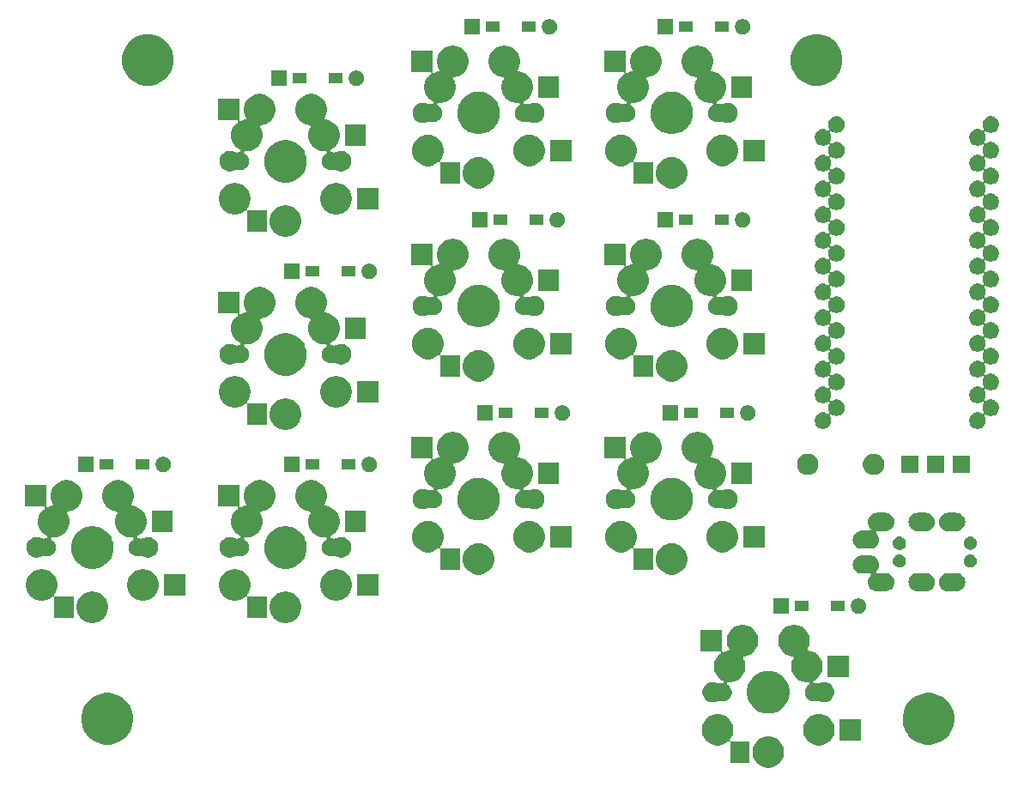
<source format=gbr>
G04 #@! TF.GenerationSoftware,KiCad,Pcbnew,(5.0.2)-1*
G04 #@! TF.CreationDate,2019-04-02T22:31:29+09:00*
G04 #@! TF.ProjectId,FirstContact,46697273-7443-46f6-9e74-6163742e6b69,rev?*
G04 #@! TF.SameCoordinates,Original*
G04 #@! TF.FileFunction,Soldermask,Top*
G04 #@! TF.FilePolarity,Negative*
%FSLAX46Y46*%
G04 Gerber Fmt 4.6, Leading zero omitted, Abs format (unit mm)*
G04 Created by KiCad (PCBNEW (5.0.2)-1) date 2019/04/02 22:31:29*
%MOMM*%
%LPD*%
G01*
G04 APERTURE LIST*
%ADD10C,0.100000*%
G04 APERTURE END LIST*
D10*
G36*
X167812527Y-105538736D02*
X167912410Y-105558604D01*
X168194674Y-105675521D01*
X168448705Y-105845259D01*
X168664741Y-106061295D01*
X168834479Y-106315326D01*
X168951396Y-106597590D01*
X169011000Y-106897240D01*
X169011000Y-107202760D01*
X168951396Y-107502410D01*
X168834479Y-107784674D01*
X168664741Y-108038705D01*
X168448705Y-108254741D01*
X168194674Y-108424479D01*
X167912410Y-108541396D01*
X167812527Y-108561264D01*
X167612762Y-108601000D01*
X167307238Y-108601000D01*
X167107473Y-108561264D01*
X167007590Y-108541396D01*
X166725326Y-108424479D01*
X166471295Y-108254741D01*
X166255259Y-108038705D01*
X166085521Y-107784674D01*
X165968604Y-107502410D01*
X165909000Y-107202760D01*
X165909000Y-106897240D01*
X165968604Y-106597590D01*
X166085521Y-106315326D01*
X166255259Y-106061295D01*
X166471295Y-105845259D01*
X166725326Y-105675521D01*
X167007590Y-105558604D01*
X167107473Y-105538736D01*
X167307238Y-105499000D01*
X167612762Y-105499000D01*
X167812527Y-105538736D01*
X167812527Y-105538736D01*
G37*
G36*
X162812527Y-103338736D02*
X162912410Y-103358604D01*
X163194674Y-103475521D01*
X163448705Y-103645259D01*
X163664741Y-103861295D01*
X163834479Y-104115326D01*
X163951396Y-104397590D01*
X164011000Y-104697240D01*
X164011000Y-105002760D01*
X163951396Y-105302410D01*
X163834479Y-105584674D01*
X163687548Y-105804573D01*
X163676007Y-105826164D01*
X163668894Y-105849613D01*
X163666492Y-105874000D01*
X163668894Y-105898386D01*
X163676007Y-105921835D01*
X163687558Y-105943446D01*
X163703103Y-105962388D01*
X163722045Y-105977934D01*
X163743656Y-105989485D01*
X163767105Y-105996598D01*
X163791492Y-105999000D01*
X165611000Y-105999000D01*
X165611000Y-108101000D01*
X163709000Y-108101000D01*
X163709000Y-106096221D01*
X163706598Y-106071835D01*
X163699485Y-106048386D01*
X163687934Y-106026775D01*
X163672388Y-106007833D01*
X163653446Y-105992287D01*
X163631835Y-105980736D01*
X163608386Y-105973623D01*
X163584000Y-105971221D01*
X163559614Y-105973623D01*
X163536165Y-105980736D01*
X163514554Y-105992287D01*
X163495618Y-106007828D01*
X163448705Y-106054741D01*
X163194674Y-106224479D01*
X162912410Y-106341396D01*
X162812527Y-106361264D01*
X162612762Y-106401000D01*
X162307238Y-106401000D01*
X162107473Y-106361264D01*
X162007590Y-106341396D01*
X161725326Y-106224479D01*
X161471295Y-106054741D01*
X161255259Y-105838705D01*
X161085521Y-105584674D01*
X160968604Y-105302410D01*
X160909000Y-105002760D01*
X160909000Y-104697240D01*
X160968604Y-104397590D01*
X161085521Y-104115326D01*
X161255259Y-103861295D01*
X161471295Y-103645259D01*
X161725326Y-103475521D01*
X162007590Y-103358604D01*
X162107473Y-103338736D01*
X162307238Y-103299000D01*
X162612762Y-103299000D01*
X162812527Y-103338736D01*
X162812527Y-103338736D01*
G37*
G36*
X172812527Y-103338736D02*
X172912410Y-103358604D01*
X173194674Y-103475521D01*
X173448705Y-103645259D01*
X173664741Y-103861295D01*
X173834479Y-104115326D01*
X173951396Y-104397590D01*
X174011000Y-104697240D01*
X174011000Y-105002760D01*
X173951396Y-105302410D01*
X173834479Y-105584674D01*
X173664741Y-105838705D01*
X173448705Y-106054741D01*
X173194674Y-106224479D01*
X172912410Y-106341396D01*
X172812527Y-106361264D01*
X172612762Y-106401000D01*
X172307238Y-106401000D01*
X172107473Y-106361264D01*
X172007590Y-106341396D01*
X171725326Y-106224479D01*
X171471295Y-106054741D01*
X171255259Y-105838705D01*
X171085521Y-105584674D01*
X170968604Y-105302410D01*
X170909000Y-105002760D01*
X170909000Y-104697240D01*
X170968604Y-104397590D01*
X171085521Y-104115326D01*
X171255259Y-103861295D01*
X171471295Y-103645259D01*
X171725326Y-103475521D01*
X172007590Y-103358604D01*
X172107473Y-103338736D01*
X172307238Y-103299000D01*
X172612762Y-103299000D01*
X172812527Y-103338736D01*
X172812527Y-103338736D01*
G37*
G36*
X184004096Y-101317033D02*
X184004098Y-101317034D01*
X184004099Y-101317034D01*
X184468352Y-101509333D01*
X184790153Y-101724354D01*
X184886171Y-101788511D01*
X185241489Y-102143829D01*
X185241491Y-102143832D01*
X185520667Y-102561648D01*
X185712966Y-103025901D01*
X185712967Y-103025904D01*
X185811000Y-103518747D01*
X185811000Y-104021253D01*
X185736142Y-104397590D01*
X185712966Y-104514099D01*
X185520667Y-104978352D01*
X185304139Y-105302409D01*
X185241489Y-105396171D01*
X184886171Y-105751489D01*
X184886168Y-105751491D01*
X184468352Y-106030667D01*
X184004099Y-106222966D01*
X184004098Y-106222966D01*
X184004096Y-106222967D01*
X183511253Y-106321000D01*
X183008747Y-106321000D01*
X182515904Y-106222967D01*
X182515902Y-106222966D01*
X182515901Y-106222966D01*
X182051648Y-106030667D01*
X181633832Y-105751491D01*
X181633829Y-105751489D01*
X181278511Y-105396171D01*
X181215861Y-105302409D01*
X180999333Y-104978352D01*
X180807034Y-104514099D01*
X180783859Y-104397590D01*
X180709000Y-104021253D01*
X180709000Y-103518747D01*
X180807033Y-103025904D01*
X180807034Y-103025901D01*
X180999333Y-102561648D01*
X181278509Y-102143832D01*
X181278511Y-102143829D01*
X181633829Y-101788511D01*
X181729847Y-101724354D01*
X182051648Y-101509333D01*
X182515901Y-101317034D01*
X182515902Y-101317034D01*
X182515904Y-101317033D01*
X183008747Y-101219000D01*
X183511253Y-101219000D01*
X184004096Y-101317033D01*
X184004096Y-101317033D01*
G37*
G36*
X103004096Y-101317033D02*
X103004098Y-101317034D01*
X103004099Y-101317034D01*
X103468352Y-101509333D01*
X103790153Y-101724354D01*
X103886171Y-101788511D01*
X104241489Y-102143829D01*
X104241491Y-102143832D01*
X104520667Y-102561648D01*
X104712966Y-103025901D01*
X104712967Y-103025904D01*
X104811000Y-103518747D01*
X104811000Y-104021253D01*
X104736142Y-104397590D01*
X104712966Y-104514099D01*
X104520667Y-104978352D01*
X104304139Y-105302409D01*
X104241489Y-105396171D01*
X103886171Y-105751489D01*
X103886168Y-105751491D01*
X103468352Y-106030667D01*
X103004099Y-106222966D01*
X103004098Y-106222966D01*
X103004096Y-106222967D01*
X102511253Y-106321000D01*
X102008747Y-106321000D01*
X101515904Y-106222967D01*
X101515902Y-106222966D01*
X101515901Y-106222966D01*
X101051648Y-106030667D01*
X100633832Y-105751491D01*
X100633829Y-105751489D01*
X100278511Y-105396171D01*
X100215861Y-105302409D01*
X99999333Y-104978352D01*
X99807034Y-104514099D01*
X99783859Y-104397590D01*
X99709000Y-104021253D01*
X99709000Y-103518747D01*
X99807033Y-103025904D01*
X99807034Y-103025901D01*
X99999333Y-102561648D01*
X100278509Y-102143832D01*
X100278511Y-102143829D01*
X100633829Y-101788511D01*
X100729847Y-101724354D01*
X101051648Y-101509333D01*
X101515901Y-101317034D01*
X101515902Y-101317034D01*
X101515904Y-101317033D01*
X102008747Y-101219000D01*
X102511253Y-101219000D01*
X103004096Y-101317033D01*
X103004096Y-101317033D01*
G37*
G36*
X176611000Y-105901000D02*
X174509000Y-105901000D01*
X174509000Y-103799000D01*
X176611000Y-103799000D01*
X176611000Y-105901000D01*
X176611000Y-105901000D01*
G37*
G36*
X167937536Y-99102827D02*
X168072839Y-99129740D01*
X168231216Y-99195342D01*
X168455196Y-99288117D01*
X168799313Y-99518049D01*
X169091951Y-99810687D01*
X169321883Y-100154804D01*
X169375473Y-100284182D01*
X169480260Y-100537161D01*
X169487915Y-100575646D01*
X169561000Y-100943068D01*
X169561000Y-101356932D01*
X169507847Y-101624150D01*
X169480260Y-101762839D01*
X169414658Y-101921216D01*
X169321883Y-102145196D01*
X169091951Y-102489313D01*
X168799313Y-102781951D01*
X168455196Y-103011883D01*
X168231216Y-103104658D01*
X168072839Y-103170260D01*
X167937536Y-103197173D01*
X167666932Y-103251000D01*
X167253068Y-103251000D01*
X166982464Y-103197173D01*
X166847161Y-103170260D01*
X166688784Y-103104658D01*
X166464804Y-103011883D01*
X166120687Y-102781951D01*
X165828049Y-102489313D01*
X165598117Y-102145196D01*
X165505342Y-101921216D01*
X165439740Y-101762839D01*
X165412153Y-101624150D01*
X165359000Y-101356932D01*
X165359000Y-100943068D01*
X165432085Y-100575646D01*
X165439740Y-100537161D01*
X165544527Y-100284182D01*
X165598117Y-100154804D01*
X165828049Y-99810687D01*
X166120687Y-99518049D01*
X166464804Y-99288117D01*
X166688784Y-99195342D01*
X166847161Y-99129740D01*
X166982464Y-99102827D01*
X167253068Y-99049000D01*
X167666932Y-99049000D01*
X167937536Y-99102827D01*
X167937536Y-99102827D01*
G37*
G36*
X170352527Y-94558736D02*
X170452410Y-94578604D01*
X170734674Y-94695521D01*
X170988705Y-94865259D01*
X171204741Y-95081295D01*
X171374479Y-95335326D01*
X171491396Y-95617590D01*
X171551000Y-95917240D01*
X171551000Y-96222760D01*
X171491396Y-96522410D01*
X171374479Y-96804674D01*
X171334075Y-96865143D01*
X171322526Y-96886750D01*
X171315413Y-96910199D01*
X171313011Y-96934586D01*
X171315413Y-96958972D01*
X171322526Y-96982421D01*
X171334078Y-97004032D01*
X171349623Y-97022974D01*
X171368565Y-97038519D01*
X171390176Y-97050070D01*
X171413625Y-97057183D01*
X171422760Y-97059000D01*
X171722410Y-97118604D01*
X172004674Y-97235521D01*
X172258705Y-97405259D01*
X172474741Y-97621295D01*
X172644479Y-97875326D01*
X172761396Y-98157590D01*
X172821000Y-98457240D01*
X172821000Y-98762760D01*
X172761396Y-99062410D01*
X172644479Y-99344674D01*
X172474741Y-99598705D01*
X172258705Y-99814741D01*
X172004674Y-99984479D01*
X171946638Y-100008518D01*
X171925033Y-100020066D01*
X171906091Y-100035612D01*
X171890545Y-100054554D01*
X171878994Y-100076164D01*
X171871881Y-100099614D01*
X171869479Y-100124000D01*
X171871881Y-100148386D01*
X171878994Y-100171835D01*
X171890545Y-100193446D01*
X171906091Y-100212388D01*
X171925033Y-100227934D01*
X171946643Y-100239485D01*
X171970093Y-100246598D01*
X171994479Y-100249000D01*
X172048742Y-100249000D01*
X172089625Y-100257132D01*
X172222812Y-100283624D01*
X172222815Y-100283625D01*
X172225614Y-100284182D01*
X172250000Y-100286584D01*
X172274386Y-100284182D01*
X172277185Y-100283625D01*
X172277188Y-100283624D01*
X172410375Y-100257132D01*
X172451258Y-100249000D01*
X172494604Y-100249000D01*
X172518990Y-100246598D01*
X172542439Y-100239485D01*
X172668019Y-100187468D01*
X172861410Y-100149000D01*
X173058590Y-100149000D01*
X173251981Y-100187468D01*
X173434150Y-100262925D01*
X173598103Y-100372475D01*
X173737525Y-100511897D01*
X173847075Y-100675850D01*
X173922532Y-100858019D01*
X173961000Y-101051410D01*
X173961000Y-101248590D01*
X173922532Y-101441981D01*
X173847075Y-101624150D01*
X173737525Y-101788103D01*
X173598103Y-101927525D01*
X173434150Y-102037075D01*
X173251981Y-102112532D01*
X173058590Y-102151000D01*
X172861410Y-102151000D01*
X172668019Y-102112532D01*
X172542439Y-102060515D01*
X172518990Y-102053402D01*
X172494604Y-102051000D01*
X172451258Y-102051000D01*
X172381247Y-102037074D01*
X172277188Y-102016376D01*
X172277185Y-102016375D01*
X172274386Y-102015818D01*
X172250000Y-102013416D01*
X172225614Y-102015818D01*
X172222815Y-102016375D01*
X172222812Y-102016376D01*
X172118753Y-102037074D01*
X172048742Y-102051000D01*
X171871259Y-102051000D01*
X171697188Y-102016376D01*
X171533216Y-101948456D01*
X171385646Y-101849853D01*
X171260147Y-101724354D01*
X171161544Y-101576784D01*
X171093624Y-101412812D01*
X171059000Y-101238741D01*
X171059000Y-101061259D01*
X171093624Y-100887188D01*
X171161544Y-100723216D01*
X171260147Y-100575646D01*
X171385646Y-100450147D01*
X171475771Y-100389928D01*
X171494705Y-100374389D01*
X171510251Y-100355447D01*
X171521802Y-100333836D01*
X171528915Y-100310387D01*
X171531317Y-100286000D01*
X171528915Y-100261614D01*
X171521802Y-100238165D01*
X171510251Y-100216554D01*
X171494706Y-100197612D01*
X171475764Y-100182066D01*
X171454153Y-100170515D01*
X171430704Y-100163402D01*
X171406317Y-100161000D01*
X171117238Y-100161000D01*
X170917473Y-100121264D01*
X170817590Y-100101396D01*
X170535326Y-99984479D01*
X170281295Y-99814741D01*
X170065259Y-99598705D01*
X169895521Y-99344674D01*
X169778604Y-99062410D01*
X169719000Y-98762760D01*
X169719000Y-98457240D01*
X169778604Y-98157590D01*
X169895521Y-97875326D01*
X169935925Y-97814857D01*
X169947474Y-97793250D01*
X169954587Y-97769801D01*
X169956989Y-97745414D01*
X169954587Y-97721028D01*
X169947474Y-97697579D01*
X169935922Y-97675968D01*
X169920377Y-97657026D01*
X169901435Y-97641481D01*
X169879824Y-97629930D01*
X169856375Y-97622817D01*
X169847240Y-97621000D01*
X169547590Y-97561396D01*
X169265326Y-97444479D01*
X169011295Y-97274741D01*
X168795259Y-97058705D01*
X168625521Y-96804674D01*
X168508604Y-96522410D01*
X168449000Y-96222760D01*
X168449000Y-95917240D01*
X168508604Y-95617590D01*
X168625521Y-95335326D01*
X168795259Y-95081295D01*
X169011295Y-94865259D01*
X169265326Y-94695521D01*
X169547590Y-94578604D01*
X169647473Y-94558736D01*
X169847238Y-94519000D01*
X170152762Y-94519000D01*
X170352527Y-94558736D01*
X170352527Y-94558736D01*
G37*
G36*
X165272527Y-94558736D02*
X165372410Y-94578604D01*
X165654674Y-94695521D01*
X165908705Y-94865259D01*
X166124741Y-95081295D01*
X166294479Y-95335326D01*
X166411396Y-95617590D01*
X166471000Y-95917240D01*
X166471000Y-96222760D01*
X166411396Y-96522410D01*
X166294479Y-96804674D01*
X166124741Y-97058705D01*
X165908705Y-97274741D01*
X165654674Y-97444479D01*
X165372410Y-97561396D01*
X165072760Y-97621000D01*
X165063625Y-97622817D01*
X165040176Y-97629930D01*
X165018565Y-97641481D01*
X164999623Y-97657027D01*
X164984077Y-97675969D01*
X164972526Y-97697580D01*
X164965413Y-97721029D01*
X164963011Y-97745415D01*
X164965413Y-97769801D01*
X164972526Y-97793250D01*
X164984075Y-97814857D01*
X165024479Y-97875326D01*
X165141396Y-98157590D01*
X165201000Y-98457240D01*
X165201000Y-98762760D01*
X165141396Y-99062410D01*
X165024479Y-99344674D01*
X164854741Y-99598705D01*
X164638705Y-99814741D01*
X164384674Y-99984479D01*
X164102410Y-100101396D01*
X164002527Y-100121264D01*
X163802762Y-100161000D01*
X163513683Y-100161000D01*
X163489297Y-100163402D01*
X163465848Y-100170515D01*
X163444237Y-100182066D01*
X163425295Y-100197612D01*
X163409749Y-100216554D01*
X163398198Y-100238165D01*
X163391085Y-100261614D01*
X163388683Y-100286000D01*
X163391085Y-100310386D01*
X163398198Y-100333835D01*
X163409749Y-100355446D01*
X163425295Y-100374388D01*
X163444229Y-100389928D01*
X163534354Y-100450147D01*
X163659853Y-100575646D01*
X163758456Y-100723216D01*
X163826376Y-100887188D01*
X163861000Y-101061259D01*
X163861000Y-101238741D01*
X163826376Y-101412812D01*
X163758456Y-101576784D01*
X163659853Y-101724354D01*
X163534354Y-101849853D01*
X163386784Y-101948456D01*
X163222812Y-102016376D01*
X163048741Y-102051000D01*
X162871258Y-102051000D01*
X162801247Y-102037074D01*
X162697188Y-102016376D01*
X162697185Y-102016375D01*
X162694386Y-102015818D01*
X162670000Y-102013416D01*
X162645614Y-102015818D01*
X162642815Y-102016375D01*
X162642812Y-102016376D01*
X162538753Y-102037074D01*
X162468742Y-102051000D01*
X162425396Y-102051000D01*
X162401010Y-102053402D01*
X162377561Y-102060515D01*
X162251981Y-102112532D01*
X162058590Y-102151000D01*
X161861410Y-102151000D01*
X161668019Y-102112532D01*
X161485850Y-102037075D01*
X161321897Y-101927525D01*
X161182475Y-101788103D01*
X161072925Y-101624150D01*
X160997468Y-101441981D01*
X160959000Y-101248590D01*
X160959000Y-101051410D01*
X160997468Y-100858019D01*
X161072925Y-100675850D01*
X161182475Y-100511897D01*
X161321897Y-100372475D01*
X161485850Y-100262925D01*
X161668019Y-100187468D01*
X161861410Y-100149000D01*
X162058590Y-100149000D01*
X162251981Y-100187468D01*
X162377561Y-100239485D01*
X162401010Y-100246598D01*
X162425396Y-100249000D01*
X162468742Y-100249000D01*
X162509625Y-100257132D01*
X162642812Y-100283624D01*
X162642815Y-100283625D01*
X162645614Y-100284182D01*
X162670000Y-100286584D01*
X162694386Y-100284182D01*
X162697185Y-100283625D01*
X162697188Y-100283624D01*
X162830375Y-100257132D01*
X162871258Y-100249000D01*
X162925521Y-100249000D01*
X162949907Y-100246598D01*
X162973356Y-100239485D01*
X162994967Y-100227934D01*
X163013909Y-100212388D01*
X163029455Y-100193446D01*
X163041006Y-100171835D01*
X163048119Y-100148386D01*
X163050521Y-100124000D01*
X163048119Y-100099614D01*
X163041006Y-100076165D01*
X163029455Y-100054554D01*
X163013909Y-100035612D01*
X162994967Y-100020066D01*
X162973362Y-100008518D01*
X162915326Y-99984479D01*
X162661295Y-99814741D01*
X162445259Y-99598705D01*
X162275521Y-99344674D01*
X162158604Y-99062410D01*
X162099000Y-98762760D01*
X162099000Y-98457240D01*
X162158604Y-98157590D01*
X162275521Y-97875326D01*
X162445259Y-97621295D01*
X162661295Y-97405259D01*
X162744107Y-97349926D01*
X162763039Y-97334388D01*
X162778585Y-97315446D01*
X162790136Y-97293835D01*
X162797249Y-97270386D01*
X162799651Y-97246000D01*
X162797249Y-97221614D01*
X162790136Y-97198165D01*
X162778585Y-97176554D01*
X162763039Y-97157612D01*
X162744097Y-97142066D01*
X162722486Y-97130515D01*
X162699037Y-97123402D01*
X162674651Y-97121000D01*
X160809000Y-97121000D01*
X160809000Y-95019000D01*
X162911000Y-95019000D01*
X162911000Y-97050238D01*
X162913402Y-97074624D01*
X162920515Y-97098073D01*
X162932066Y-97119684D01*
X162947612Y-97138626D01*
X162966554Y-97154172D01*
X162988165Y-97165723D01*
X163011614Y-97172836D01*
X163036000Y-97175238D01*
X163060386Y-97172836D01*
X163083832Y-97165724D01*
X163197590Y-97118604D01*
X163497240Y-97059000D01*
X163506375Y-97057183D01*
X163529824Y-97050070D01*
X163551435Y-97038519D01*
X163570377Y-97022973D01*
X163585923Y-97004031D01*
X163597474Y-96982420D01*
X163604587Y-96958971D01*
X163606989Y-96934585D01*
X163604587Y-96910199D01*
X163597474Y-96886750D01*
X163585925Y-96865143D01*
X163545521Y-96804674D01*
X163428604Y-96522410D01*
X163369000Y-96222760D01*
X163369000Y-95917240D01*
X163428604Y-95617590D01*
X163545521Y-95335326D01*
X163715259Y-95081295D01*
X163931295Y-94865259D01*
X164185326Y-94695521D01*
X164467590Y-94578604D01*
X164567473Y-94558736D01*
X164767238Y-94519000D01*
X165072762Y-94519000D01*
X165272527Y-94558736D01*
X165272527Y-94558736D01*
G37*
G36*
X175411000Y-99661000D02*
X173309000Y-99661000D01*
X173309000Y-97559000D01*
X175411000Y-97559000D01*
X175411000Y-99661000D01*
X175411000Y-99661000D01*
G37*
G36*
X101137527Y-91251236D02*
X101237410Y-91271104D01*
X101519674Y-91388021D01*
X101773705Y-91557759D01*
X101989741Y-91773795D01*
X102159479Y-92027826D01*
X102265994Y-92284978D01*
X102276396Y-92310091D01*
X102336000Y-92609738D01*
X102336000Y-92915262D01*
X102296264Y-93115027D01*
X102276396Y-93214910D01*
X102159479Y-93497174D01*
X101989741Y-93751205D01*
X101773705Y-93967241D01*
X101519674Y-94136979D01*
X101237410Y-94253896D01*
X101137527Y-94273764D01*
X100937762Y-94313500D01*
X100632238Y-94313500D01*
X100432473Y-94273764D01*
X100332590Y-94253896D01*
X100050326Y-94136979D01*
X99796295Y-93967241D01*
X99580259Y-93751205D01*
X99410521Y-93497174D01*
X99293604Y-93214910D01*
X99273736Y-93115027D01*
X99234000Y-92915262D01*
X99234000Y-92609738D01*
X99293604Y-92310091D01*
X99304006Y-92284978D01*
X99410521Y-92027826D01*
X99580259Y-91773795D01*
X99796295Y-91557759D01*
X100050326Y-91388021D01*
X100332590Y-91271104D01*
X100432473Y-91251236D01*
X100632238Y-91211500D01*
X100937762Y-91211500D01*
X101137527Y-91251236D01*
X101137527Y-91251236D01*
G37*
G36*
X120187527Y-91251236D02*
X120287410Y-91271104D01*
X120569674Y-91388021D01*
X120823705Y-91557759D01*
X121039741Y-91773795D01*
X121209479Y-92027826D01*
X121315994Y-92284978D01*
X121326396Y-92310091D01*
X121386000Y-92609738D01*
X121386000Y-92915262D01*
X121346264Y-93115027D01*
X121326396Y-93214910D01*
X121209479Y-93497174D01*
X121039741Y-93751205D01*
X120823705Y-93967241D01*
X120569674Y-94136979D01*
X120287410Y-94253896D01*
X120187527Y-94273764D01*
X119987762Y-94313500D01*
X119682238Y-94313500D01*
X119482473Y-94273764D01*
X119382590Y-94253896D01*
X119100326Y-94136979D01*
X118846295Y-93967241D01*
X118630259Y-93751205D01*
X118460521Y-93497174D01*
X118343604Y-93214910D01*
X118323736Y-93115027D01*
X118284000Y-92915262D01*
X118284000Y-92609738D01*
X118343604Y-92310091D01*
X118354006Y-92284978D01*
X118460521Y-92027826D01*
X118630259Y-91773795D01*
X118846295Y-91557759D01*
X119100326Y-91388021D01*
X119382590Y-91271104D01*
X119482473Y-91251236D01*
X119682238Y-91211500D01*
X119987762Y-91211500D01*
X120187527Y-91251236D01*
X120187527Y-91251236D01*
G37*
G36*
X115171203Y-89047989D02*
X115287410Y-89071104D01*
X115569674Y-89188021D01*
X115823705Y-89357759D01*
X116039741Y-89573795D01*
X116209479Y-89827826D01*
X116326396Y-90110090D01*
X116386000Y-90409740D01*
X116386000Y-90715260D01*
X116326396Y-91014910D01*
X116209479Y-91297174D01*
X116062548Y-91517073D01*
X116051007Y-91538664D01*
X116043894Y-91562113D01*
X116041492Y-91586500D01*
X116043894Y-91610886D01*
X116051007Y-91634335D01*
X116062558Y-91655946D01*
X116078103Y-91674888D01*
X116097045Y-91690434D01*
X116118656Y-91701985D01*
X116142105Y-91709098D01*
X116166492Y-91711500D01*
X117986000Y-91711500D01*
X117986000Y-93813500D01*
X116084000Y-93813500D01*
X116084000Y-91808721D01*
X116081598Y-91784335D01*
X116074485Y-91760886D01*
X116062934Y-91739275D01*
X116047388Y-91720333D01*
X116028446Y-91704787D01*
X116006835Y-91693236D01*
X115983386Y-91686123D01*
X115959000Y-91683721D01*
X115934614Y-91686123D01*
X115911165Y-91693236D01*
X115889554Y-91704787D01*
X115870618Y-91720328D01*
X115823705Y-91767241D01*
X115569674Y-91936979D01*
X115287410Y-92053896D01*
X115187527Y-92073764D01*
X114987762Y-92113500D01*
X114682238Y-92113500D01*
X114482473Y-92073764D01*
X114382590Y-92053896D01*
X114100326Y-91936979D01*
X113846295Y-91767241D01*
X113630259Y-91551205D01*
X113460521Y-91297174D01*
X113343604Y-91014910D01*
X113284000Y-90715260D01*
X113284000Y-90409740D01*
X113343604Y-90110090D01*
X113460521Y-89827826D01*
X113630259Y-89573795D01*
X113846295Y-89357759D01*
X114100326Y-89188021D01*
X114382590Y-89071104D01*
X114498797Y-89047989D01*
X114682238Y-89011500D01*
X114987762Y-89011500D01*
X115171203Y-89047989D01*
X115171203Y-89047989D01*
G37*
G36*
X96121203Y-89047989D02*
X96237410Y-89071104D01*
X96519674Y-89188021D01*
X96773705Y-89357759D01*
X96989741Y-89573795D01*
X97159479Y-89827826D01*
X97276396Y-90110090D01*
X97336000Y-90409740D01*
X97336000Y-90715260D01*
X97276396Y-91014910D01*
X97159479Y-91297174D01*
X97012548Y-91517073D01*
X97001007Y-91538664D01*
X96993894Y-91562113D01*
X96991492Y-91586500D01*
X96993894Y-91610886D01*
X97001007Y-91634335D01*
X97012558Y-91655946D01*
X97028103Y-91674888D01*
X97047045Y-91690434D01*
X97068656Y-91701985D01*
X97092105Y-91709098D01*
X97116492Y-91711500D01*
X98936000Y-91711500D01*
X98936000Y-93813500D01*
X97034000Y-93813500D01*
X97034000Y-91808721D01*
X97031598Y-91784335D01*
X97024485Y-91760886D01*
X97012934Y-91739275D01*
X96997388Y-91720333D01*
X96978446Y-91704787D01*
X96956835Y-91693236D01*
X96933386Y-91686123D01*
X96909000Y-91683721D01*
X96884614Y-91686123D01*
X96861165Y-91693236D01*
X96839554Y-91704787D01*
X96820618Y-91720328D01*
X96773705Y-91767241D01*
X96519674Y-91936979D01*
X96237410Y-92053896D01*
X96137527Y-92073764D01*
X95937762Y-92113500D01*
X95632238Y-92113500D01*
X95432473Y-92073764D01*
X95332590Y-92053896D01*
X95050326Y-91936979D01*
X94796295Y-91767241D01*
X94580259Y-91551205D01*
X94410521Y-91297174D01*
X94293604Y-91014910D01*
X94234000Y-90715260D01*
X94234000Y-90409740D01*
X94293604Y-90110090D01*
X94410521Y-89827826D01*
X94580259Y-89573795D01*
X94796295Y-89357759D01*
X95050326Y-89188021D01*
X95332590Y-89071104D01*
X95448797Y-89047989D01*
X95632238Y-89011500D01*
X95937762Y-89011500D01*
X96121203Y-89047989D01*
X96121203Y-89047989D01*
G37*
G36*
X169479500Y-93389500D02*
X167980500Y-93389500D01*
X167980500Y-91890500D01*
X169479500Y-91890500D01*
X169479500Y-93389500D01*
X169479500Y-93389500D01*
G37*
G36*
X176568621Y-91919302D02*
X176705022Y-91975801D01*
X176827779Y-92057825D01*
X176932175Y-92162221D01*
X177014199Y-92284978D01*
X177070698Y-92421379D01*
X177099500Y-92566181D01*
X177099500Y-92713819D01*
X177070698Y-92858621D01*
X177014199Y-92995022D01*
X176932175Y-93117779D01*
X176827779Y-93222175D01*
X176705022Y-93304199D01*
X176568621Y-93360698D01*
X176423819Y-93389500D01*
X176276181Y-93389500D01*
X176131379Y-93360698D01*
X175994978Y-93304199D01*
X175872221Y-93222175D01*
X175767825Y-93117779D01*
X175685801Y-92995022D01*
X175629302Y-92858621D01*
X175600500Y-92713819D01*
X175600500Y-92566181D01*
X175629302Y-92421379D01*
X175685801Y-92284978D01*
X175767825Y-92162221D01*
X175872221Y-92057825D01*
X175994978Y-91975801D01*
X176131379Y-91919302D01*
X176276181Y-91890500D01*
X176423819Y-91890500D01*
X176568621Y-91919302D01*
X176568621Y-91919302D01*
G37*
G36*
X171466000Y-93166000D02*
X170064000Y-93166000D01*
X170064000Y-92114000D01*
X171466000Y-92114000D01*
X171466000Y-93166000D01*
X171466000Y-93166000D01*
G37*
G36*
X175016000Y-93166000D02*
X173614000Y-93166000D01*
X173614000Y-92114000D01*
X175016000Y-92114000D01*
X175016000Y-93166000D01*
X175016000Y-93166000D01*
G37*
G36*
X125171203Y-89047989D02*
X125287410Y-89071104D01*
X125569674Y-89188021D01*
X125823705Y-89357759D01*
X126039741Y-89573795D01*
X126209479Y-89827826D01*
X126326396Y-90110090D01*
X126386000Y-90409740D01*
X126386000Y-90715260D01*
X126326396Y-91014910D01*
X126209479Y-91297174D01*
X126039741Y-91551205D01*
X125823705Y-91767241D01*
X125569674Y-91936979D01*
X125287410Y-92053896D01*
X125187527Y-92073764D01*
X124987762Y-92113500D01*
X124682238Y-92113500D01*
X124482473Y-92073764D01*
X124382590Y-92053896D01*
X124100326Y-91936979D01*
X123846295Y-91767241D01*
X123630259Y-91551205D01*
X123460521Y-91297174D01*
X123343604Y-91014910D01*
X123284000Y-90715260D01*
X123284000Y-90409740D01*
X123343604Y-90110090D01*
X123460521Y-89827826D01*
X123630259Y-89573795D01*
X123846295Y-89357759D01*
X124100326Y-89188021D01*
X124382590Y-89071104D01*
X124498797Y-89047989D01*
X124682238Y-89011500D01*
X124987762Y-89011500D01*
X125171203Y-89047989D01*
X125171203Y-89047989D01*
G37*
G36*
X106121203Y-89047989D02*
X106237410Y-89071104D01*
X106519674Y-89188021D01*
X106773705Y-89357759D01*
X106989741Y-89573795D01*
X107159479Y-89827826D01*
X107276396Y-90110090D01*
X107336000Y-90409740D01*
X107336000Y-90715260D01*
X107276396Y-91014910D01*
X107159479Y-91297174D01*
X106989741Y-91551205D01*
X106773705Y-91767241D01*
X106519674Y-91936979D01*
X106237410Y-92053896D01*
X106137527Y-92073764D01*
X105937762Y-92113500D01*
X105632238Y-92113500D01*
X105432473Y-92073764D01*
X105332590Y-92053896D01*
X105050326Y-91936979D01*
X104796295Y-91767241D01*
X104580259Y-91551205D01*
X104410521Y-91297174D01*
X104293604Y-91014910D01*
X104234000Y-90715260D01*
X104234000Y-90409740D01*
X104293604Y-90110090D01*
X104410521Y-89827826D01*
X104580259Y-89573795D01*
X104796295Y-89357759D01*
X105050326Y-89188021D01*
X105332590Y-89071104D01*
X105448797Y-89047989D01*
X105632238Y-89011500D01*
X105937762Y-89011500D01*
X106121203Y-89047989D01*
X106121203Y-89047989D01*
G37*
G36*
X128986000Y-91613500D02*
X126884000Y-91613500D01*
X126884000Y-89511500D01*
X128986000Y-89511500D01*
X128986000Y-91613500D01*
X128986000Y-91613500D01*
G37*
G36*
X109936000Y-91613500D02*
X107834000Y-91613500D01*
X107834000Y-89511500D01*
X109936000Y-89511500D01*
X109936000Y-91613500D01*
X109936000Y-91613500D01*
G37*
G36*
X177601692Y-87650518D02*
X177667877Y-87657037D01*
X177774349Y-87689335D01*
X177837717Y-87708557D01*
X177945000Y-87765902D01*
X177994241Y-87792222D01*
X178029979Y-87821552D01*
X178131436Y-87904814D01*
X178213746Y-88005110D01*
X178244028Y-88042009D01*
X178244029Y-88042011D01*
X178327693Y-88198533D01*
X178327693Y-88198534D01*
X178379213Y-88368373D01*
X178396609Y-88545000D01*
X178379213Y-88721627D01*
X178349074Y-88820983D01*
X178327693Y-88891467D01*
X178289190Y-88963500D01*
X178244028Y-89047991D01*
X178203773Y-89097041D01*
X178127730Y-89189701D01*
X178114117Y-89210076D01*
X178104739Y-89232715D01*
X178099959Y-89256748D01*
X178099959Y-89281253D01*
X178104740Y-89305286D01*
X178114117Y-89327925D01*
X178127731Y-89348299D01*
X178145058Y-89365627D01*
X178165433Y-89379240D01*
X178188072Y-89388618D01*
X178224357Y-89394000D01*
X179035510Y-89394000D01*
X179101692Y-89400518D01*
X179167877Y-89407037D01*
X179281103Y-89441384D01*
X179337717Y-89458557D01*
X179476337Y-89532652D01*
X179494241Y-89542222D01*
X179529979Y-89571552D01*
X179631436Y-89654814D01*
X179714698Y-89756271D01*
X179744028Y-89792009D01*
X179744029Y-89792011D01*
X179827693Y-89948533D01*
X179827693Y-89948534D01*
X179879213Y-90118373D01*
X179896609Y-90295000D01*
X179879213Y-90471627D01*
X179844866Y-90584853D01*
X179827693Y-90641467D01*
X179788249Y-90715260D01*
X179744028Y-90797991D01*
X179714698Y-90833729D01*
X179631436Y-90935186D01*
X179529979Y-91018448D01*
X179494241Y-91047778D01*
X179494239Y-91047779D01*
X179337717Y-91131443D01*
X179281103Y-91148616D01*
X179167877Y-91182963D01*
X179101692Y-91189482D01*
X179035510Y-91196000D01*
X178146990Y-91196000D01*
X178080808Y-91189482D01*
X178014623Y-91182963D01*
X177901397Y-91148616D01*
X177844783Y-91131443D01*
X177688261Y-91047779D01*
X177688259Y-91047778D01*
X177652521Y-91018448D01*
X177551064Y-90935186D01*
X177467802Y-90833729D01*
X177438472Y-90797991D01*
X177394251Y-90715260D01*
X177354807Y-90641467D01*
X177337634Y-90584853D01*
X177303287Y-90471627D01*
X177285891Y-90295000D01*
X177303287Y-90118373D01*
X177354807Y-89948534D01*
X177354807Y-89948533D01*
X177438471Y-89792011D01*
X177438472Y-89792009D01*
X177478727Y-89742959D01*
X177554770Y-89650299D01*
X177568383Y-89629924D01*
X177577761Y-89607285D01*
X177582541Y-89583252D01*
X177582541Y-89558747D01*
X177577760Y-89534714D01*
X177568383Y-89512075D01*
X177554769Y-89491701D01*
X177537442Y-89474373D01*
X177517067Y-89460760D01*
X177494428Y-89451382D01*
X177458143Y-89446000D01*
X176646990Y-89446000D01*
X176580807Y-89439481D01*
X176514623Y-89432963D01*
X176386179Y-89394000D01*
X176344783Y-89381443D01*
X176188261Y-89297779D01*
X176188259Y-89297778D01*
X176138264Y-89256748D01*
X176051064Y-89185186D01*
X175967802Y-89083729D01*
X175938472Y-89047991D01*
X175893310Y-88963500D01*
X175854807Y-88891467D01*
X175833426Y-88820983D01*
X175803287Y-88721627D01*
X175785891Y-88545000D01*
X175803287Y-88368373D01*
X175854807Y-88198534D01*
X175854807Y-88198533D01*
X175938471Y-88042011D01*
X175938472Y-88042009D01*
X175968754Y-88005110D01*
X176051064Y-87904814D01*
X176152521Y-87821552D01*
X176188259Y-87792222D01*
X176237500Y-87765902D01*
X176344783Y-87708557D01*
X176408151Y-87689335D01*
X176514623Y-87657037D01*
X176580808Y-87650518D01*
X176646990Y-87644000D01*
X177535510Y-87644000D01*
X177601692Y-87650518D01*
X177601692Y-87650518D01*
G37*
G36*
X183101692Y-89400518D02*
X183167877Y-89407037D01*
X183281103Y-89441384D01*
X183337717Y-89458557D01*
X183476337Y-89532652D01*
X183494241Y-89542222D01*
X183529979Y-89571552D01*
X183631436Y-89654814D01*
X183714698Y-89756271D01*
X183744028Y-89792009D01*
X183744029Y-89792011D01*
X183827693Y-89948533D01*
X183827693Y-89948534D01*
X183879213Y-90118373D01*
X183896609Y-90295000D01*
X183879213Y-90471627D01*
X183844866Y-90584853D01*
X183827693Y-90641467D01*
X183788249Y-90715260D01*
X183744028Y-90797991D01*
X183714698Y-90833729D01*
X183631436Y-90935186D01*
X183529979Y-91018448D01*
X183494241Y-91047778D01*
X183494239Y-91047779D01*
X183337717Y-91131443D01*
X183281103Y-91148616D01*
X183167877Y-91182963D01*
X183101692Y-91189482D01*
X183035510Y-91196000D01*
X182146990Y-91196000D01*
X182080808Y-91189482D01*
X182014623Y-91182963D01*
X181901397Y-91148616D01*
X181844783Y-91131443D01*
X181688261Y-91047779D01*
X181688259Y-91047778D01*
X181652521Y-91018448D01*
X181551064Y-90935186D01*
X181467802Y-90833729D01*
X181438472Y-90797991D01*
X181394251Y-90715260D01*
X181354807Y-90641467D01*
X181337634Y-90584853D01*
X181303287Y-90471627D01*
X181285891Y-90295000D01*
X181303287Y-90118373D01*
X181354807Y-89948534D01*
X181354807Y-89948533D01*
X181438471Y-89792011D01*
X181438472Y-89792009D01*
X181467802Y-89756271D01*
X181551064Y-89654814D01*
X181652521Y-89571552D01*
X181688259Y-89542222D01*
X181706163Y-89532652D01*
X181844783Y-89458557D01*
X181901397Y-89441384D01*
X182014623Y-89407037D01*
X182080807Y-89400519D01*
X182146990Y-89394000D01*
X183035510Y-89394000D01*
X183101692Y-89400518D01*
X183101692Y-89400518D01*
G37*
G36*
X186101692Y-89400518D02*
X186167877Y-89407037D01*
X186281103Y-89441384D01*
X186337717Y-89458557D01*
X186476337Y-89532652D01*
X186494241Y-89542222D01*
X186529979Y-89571552D01*
X186631436Y-89654814D01*
X186714698Y-89756271D01*
X186744028Y-89792009D01*
X186744029Y-89792011D01*
X186827693Y-89948533D01*
X186827693Y-89948534D01*
X186879213Y-90118373D01*
X186896609Y-90295000D01*
X186879213Y-90471627D01*
X186844866Y-90584853D01*
X186827693Y-90641467D01*
X186788249Y-90715260D01*
X186744028Y-90797991D01*
X186714698Y-90833729D01*
X186631436Y-90935186D01*
X186529979Y-91018448D01*
X186494241Y-91047778D01*
X186494239Y-91047779D01*
X186337717Y-91131443D01*
X186281103Y-91148616D01*
X186167877Y-91182963D01*
X186101692Y-91189482D01*
X186035510Y-91196000D01*
X185146990Y-91196000D01*
X185080808Y-91189482D01*
X185014623Y-91182963D01*
X184901397Y-91148616D01*
X184844783Y-91131443D01*
X184688261Y-91047779D01*
X184688259Y-91047778D01*
X184652521Y-91018448D01*
X184551064Y-90935186D01*
X184467802Y-90833729D01*
X184438472Y-90797991D01*
X184394251Y-90715260D01*
X184354807Y-90641467D01*
X184337634Y-90584853D01*
X184303287Y-90471627D01*
X184285891Y-90295000D01*
X184303287Y-90118373D01*
X184354807Y-89948534D01*
X184354807Y-89948533D01*
X184438471Y-89792011D01*
X184438472Y-89792009D01*
X184467802Y-89756271D01*
X184551064Y-89654814D01*
X184652521Y-89571552D01*
X184688259Y-89542222D01*
X184706163Y-89532652D01*
X184844783Y-89458557D01*
X184901397Y-89441384D01*
X185014623Y-89407037D01*
X185080807Y-89400519D01*
X185146990Y-89394000D01*
X186035510Y-89394000D01*
X186101692Y-89400518D01*
X186101692Y-89400518D01*
G37*
G36*
X139237527Y-86488736D02*
X139337410Y-86508604D01*
X139619674Y-86625521D01*
X139873705Y-86795259D01*
X140089741Y-87011295D01*
X140259479Y-87265326D01*
X140376396Y-87547590D01*
X140380658Y-87569017D01*
X140436000Y-87847238D01*
X140436000Y-88152762D01*
X140426243Y-88201813D01*
X140376396Y-88452410D01*
X140259479Y-88734674D01*
X140089741Y-88988705D01*
X139873705Y-89204741D01*
X139619674Y-89374479D01*
X139337410Y-89491396D01*
X139237527Y-89511264D01*
X139037762Y-89551000D01*
X138732238Y-89551000D01*
X138532473Y-89511264D01*
X138432590Y-89491396D01*
X138150326Y-89374479D01*
X137896295Y-89204741D01*
X137680259Y-88988705D01*
X137510521Y-88734674D01*
X137393604Y-88452410D01*
X137343757Y-88201813D01*
X137334000Y-88152762D01*
X137334000Y-87847238D01*
X137389342Y-87569017D01*
X137393604Y-87547590D01*
X137510521Y-87265326D01*
X137680259Y-87011295D01*
X137896295Y-86795259D01*
X138150326Y-86625521D01*
X138432590Y-86508604D01*
X138532473Y-86488736D01*
X138732238Y-86449000D01*
X139037762Y-86449000D01*
X139237527Y-86488736D01*
X139237527Y-86488736D01*
G37*
G36*
X158287527Y-86488736D02*
X158387410Y-86508604D01*
X158669674Y-86625521D01*
X158923705Y-86795259D01*
X159139741Y-87011295D01*
X159309479Y-87265326D01*
X159426396Y-87547590D01*
X159430658Y-87569017D01*
X159486000Y-87847238D01*
X159486000Y-88152762D01*
X159476243Y-88201813D01*
X159426396Y-88452410D01*
X159309479Y-88734674D01*
X159139741Y-88988705D01*
X158923705Y-89204741D01*
X158669674Y-89374479D01*
X158387410Y-89491396D01*
X158287527Y-89511264D01*
X158087762Y-89551000D01*
X157782238Y-89551000D01*
X157582473Y-89511264D01*
X157482590Y-89491396D01*
X157200326Y-89374479D01*
X156946295Y-89204741D01*
X156730259Y-88988705D01*
X156560521Y-88734674D01*
X156443604Y-88452410D01*
X156393757Y-88201813D01*
X156384000Y-88152762D01*
X156384000Y-87847238D01*
X156439342Y-87569017D01*
X156443604Y-87547590D01*
X156560521Y-87265326D01*
X156730259Y-87011295D01*
X156946295Y-86795259D01*
X157200326Y-86625521D01*
X157482590Y-86508604D01*
X157582473Y-86488736D01*
X157782238Y-86449000D01*
X158087762Y-86449000D01*
X158287527Y-86488736D01*
X158287527Y-86488736D01*
G37*
G36*
X153287527Y-84288736D02*
X153387410Y-84308604D01*
X153669674Y-84425521D01*
X153923705Y-84595259D01*
X154139741Y-84811295D01*
X154309479Y-85065326D01*
X154426396Y-85347590D01*
X154431550Y-85373500D01*
X154486000Y-85647238D01*
X154486000Y-85952762D01*
X154470634Y-86030012D01*
X154426396Y-86252410D01*
X154309479Y-86534674D01*
X154162548Y-86754573D01*
X154151007Y-86776164D01*
X154143894Y-86799613D01*
X154141492Y-86824000D01*
X154143894Y-86848386D01*
X154151007Y-86871835D01*
X154162558Y-86893446D01*
X154178103Y-86912388D01*
X154197045Y-86927934D01*
X154218656Y-86939485D01*
X154242105Y-86946598D01*
X154266492Y-86949000D01*
X156086000Y-86949000D01*
X156086000Y-89051000D01*
X154184000Y-89051000D01*
X154184000Y-87046221D01*
X154181598Y-87021835D01*
X154174485Y-86998386D01*
X154162934Y-86976775D01*
X154147388Y-86957833D01*
X154128446Y-86942287D01*
X154106835Y-86930736D01*
X154083386Y-86923623D01*
X154059000Y-86921221D01*
X154034614Y-86923623D01*
X154011165Y-86930736D01*
X153989554Y-86942287D01*
X153970618Y-86957828D01*
X153923705Y-87004741D01*
X153669674Y-87174479D01*
X153387410Y-87291396D01*
X153287527Y-87311264D01*
X153087762Y-87351000D01*
X152782238Y-87351000D01*
X152582473Y-87311264D01*
X152482590Y-87291396D01*
X152200326Y-87174479D01*
X151946295Y-87004741D01*
X151730259Y-86788705D01*
X151560521Y-86534674D01*
X151443604Y-86252410D01*
X151399366Y-86030012D01*
X151384000Y-85952762D01*
X151384000Y-85647238D01*
X151438450Y-85373500D01*
X151443604Y-85347590D01*
X151560521Y-85065326D01*
X151730259Y-84811295D01*
X151946295Y-84595259D01*
X152200326Y-84425521D01*
X152482590Y-84308604D01*
X152582473Y-84288736D01*
X152782238Y-84249000D01*
X153087762Y-84249000D01*
X153287527Y-84288736D01*
X153287527Y-84288736D01*
G37*
G36*
X134237527Y-84288736D02*
X134337410Y-84308604D01*
X134619674Y-84425521D01*
X134873705Y-84595259D01*
X135089741Y-84811295D01*
X135259479Y-85065326D01*
X135376396Y-85347590D01*
X135381550Y-85373500D01*
X135436000Y-85647238D01*
X135436000Y-85952762D01*
X135420634Y-86030012D01*
X135376396Y-86252410D01*
X135259479Y-86534674D01*
X135112548Y-86754573D01*
X135101007Y-86776164D01*
X135093894Y-86799613D01*
X135091492Y-86824000D01*
X135093894Y-86848386D01*
X135101007Y-86871835D01*
X135112558Y-86893446D01*
X135128103Y-86912388D01*
X135147045Y-86927934D01*
X135168656Y-86939485D01*
X135192105Y-86946598D01*
X135216492Y-86949000D01*
X137036000Y-86949000D01*
X137036000Y-89051000D01*
X135134000Y-89051000D01*
X135134000Y-87046221D01*
X135131598Y-87021835D01*
X135124485Y-86998386D01*
X135112934Y-86976775D01*
X135097388Y-86957833D01*
X135078446Y-86942287D01*
X135056835Y-86930736D01*
X135033386Y-86923623D01*
X135009000Y-86921221D01*
X134984614Y-86923623D01*
X134961165Y-86930736D01*
X134939554Y-86942287D01*
X134920618Y-86957828D01*
X134873705Y-87004741D01*
X134619674Y-87174479D01*
X134337410Y-87291396D01*
X134237527Y-87311264D01*
X134037762Y-87351000D01*
X133732238Y-87351000D01*
X133532473Y-87311264D01*
X133432590Y-87291396D01*
X133150326Y-87174479D01*
X132896295Y-87004741D01*
X132680259Y-86788705D01*
X132510521Y-86534674D01*
X132393604Y-86252410D01*
X132349366Y-86030012D01*
X132334000Y-85952762D01*
X132334000Y-85647238D01*
X132388450Y-85373500D01*
X132393604Y-85347590D01*
X132510521Y-85065326D01*
X132680259Y-84811295D01*
X132896295Y-84595259D01*
X133150326Y-84425521D01*
X133432590Y-84308604D01*
X133532473Y-84288736D01*
X133732238Y-84249000D01*
X134037762Y-84249000D01*
X134237527Y-84288736D01*
X134237527Y-84288736D01*
G37*
G36*
X120312536Y-84815327D02*
X120447839Y-84842240D01*
X120606216Y-84907842D01*
X120830196Y-85000617D01*
X121174313Y-85230549D01*
X121466951Y-85523187D01*
X121696883Y-85867304D01*
X121750473Y-85996682D01*
X121855260Y-86249661D01*
X121862915Y-86288146D01*
X121936000Y-86655568D01*
X121936000Y-87069432D01*
X121891848Y-87291396D01*
X121855260Y-87475339D01*
X121816457Y-87569017D01*
X121696883Y-87857696D01*
X121466951Y-88201813D01*
X121174313Y-88494451D01*
X120830196Y-88724383D01*
X120606216Y-88817158D01*
X120447839Y-88882760D01*
X120312536Y-88909673D01*
X120041932Y-88963500D01*
X119628068Y-88963500D01*
X119357464Y-88909673D01*
X119222161Y-88882760D01*
X119063784Y-88817158D01*
X118839804Y-88724383D01*
X118495687Y-88494451D01*
X118203049Y-88201813D01*
X117973117Y-87857696D01*
X117853543Y-87569017D01*
X117814740Y-87475339D01*
X117778152Y-87291396D01*
X117734000Y-87069432D01*
X117734000Y-86655568D01*
X117807085Y-86288146D01*
X117814740Y-86249661D01*
X117919527Y-85996682D01*
X117973117Y-85867304D01*
X118203049Y-85523187D01*
X118495687Y-85230549D01*
X118839804Y-85000617D01*
X119063784Y-84907842D01*
X119222161Y-84842240D01*
X119357464Y-84815327D01*
X119628068Y-84761500D01*
X120041932Y-84761500D01*
X120312536Y-84815327D01*
X120312536Y-84815327D01*
G37*
G36*
X101262536Y-84815327D02*
X101397839Y-84842240D01*
X101556216Y-84907842D01*
X101780196Y-85000617D01*
X102124313Y-85230549D01*
X102416951Y-85523187D01*
X102646883Y-85867304D01*
X102700473Y-85996682D01*
X102805260Y-86249661D01*
X102812915Y-86288146D01*
X102886000Y-86655568D01*
X102886000Y-87069432D01*
X102841848Y-87291396D01*
X102805260Y-87475339D01*
X102766457Y-87569017D01*
X102646883Y-87857696D01*
X102416951Y-88201813D01*
X102124313Y-88494451D01*
X101780196Y-88724383D01*
X101556216Y-88817158D01*
X101397839Y-88882760D01*
X101262536Y-88909673D01*
X100991932Y-88963500D01*
X100578068Y-88963500D01*
X100307464Y-88909673D01*
X100172161Y-88882760D01*
X100013784Y-88817158D01*
X99789804Y-88724383D01*
X99445687Y-88494451D01*
X99153049Y-88201813D01*
X98923117Y-87857696D01*
X98803543Y-87569017D01*
X98764740Y-87475339D01*
X98728152Y-87291396D01*
X98684000Y-87069432D01*
X98684000Y-86655568D01*
X98757085Y-86288146D01*
X98764740Y-86249661D01*
X98869527Y-85996682D01*
X98923117Y-85867304D01*
X99153049Y-85523187D01*
X99445687Y-85230549D01*
X99789804Y-85000617D01*
X100013784Y-84907842D01*
X100172161Y-84842240D01*
X100307464Y-84815327D01*
X100578068Y-84761500D01*
X100991932Y-84761500D01*
X101262536Y-84815327D01*
X101262536Y-84815327D01*
G37*
G36*
X187581140Y-87569017D02*
X187699611Y-87618089D01*
X187699614Y-87618091D01*
X187757901Y-87657037D01*
X187806242Y-87689338D01*
X187896912Y-87780008D01*
X187896914Y-87780011D01*
X187896915Y-87780012D01*
X187952700Y-87863500D01*
X187968161Y-87886639D01*
X188017233Y-88005110D01*
X188042250Y-88130881D01*
X188042250Y-88259119D01*
X188017233Y-88384890D01*
X187968161Y-88503361D01*
X187896912Y-88609992D01*
X187806242Y-88700662D01*
X187806239Y-88700664D01*
X187806238Y-88700665D01*
X187755343Y-88734672D01*
X187699611Y-88771911D01*
X187581140Y-88820983D01*
X187455369Y-88846000D01*
X187327131Y-88846000D01*
X187201360Y-88820983D01*
X187082889Y-88771911D01*
X187027157Y-88734672D01*
X186976262Y-88700665D01*
X186976261Y-88700664D01*
X186976258Y-88700662D01*
X186885588Y-88609992D01*
X186814339Y-88503361D01*
X186765267Y-88384890D01*
X186740250Y-88259119D01*
X186740250Y-88130881D01*
X186765267Y-88005110D01*
X186814339Y-87886639D01*
X186829800Y-87863500D01*
X186885585Y-87780012D01*
X186885586Y-87780011D01*
X186885588Y-87780008D01*
X186976258Y-87689338D01*
X187024600Y-87657037D01*
X187082886Y-87618091D01*
X187082889Y-87618089D01*
X187201360Y-87569017D01*
X187327131Y-87544000D01*
X187455369Y-87544000D01*
X187581140Y-87569017D01*
X187581140Y-87569017D01*
G37*
G36*
X180581140Y-87569017D02*
X180699611Y-87618089D01*
X180699614Y-87618091D01*
X180757901Y-87657037D01*
X180806242Y-87689338D01*
X180896912Y-87780008D01*
X180896914Y-87780011D01*
X180896915Y-87780012D01*
X180952700Y-87863500D01*
X180968161Y-87886639D01*
X181017233Y-88005110D01*
X181042250Y-88130881D01*
X181042250Y-88259119D01*
X181017233Y-88384890D01*
X180968161Y-88503361D01*
X180896912Y-88609992D01*
X180806242Y-88700662D01*
X180806239Y-88700664D01*
X180806238Y-88700665D01*
X180755343Y-88734672D01*
X180699611Y-88771911D01*
X180581140Y-88820983D01*
X180455369Y-88846000D01*
X180327131Y-88846000D01*
X180201360Y-88820983D01*
X180082889Y-88771911D01*
X180027157Y-88734672D01*
X179976262Y-88700665D01*
X179976261Y-88700664D01*
X179976258Y-88700662D01*
X179885588Y-88609992D01*
X179814339Y-88503361D01*
X179765267Y-88384890D01*
X179740250Y-88259119D01*
X179740250Y-88130881D01*
X179765267Y-88005110D01*
X179814339Y-87886639D01*
X179829800Y-87863500D01*
X179885585Y-87780012D01*
X179885586Y-87780011D01*
X179885588Y-87780008D01*
X179976258Y-87689338D01*
X180024600Y-87657037D01*
X180082886Y-87618091D01*
X180082889Y-87618089D01*
X180201360Y-87569017D01*
X180327131Y-87544000D01*
X180455369Y-87544000D01*
X180581140Y-87569017D01*
X180581140Y-87569017D01*
G37*
G36*
X117647527Y-80271236D02*
X117747410Y-80291104D01*
X118029674Y-80408021D01*
X118283705Y-80577759D01*
X118499741Y-80793795D01*
X118669479Y-81047826D01*
X118786396Y-81330090D01*
X118786396Y-81330091D01*
X118845227Y-81625850D01*
X118846000Y-81629740D01*
X118846000Y-81935260D01*
X118786396Y-82234910D01*
X118669479Y-82517174D01*
X118499741Y-82771205D01*
X118283705Y-82987241D01*
X118029674Y-83156979D01*
X117747410Y-83273896D01*
X117447760Y-83333500D01*
X117438625Y-83335317D01*
X117415176Y-83342430D01*
X117393565Y-83353981D01*
X117374623Y-83369527D01*
X117359077Y-83388469D01*
X117347526Y-83410080D01*
X117340413Y-83433529D01*
X117338011Y-83457915D01*
X117340413Y-83482301D01*
X117347526Y-83505750D01*
X117359075Y-83527357D01*
X117399479Y-83587826D01*
X117504765Y-83842011D01*
X117516396Y-83870091D01*
X117576000Y-84169738D01*
X117576000Y-84475262D01*
X117566777Y-84521627D01*
X117516396Y-84774910D01*
X117399479Y-85057174D01*
X117229741Y-85311205D01*
X117013705Y-85527241D01*
X116759674Y-85696979D01*
X116477410Y-85813896D01*
X116377527Y-85833764D01*
X116177762Y-85873500D01*
X115888683Y-85873500D01*
X115864297Y-85875902D01*
X115840848Y-85883015D01*
X115819237Y-85894566D01*
X115800295Y-85910112D01*
X115784749Y-85929054D01*
X115773198Y-85950665D01*
X115766085Y-85974114D01*
X115763683Y-85998500D01*
X115766085Y-86022886D01*
X115773198Y-86046335D01*
X115784749Y-86067946D01*
X115800295Y-86086888D01*
X115819229Y-86102428D01*
X115909354Y-86162647D01*
X116034853Y-86288146D01*
X116133456Y-86435716D01*
X116201376Y-86599688D01*
X116236000Y-86773759D01*
X116236000Y-86951241D01*
X116201376Y-87125312D01*
X116133456Y-87289284D01*
X116034853Y-87436854D01*
X115909354Y-87562353D01*
X115761784Y-87660956D01*
X115597812Y-87728876D01*
X115423741Y-87763500D01*
X115246258Y-87763500D01*
X115176247Y-87749574D01*
X115072188Y-87728876D01*
X115072185Y-87728875D01*
X115069386Y-87728318D01*
X115045000Y-87725916D01*
X115020614Y-87728318D01*
X115017815Y-87728875D01*
X115017812Y-87728876D01*
X114913753Y-87749574D01*
X114843742Y-87763500D01*
X114800396Y-87763500D01*
X114776010Y-87765902D01*
X114752561Y-87773015D01*
X114626981Y-87825032D01*
X114433590Y-87863500D01*
X114236410Y-87863500D01*
X114043019Y-87825032D01*
X113860850Y-87749575D01*
X113696897Y-87640025D01*
X113557475Y-87500603D01*
X113447925Y-87336650D01*
X113372468Y-87154481D01*
X113334000Y-86961090D01*
X113334000Y-86763910D01*
X113372468Y-86570519D01*
X113447925Y-86388350D01*
X113557475Y-86224397D01*
X113696897Y-86084975D01*
X113860850Y-85975425D01*
X114043019Y-85899968D01*
X114236410Y-85861500D01*
X114433590Y-85861500D01*
X114626981Y-85899968D01*
X114752561Y-85951985D01*
X114776010Y-85959098D01*
X114800396Y-85961500D01*
X114843742Y-85961500D01*
X114884625Y-85969632D01*
X115017812Y-85996124D01*
X115017815Y-85996125D01*
X115020614Y-85996682D01*
X115045000Y-85999084D01*
X115069386Y-85996682D01*
X115072185Y-85996125D01*
X115072188Y-85996124D01*
X115205375Y-85969632D01*
X115246258Y-85961500D01*
X115300521Y-85961500D01*
X115324907Y-85959098D01*
X115348356Y-85951985D01*
X115369967Y-85940434D01*
X115388909Y-85924888D01*
X115404455Y-85905946D01*
X115416006Y-85884335D01*
X115423119Y-85860886D01*
X115425521Y-85836500D01*
X115423119Y-85812114D01*
X115416006Y-85788665D01*
X115404455Y-85767054D01*
X115388909Y-85748112D01*
X115369967Y-85732566D01*
X115348362Y-85721018D01*
X115290326Y-85696979D01*
X115036295Y-85527241D01*
X114820259Y-85311205D01*
X114650521Y-85057174D01*
X114533604Y-84774910D01*
X114483223Y-84521627D01*
X114474000Y-84475262D01*
X114474000Y-84169738D01*
X114533604Y-83870091D01*
X114545235Y-83842011D01*
X114650521Y-83587826D01*
X114820259Y-83333795D01*
X115036295Y-83117759D01*
X115119107Y-83062426D01*
X115138039Y-83046888D01*
X115153585Y-83027946D01*
X115165136Y-83006335D01*
X115172249Y-82982886D01*
X115174651Y-82958500D01*
X115172249Y-82934114D01*
X115165136Y-82910665D01*
X115153585Y-82889054D01*
X115138039Y-82870112D01*
X115119097Y-82854566D01*
X115097486Y-82843015D01*
X115074037Y-82835902D01*
X115049651Y-82833500D01*
X113184000Y-82833500D01*
X113184000Y-80731500D01*
X115286000Y-80731500D01*
X115286000Y-82762738D01*
X115288402Y-82787124D01*
X115295515Y-82810573D01*
X115307066Y-82832184D01*
X115322612Y-82851126D01*
X115341554Y-82866672D01*
X115363165Y-82878223D01*
X115386614Y-82885336D01*
X115411000Y-82887738D01*
X115435386Y-82885336D01*
X115458832Y-82878224D01*
X115572590Y-82831104D01*
X115872240Y-82771500D01*
X115881375Y-82769683D01*
X115904824Y-82762570D01*
X115926435Y-82751019D01*
X115945377Y-82735473D01*
X115960923Y-82716531D01*
X115972474Y-82694920D01*
X115979587Y-82671471D01*
X115981989Y-82647085D01*
X115979587Y-82622699D01*
X115972474Y-82599250D01*
X115960925Y-82577643D01*
X115920521Y-82517174D01*
X115803604Y-82234910D01*
X115744000Y-81935260D01*
X115744000Y-81629740D01*
X115744774Y-81625850D01*
X115803604Y-81330091D01*
X115803604Y-81330090D01*
X115920521Y-81047826D01*
X116090259Y-80793795D01*
X116306295Y-80577759D01*
X116560326Y-80408021D01*
X116842590Y-80291104D01*
X116942473Y-80271236D01*
X117142238Y-80231500D01*
X117447762Y-80231500D01*
X117647527Y-80271236D01*
X117647527Y-80271236D01*
G37*
G36*
X98597527Y-80271236D02*
X98697410Y-80291104D01*
X98979674Y-80408021D01*
X99233705Y-80577759D01*
X99449741Y-80793795D01*
X99619479Y-81047826D01*
X99736396Y-81330090D01*
X99736396Y-81330091D01*
X99795227Y-81625850D01*
X99796000Y-81629740D01*
X99796000Y-81935260D01*
X99736396Y-82234910D01*
X99619479Y-82517174D01*
X99449741Y-82771205D01*
X99233705Y-82987241D01*
X98979674Y-83156979D01*
X98697410Y-83273896D01*
X98397760Y-83333500D01*
X98388625Y-83335317D01*
X98365176Y-83342430D01*
X98343565Y-83353981D01*
X98324623Y-83369527D01*
X98309077Y-83388469D01*
X98297526Y-83410080D01*
X98290413Y-83433529D01*
X98288011Y-83457915D01*
X98290413Y-83482301D01*
X98297526Y-83505750D01*
X98309075Y-83527357D01*
X98349479Y-83587826D01*
X98454765Y-83842011D01*
X98466396Y-83870091D01*
X98526000Y-84169738D01*
X98526000Y-84475262D01*
X98516777Y-84521627D01*
X98466396Y-84774910D01*
X98349479Y-85057174D01*
X98179741Y-85311205D01*
X97963705Y-85527241D01*
X97709674Y-85696979D01*
X97427410Y-85813896D01*
X97327527Y-85833764D01*
X97127762Y-85873500D01*
X96838683Y-85873500D01*
X96814297Y-85875902D01*
X96790848Y-85883015D01*
X96769237Y-85894566D01*
X96750295Y-85910112D01*
X96734749Y-85929054D01*
X96723198Y-85950665D01*
X96716085Y-85974114D01*
X96713683Y-85998500D01*
X96716085Y-86022886D01*
X96723198Y-86046335D01*
X96734749Y-86067946D01*
X96750295Y-86086888D01*
X96769229Y-86102428D01*
X96859354Y-86162647D01*
X96984853Y-86288146D01*
X97083456Y-86435716D01*
X97151376Y-86599688D01*
X97186000Y-86773759D01*
X97186000Y-86951241D01*
X97151376Y-87125312D01*
X97083456Y-87289284D01*
X96984853Y-87436854D01*
X96859354Y-87562353D01*
X96711784Y-87660956D01*
X96547812Y-87728876D01*
X96373741Y-87763500D01*
X96196258Y-87763500D01*
X96126247Y-87749574D01*
X96022188Y-87728876D01*
X96022185Y-87728875D01*
X96019386Y-87728318D01*
X95995000Y-87725916D01*
X95970614Y-87728318D01*
X95967815Y-87728875D01*
X95967812Y-87728876D01*
X95863753Y-87749574D01*
X95793742Y-87763500D01*
X95750396Y-87763500D01*
X95726010Y-87765902D01*
X95702561Y-87773015D01*
X95656191Y-87792222D01*
X95576981Y-87825032D01*
X95383590Y-87863500D01*
X95186410Y-87863500D01*
X94993019Y-87825032D01*
X94913809Y-87792222D01*
X94810850Y-87749575D01*
X94646897Y-87640025D01*
X94507475Y-87500603D01*
X94397925Y-87336650D01*
X94322468Y-87154481D01*
X94284000Y-86961090D01*
X94284000Y-86763910D01*
X94322468Y-86570519D01*
X94397925Y-86388350D01*
X94507475Y-86224397D01*
X94646897Y-86084975D01*
X94810850Y-85975425D01*
X94993019Y-85899968D01*
X95186410Y-85861500D01*
X95383590Y-85861500D01*
X95576981Y-85899968D01*
X95702561Y-85951985D01*
X95726010Y-85959098D01*
X95750396Y-85961500D01*
X95793742Y-85961500D01*
X95834625Y-85969632D01*
X95967812Y-85996124D01*
X95967815Y-85996125D01*
X95970614Y-85996682D01*
X95995000Y-85999084D01*
X96019386Y-85996682D01*
X96022185Y-85996125D01*
X96022188Y-85996124D01*
X96155375Y-85969632D01*
X96196258Y-85961500D01*
X96250521Y-85961500D01*
X96274907Y-85959098D01*
X96298356Y-85951985D01*
X96319967Y-85940434D01*
X96338909Y-85924888D01*
X96354455Y-85905946D01*
X96366006Y-85884335D01*
X96373119Y-85860886D01*
X96375521Y-85836500D01*
X96373119Y-85812114D01*
X96366006Y-85788665D01*
X96354455Y-85767054D01*
X96338909Y-85748112D01*
X96319967Y-85732566D01*
X96298362Y-85721018D01*
X96240326Y-85696979D01*
X95986295Y-85527241D01*
X95770259Y-85311205D01*
X95600521Y-85057174D01*
X95483604Y-84774910D01*
X95433223Y-84521627D01*
X95424000Y-84475262D01*
X95424000Y-84169738D01*
X95483604Y-83870091D01*
X95495235Y-83842011D01*
X95600521Y-83587826D01*
X95770259Y-83333795D01*
X95986295Y-83117759D01*
X96069107Y-83062426D01*
X96088039Y-83046888D01*
X96103585Y-83027946D01*
X96115136Y-83006335D01*
X96122249Y-82982886D01*
X96124651Y-82958500D01*
X96122249Y-82934114D01*
X96115136Y-82910665D01*
X96103585Y-82889054D01*
X96088039Y-82870112D01*
X96069097Y-82854566D01*
X96047486Y-82843015D01*
X96024037Y-82835902D01*
X95999651Y-82833500D01*
X94134000Y-82833500D01*
X94134000Y-80731500D01*
X96236000Y-80731500D01*
X96236000Y-82762738D01*
X96238402Y-82787124D01*
X96245515Y-82810573D01*
X96257066Y-82832184D01*
X96272612Y-82851126D01*
X96291554Y-82866672D01*
X96313165Y-82878223D01*
X96336614Y-82885336D01*
X96361000Y-82887738D01*
X96385386Y-82885336D01*
X96408832Y-82878224D01*
X96522590Y-82831104D01*
X96822240Y-82771500D01*
X96831375Y-82769683D01*
X96854824Y-82762570D01*
X96876435Y-82751019D01*
X96895377Y-82735473D01*
X96910923Y-82716531D01*
X96922474Y-82694920D01*
X96929587Y-82671471D01*
X96931989Y-82647085D01*
X96929587Y-82622699D01*
X96922474Y-82599250D01*
X96910925Y-82577643D01*
X96870521Y-82517174D01*
X96753604Y-82234910D01*
X96694000Y-81935260D01*
X96694000Y-81629740D01*
X96694774Y-81625850D01*
X96753604Y-81330091D01*
X96753604Y-81330090D01*
X96870521Y-81047826D01*
X97040259Y-80793795D01*
X97256295Y-80577759D01*
X97510326Y-80408021D01*
X97792590Y-80291104D01*
X97892473Y-80271236D01*
X98092238Y-80231500D01*
X98397762Y-80231500D01*
X98597527Y-80271236D01*
X98597527Y-80271236D01*
G37*
G36*
X103677527Y-80271236D02*
X103777410Y-80291104D01*
X104059674Y-80408021D01*
X104313705Y-80577759D01*
X104529741Y-80793795D01*
X104699479Y-81047826D01*
X104816396Y-81330090D01*
X104816396Y-81330091D01*
X104875227Y-81625850D01*
X104876000Y-81629740D01*
X104876000Y-81935260D01*
X104816396Y-82234910D01*
X104699479Y-82517174D01*
X104659075Y-82577643D01*
X104647526Y-82599250D01*
X104640413Y-82622699D01*
X104638011Y-82647086D01*
X104640413Y-82671472D01*
X104647526Y-82694921D01*
X104659078Y-82716532D01*
X104674623Y-82735474D01*
X104693565Y-82751019D01*
X104715176Y-82762570D01*
X104738625Y-82769683D01*
X104747760Y-82771500D01*
X105047410Y-82831104D01*
X105329674Y-82948021D01*
X105583705Y-83117759D01*
X105799741Y-83333795D01*
X105969479Y-83587826D01*
X106074765Y-83842011D01*
X106086396Y-83870091D01*
X106146000Y-84169738D01*
X106146000Y-84475262D01*
X106136777Y-84521627D01*
X106086396Y-84774910D01*
X105969479Y-85057174D01*
X105799741Y-85311205D01*
X105583705Y-85527241D01*
X105329674Y-85696979D01*
X105271638Y-85721018D01*
X105250033Y-85732566D01*
X105231091Y-85748112D01*
X105215545Y-85767054D01*
X105203994Y-85788664D01*
X105196881Y-85812114D01*
X105194479Y-85836500D01*
X105196881Y-85860886D01*
X105203994Y-85884335D01*
X105215545Y-85905946D01*
X105231091Y-85924888D01*
X105250033Y-85940434D01*
X105271643Y-85951985D01*
X105295093Y-85959098D01*
X105319479Y-85961500D01*
X105373742Y-85961500D01*
X105414625Y-85969632D01*
X105547812Y-85996124D01*
X105547815Y-85996125D01*
X105550614Y-85996682D01*
X105575000Y-85999084D01*
X105599386Y-85996682D01*
X105602185Y-85996125D01*
X105602188Y-85996124D01*
X105735375Y-85969632D01*
X105776258Y-85961500D01*
X105819604Y-85961500D01*
X105843990Y-85959098D01*
X105867439Y-85951985D01*
X105993019Y-85899968D01*
X106186410Y-85861500D01*
X106383590Y-85861500D01*
X106576981Y-85899968D01*
X106759150Y-85975425D01*
X106923103Y-86084975D01*
X107062525Y-86224397D01*
X107172075Y-86388350D01*
X107247532Y-86570519D01*
X107286000Y-86763910D01*
X107286000Y-86961090D01*
X107247532Y-87154481D01*
X107172075Y-87336650D01*
X107062525Y-87500603D01*
X106923103Y-87640025D01*
X106759150Y-87749575D01*
X106576981Y-87825032D01*
X106383590Y-87863500D01*
X106186410Y-87863500D01*
X105993019Y-87825032D01*
X105867439Y-87773015D01*
X105843990Y-87765902D01*
X105819604Y-87763500D01*
X105776258Y-87763500D01*
X105706247Y-87749574D01*
X105602188Y-87728876D01*
X105602185Y-87728875D01*
X105599386Y-87728318D01*
X105575000Y-87725916D01*
X105550614Y-87728318D01*
X105547815Y-87728875D01*
X105547812Y-87728876D01*
X105443753Y-87749574D01*
X105373742Y-87763500D01*
X105196259Y-87763500D01*
X105022188Y-87728876D01*
X104858216Y-87660956D01*
X104710646Y-87562353D01*
X104585147Y-87436854D01*
X104486544Y-87289284D01*
X104418624Y-87125312D01*
X104384000Y-86951241D01*
X104384000Y-86773759D01*
X104418624Y-86599688D01*
X104486544Y-86435716D01*
X104585147Y-86288146D01*
X104710646Y-86162647D01*
X104800771Y-86102428D01*
X104819705Y-86086889D01*
X104835251Y-86067947D01*
X104846802Y-86046336D01*
X104853915Y-86022887D01*
X104856317Y-85998500D01*
X104853915Y-85974114D01*
X104846802Y-85950665D01*
X104835251Y-85929054D01*
X104819706Y-85910112D01*
X104800764Y-85894566D01*
X104779153Y-85883015D01*
X104755704Y-85875902D01*
X104731317Y-85873500D01*
X104442238Y-85873500D01*
X104242473Y-85833764D01*
X104142590Y-85813896D01*
X103860326Y-85696979D01*
X103606295Y-85527241D01*
X103390259Y-85311205D01*
X103220521Y-85057174D01*
X103103604Y-84774910D01*
X103053223Y-84521627D01*
X103044000Y-84475262D01*
X103044000Y-84169738D01*
X103103604Y-83870091D01*
X103115235Y-83842011D01*
X103220521Y-83587826D01*
X103260925Y-83527357D01*
X103272474Y-83505750D01*
X103279587Y-83482301D01*
X103281989Y-83457914D01*
X103279587Y-83433528D01*
X103272474Y-83410079D01*
X103260922Y-83388468D01*
X103245377Y-83369526D01*
X103226435Y-83353981D01*
X103204824Y-83342430D01*
X103181375Y-83335317D01*
X103172240Y-83333500D01*
X102872590Y-83273896D01*
X102590326Y-83156979D01*
X102336295Y-82987241D01*
X102120259Y-82771205D01*
X101950521Y-82517174D01*
X101833604Y-82234910D01*
X101774000Y-81935260D01*
X101774000Y-81629740D01*
X101774774Y-81625850D01*
X101833604Y-81330091D01*
X101833604Y-81330090D01*
X101950521Y-81047826D01*
X102120259Y-80793795D01*
X102336295Y-80577759D01*
X102590326Y-80408021D01*
X102872590Y-80291104D01*
X102972473Y-80271236D01*
X103172238Y-80231500D01*
X103477762Y-80231500D01*
X103677527Y-80271236D01*
X103677527Y-80271236D01*
G37*
G36*
X122727527Y-80271236D02*
X122827410Y-80291104D01*
X123109674Y-80408021D01*
X123363705Y-80577759D01*
X123579741Y-80793795D01*
X123749479Y-81047826D01*
X123866396Y-81330090D01*
X123866396Y-81330091D01*
X123925227Y-81625850D01*
X123926000Y-81629740D01*
X123926000Y-81935260D01*
X123866396Y-82234910D01*
X123749479Y-82517174D01*
X123709075Y-82577643D01*
X123697526Y-82599250D01*
X123690413Y-82622699D01*
X123688011Y-82647086D01*
X123690413Y-82671472D01*
X123697526Y-82694921D01*
X123709078Y-82716532D01*
X123724623Y-82735474D01*
X123743565Y-82751019D01*
X123765176Y-82762570D01*
X123788625Y-82769683D01*
X123797760Y-82771500D01*
X124097410Y-82831104D01*
X124379674Y-82948021D01*
X124633705Y-83117759D01*
X124849741Y-83333795D01*
X125019479Y-83587826D01*
X125124765Y-83842011D01*
X125136396Y-83870091D01*
X125196000Y-84169738D01*
X125196000Y-84475262D01*
X125186777Y-84521627D01*
X125136396Y-84774910D01*
X125019479Y-85057174D01*
X124849741Y-85311205D01*
X124633705Y-85527241D01*
X124379674Y-85696979D01*
X124321638Y-85721018D01*
X124300033Y-85732566D01*
X124281091Y-85748112D01*
X124265545Y-85767054D01*
X124253994Y-85788664D01*
X124246881Y-85812114D01*
X124244479Y-85836500D01*
X124246881Y-85860886D01*
X124253994Y-85884335D01*
X124265545Y-85905946D01*
X124281091Y-85924888D01*
X124300033Y-85940434D01*
X124321643Y-85951985D01*
X124345093Y-85959098D01*
X124369479Y-85961500D01*
X124423742Y-85961500D01*
X124464625Y-85969632D01*
X124597812Y-85996124D01*
X124597815Y-85996125D01*
X124600614Y-85996682D01*
X124625000Y-85999084D01*
X124649386Y-85996682D01*
X124652185Y-85996125D01*
X124652188Y-85996124D01*
X124785375Y-85969632D01*
X124826258Y-85961500D01*
X124869604Y-85961500D01*
X124893990Y-85959098D01*
X124917439Y-85951985D01*
X125043019Y-85899968D01*
X125236410Y-85861500D01*
X125433590Y-85861500D01*
X125626981Y-85899968D01*
X125809150Y-85975425D01*
X125973103Y-86084975D01*
X126112525Y-86224397D01*
X126222075Y-86388350D01*
X126297532Y-86570519D01*
X126336000Y-86763910D01*
X126336000Y-86961090D01*
X126297532Y-87154481D01*
X126222075Y-87336650D01*
X126112525Y-87500603D01*
X125973103Y-87640025D01*
X125809150Y-87749575D01*
X125626981Y-87825032D01*
X125433590Y-87863500D01*
X125236410Y-87863500D01*
X125043019Y-87825032D01*
X124917439Y-87773015D01*
X124893990Y-87765902D01*
X124869604Y-87763500D01*
X124826258Y-87763500D01*
X124756247Y-87749574D01*
X124652188Y-87728876D01*
X124652185Y-87728875D01*
X124649386Y-87728318D01*
X124625000Y-87725916D01*
X124600614Y-87728318D01*
X124597815Y-87728875D01*
X124597812Y-87728876D01*
X124493753Y-87749574D01*
X124423742Y-87763500D01*
X124246259Y-87763500D01*
X124072188Y-87728876D01*
X123908216Y-87660956D01*
X123760646Y-87562353D01*
X123635147Y-87436854D01*
X123536544Y-87289284D01*
X123468624Y-87125312D01*
X123434000Y-86951241D01*
X123434000Y-86773759D01*
X123468624Y-86599688D01*
X123536544Y-86435716D01*
X123635147Y-86288146D01*
X123760646Y-86162647D01*
X123850771Y-86102428D01*
X123869705Y-86086889D01*
X123885251Y-86067947D01*
X123896802Y-86046336D01*
X123903915Y-86022887D01*
X123906317Y-85998500D01*
X123903915Y-85974114D01*
X123896802Y-85950665D01*
X123885251Y-85929054D01*
X123869706Y-85910112D01*
X123850764Y-85894566D01*
X123829153Y-85883015D01*
X123805704Y-85875902D01*
X123781317Y-85873500D01*
X123492238Y-85873500D01*
X123292473Y-85833764D01*
X123192590Y-85813896D01*
X122910326Y-85696979D01*
X122656295Y-85527241D01*
X122440259Y-85311205D01*
X122270521Y-85057174D01*
X122153604Y-84774910D01*
X122103223Y-84521627D01*
X122094000Y-84475262D01*
X122094000Y-84169738D01*
X122153604Y-83870091D01*
X122165235Y-83842011D01*
X122270521Y-83587826D01*
X122310925Y-83527357D01*
X122322474Y-83505750D01*
X122329587Y-83482301D01*
X122331989Y-83457914D01*
X122329587Y-83433528D01*
X122322474Y-83410079D01*
X122310922Y-83388468D01*
X122295377Y-83369526D01*
X122276435Y-83353981D01*
X122254824Y-83342430D01*
X122231375Y-83335317D01*
X122222240Y-83333500D01*
X121922590Y-83273896D01*
X121640326Y-83156979D01*
X121386295Y-82987241D01*
X121170259Y-82771205D01*
X121000521Y-82517174D01*
X120883604Y-82234910D01*
X120824000Y-81935260D01*
X120824000Y-81629740D01*
X120824774Y-81625850D01*
X120883604Y-81330091D01*
X120883604Y-81330090D01*
X121000521Y-81047826D01*
X121170259Y-80793795D01*
X121386295Y-80577759D01*
X121640326Y-80408021D01*
X121922590Y-80291104D01*
X122022473Y-80271236D01*
X122222238Y-80231500D01*
X122527762Y-80231500D01*
X122727527Y-80271236D01*
X122727527Y-80271236D01*
G37*
G36*
X144237527Y-84288736D02*
X144337410Y-84308604D01*
X144619674Y-84425521D01*
X144873705Y-84595259D01*
X145089741Y-84811295D01*
X145259479Y-85065326D01*
X145376396Y-85347590D01*
X145381550Y-85373500D01*
X145436000Y-85647238D01*
X145436000Y-85952762D01*
X145420634Y-86030012D01*
X145376396Y-86252410D01*
X145259479Y-86534674D01*
X145089741Y-86788705D01*
X144873705Y-87004741D01*
X144619674Y-87174479D01*
X144337410Y-87291396D01*
X144237527Y-87311264D01*
X144037762Y-87351000D01*
X143732238Y-87351000D01*
X143532473Y-87311264D01*
X143432590Y-87291396D01*
X143150326Y-87174479D01*
X142896295Y-87004741D01*
X142680259Y-86788705D01*
X142510521Y-86534674D01*
X142393604Y-86252410D01*
X142349366Y-86030012D01*
X142334000Y-85952762D01*
X142334000Y-85647238D01*
X142388450Y-85373500D01*
X142393604Y-85347590D01*
X142510521Y-85065326D01*
X142680259Y-84811295D01*
X142896295Y-84595259D01*
X143150326Y-84425521D01*
X143432590Y-84308604D01*
X143532473Y-84288736D01*
X143732238Y-84249000D01*
X144037762Y-84249000D01*
X144237527Y-84288736D01*
X144237527Y-84288736D01*
G37*
G36*
X163287527Y-84288736D02*
X163387410Y-84308604D01*
X163669674Y-84425521D01*
X163923705Y-84595259D01*
X164139741Y-84811295D01*
X164309479Y-85065326D01*
X164426396Y-85347590D01*
X164431550Y-85373500D01*
X164486000Y-85647238D01*
X164486000Y-85952762D01*
X164470634Y-86030012D01*
X164426396Y-86252410D01*
X164309479Y-86534674D01*
X164139741Y-86788705D01*
X163923705Y-87004741D01*
X163669674Y-87174479D01*
X163387410Y-87291396D01*
X163287527Y-87311264D01*
X163087762Y-87351000D01*
X162782238Y-87351000D01*
X162582473Y-87311264D01*
X162482590Y-87291396D01*
X162200326Y-87174479D01*
X161946295Y-87004741D01*
X161730259Y-86788705D01*
X161560521Y-86534674D01*
X161443604Y-86252410D01*
X161399366Y-86030012D01*
X161384000Y-85952762D01*
X161384000Y-85647238D01*
X161438450Y-85373500D01*
X161443604Y-85347590D01*
X161560521Y-85065326D01*
X161730259Y-84811295D01*
X161946295Y-84595259D01*
X162200326Y-84425521D01*
X162482590Y-84308604D01*
X162582473Y-84288736D01*
X162782238Y-84249000D01*
X163087762Y-84249000D01*
X163287527Y-84288736D01*
X163287527Y-84288736D01*
G37*
G36*
X187581140Y-85819017D02*
X187699611Y-85868089D01*
X187699614Y-85868091D01*
X187784617Y-85924888D01*
X187806242Y-85939338D01*
X187896912Y-86030008D01*
X187896914Y-86030011D01*
X187896915Y-86030012D01*
X187907822Y-86046336D01*
X187968161Y-86136639D01*
X188017233Y-86255110D01*
X188042250Y-86380881D01*
X188042250Y-86509119D01*
X188017233Y-86634890D01*
X187968161Y-86753361D01*
X187968159Y-86753364D01*
X187902921Y-86851000D01*
X187896912Y-86859992D01*
X187806242Y-86950662D01*
X187806239Y-86950664D01*
X187806238Y-86950665D01*
X187725312Y-87004738D01*
X187699611Y-87021911D01*
X187581140Y-87070983D01*
X187455369Y-87096000D01*
X187327131Y-87096000D01*
X187201360Y-87070983D01*
X187082889Y-87021911D01*
X187057188Y-87004738D01*
X186976262Y-86950665D01*
X186976261Y-86950664D01*
X186976258Y-86950662D01*
X186885588Y-86859992D01*
X186879580Y-86851000D01*
X186814341Y-86753364D01*
X186814339Y-86753361D01*
X186765267Y-86634890D01*
X186740250Y-86509119D01*
X186740250Y-86380881D01*
X186765267Y-86255110D01*
X186814339Y-86136639D01*
X186874678Y-86046336D01*
X186885585Y-86030012D01*
X186885586Y-86030011D01*
X186885588Y-86030008D01*
X186976258Y-85939338D01*
X186997884Y-85924888D01*
X187082886Y-85868091D01*
X187082889Y-85868089D01*
X187201360Y-85819017D01*
X187327131Y-85794000D01*
X187455369Y-85794000D01*
X187581140Y-85819017D01*
X187581140Y-85819017D01*
G37*
G36*
X180581140Y-85819017D02*
X180699611Y-85868089D01*
X180699614Y-85868091D01*
X180784617Y-85924888D01*
X180806242Y-85939338D01*
X180896912Y-86030008D01*
X180896914Y-86030011D01*
X180896915Y-86030012D01*
X180907822Y-86046336D01*
X180968161Y-86136639D01*
X181017233Y-86255110D01*
X181042250Y-86380881D01*
X181042250Y-86509119D01*
X181017233Y-86634890D01*
X180968161Y-86753361D01*
X180968159Y-86753364D01*
X180902921Y-86851000D01*
X180896912Y-86859992D01*
X180806242Y-86950662D01*
X180806239Y-86950664D01*
X180806238Y-86950665D01*
X180725312Y-87004738D01*
X180699611Y-87021911D01*
X180581140Y-87070983D01*
X180455369Y-87096000D01*
X180327131Y-87096000D01*
X180201360Y-87070983D01*
X180082889Y-87021911D01*
X180057188Y-87004738D01*
X179976262Y-86950665D01*
X179976261Y-86950664D01*
X179976258Y-86950662D01*
X179885588Y-86859992D01*
X179879580Y-86851000D01*
X179814341Y-86753364D01*
X179814339Y-86753361D01*
X179765267Y-86634890D01*
X179740250Y-86509119D01*
X179740250Y-86380881D01*
X179765267Y-86255110D01*
X179814339Y-86136639D01*
X179874678Y-86046336D01*
X179885585Y-86030012D01*
X179885586Y-86030011D01*
X179885588Y-86030008D01*
X179976258Y-85939338D01*
X179997884Y-85924888D01*
X180082886Y-85868091D01*
X180082889Y-85868089D01*
X180201360Y-85819017D01*
X180327131Y-85794000D01*
X180455369Y-85794000D01*
X180581140Y-85819017D01*
X180581140Y-85819017D01*
G37*
G36*
X179101692Y-83450518D02*
X179167877Y-83457037D01*
X179251161Y-83482301D01*
X179337717Y-83508557D01*
X179372896Y-83527361D01*
X179494241Y-83592222D01*
X179529979Y-83621552D01*
X179631436Y-83704814D01*
X179714698Y-83806271D01*
X179744028Y-83842009D01*
X179744029Y-83842011D01*
X179827693Y-83998533D01*
X179827693Y-83998534D01*
X179879213Y-84168373D01*
X179896609Y-84345000D01*
X179879213Y-84521627D01*
X179856877Y-84595259D01*
X179827693Y-84691467D01*
X179783091Y-84774910D01*
X179744028Y-84847991D01*
X179714698Y-84883729D01*
X179631436Y-84985186D01*
X179543717Y-85057174D01*
X179494241Y-85097778D01*
X179494239Y-85097779D01*
X179337717Y-85181443D01*
X179296321Y-85194000D01*
X179167877Y-85232963D01*
X179101693Y-85239481D01*
X179035510Y-85246000D01*
X178224357Y-85246000D01*
X178199971Y-85248402D01*
X178176522Y-85255515D01*
X178154911Y-85267066D01*
X178135969Y-85282612D01*
X178120423Y-85301554D01*
X178108872Y-85323165D01*
X178101759Y-85346614D01*
X178099357Y-85371000D01*
X178101759Y-85395386D01*
X178108872Y-85418835D01*
X178127730Y-85450299D01*
X178190874Y-85527241D01*
X178244028Y-85592009D01*
X178244029Y-85592011D01*
X178327693Y-85748533D01*
X178327693Y-85748534D01*
X178379213Y-85918373D01*
X178396609Y-86095000D01*
X178379213Y-86271627D01*
X178374202Y-86288146D01*
X178327693Y-86441467D01*
X178277874Y-86534670D01*
X178244028Y-86597991D01*
X178214698Y-86633729D01*
X178131436Y-86735186D01*
X178052930Y-86799613D01*
X177994241Y-86847778D01*
X177988213Y-86851000D01*
X177837717Y-86931443D01*
X177801968Y-86942287D01*
X177667877Y-86982963D01*
X177601693Y-86989481D01*
X177535510Y-86996000D01*
X176646990Y-86996000D01*
X176580807Y-86989481D01*
X176514623Y-86982963D01*
X176380532Y-86942287D01*
X176344783Y-86931443D01*
X176194287Y-86851000D01*
X176188259Y-86847778D01*
X176129570Y-86799613D01*
X176051064Y-86735186D01*
X175967802Y-86633729D01*
X175938472Y-86597991D01*
X175904626Y-86534670D01*
X175854807Y-86441467D01*
X175808298Y-86288146D01*
X175803287Y-86271627D01*
X175785891Y-86095000D01*
X175803287Y-85918373D01*
X175854807Y-85748534D01*
X175854807Y-85748533D01*
X175938471Y-85592011D01*
X175938472Y-85592009D01*
X175991626Y-85527241D01*
X176051064Y-85454814D01*
X176153193Y-85371000D01*
X176188259Y-85342222D01*
X176223912Y-85323165D01*
X176344783Y-85258557D01*
X176401397Y-85241384D01*
X176514623Y-85207037D01*
X176580808Y-85200518D01*
X176646990Y-85194000D01*
X177458143Y-85194000D01*
X177482529Y-85191598D01*
X177505978Y-85184485D01*
X177527589Y-85172934D01*
X177546531Y-85157388D01*
X177562077Y-85138446D01*
X177573628Y-85116835D01*
X177580741Y-85093386D01*
X177583143Y-85069000D01*
X177580741Y-85044614D01*
X177573628Y-85021165D01*
X177554770Y-84989701D01*
X177478727Y-84897041D01*
X177438472Y-84847991D01*
X177399409Y-84774910D01*
X177354807Y-84691467D01*
X177325623Y-84595259D01*
X177303287Y-84521627D01*
X177285891Y-84345000D01*
X177303287Y-84168373D01*
X177354807Y-83998534D01*
X177354807Y-83998533D01*
X177438471Y-83842011D01*
X177438472Y-83842009D01*
X177467802Y-83806271D01*
X177551064Y-83704814D01*
X177652521Y-83621552D01*
X177688259Y-83592222D01*
X177809604Y-83527361D01*
X177844783Y-83508557D01*
X177931339Y-83482301D01*
X178014623Y-83457037D01*
X178080808Y-83450518D01*
X178146990Y-83444000D01*
X179035510Y-83444000D01*
X179101692Y-83450518D01*
X179101692Y-83450518D01*
G37*
G36*
X167086000Y-86851000D02*
X164984000Y-86851000D01*
X164984000Y-84749000D01*
X167086000Y-84749000D01*
X167086000Y-86851000D01*
X167086000Y-86851000D01*
G37*
G36*
X148036000Y-86851000D02*
X145934000Y-86851000D01*
X145934000Y-84749000D01*
X148036000Y-84749000D01*
X148036000Y-86851000D01*
X148036000Y-86851000D01*
G37*
G36*
X108736000Y-85373500D02*
X106634000Y-85373500D01*
X106634000Y-83271500D01*
X108736000Y-83271500D01*
X108736000Y-85373500D01*
X108736000Y-85373500D01*
G37*
G36*
X127786000Y-85373500D02*
X125684000Y-85373500D01*
X125684000Y-83271500D01*
X127786000Y-83271500D01*
X127786000Y-85373500D01*
X127786000Y-85373500D01*
G37*
G36*
X186101692Y-83450518D02*
X186167877Y-83457037D01*
X186251161Y-83482301D01*
X186337717Y-83508557D01*
X186372896Y-83527361D01*
X186494241Y-83592222D01*
X186529979Y-83621552D01*
X186631436Y-83704814D01*
X186714698Y-83806271D01*
X186744028Y-83842009D01*
X186744029Y-83842011D01*
X186827693Y-83998533D01*
X186827693Y-83998534D01*
X186879213Y-84168373D01*
X186896609Y-84345000D01*
X186879213Y-84521627D01*
X186856877Y-84595259D01*
X186827693Y-84691467D01*
X186783091Y-84774910D01*
X186744028Y-84847991D01*
X186714698Y-84883729D01*
X186631436Y-84985186D01*
X186543717Y-85057174D01*
X186494241Y-85097778D01*
X186494239Y-85097779D01*
X186337717Y-85181443D01*
X186296321Y-85194000D01*
X186167877Y-85232963D01*
X186101693Y-85239481D01*
X186035510Y-85246000D01*
X185146990Y-85246000D01*
X185080807Y-85239481D01*
X185014623Y-85232963D01*
X184886179Y-85194000D01*
X184844783Y-85181443D01*
X184688261Y-85097779D01*
X184688259Y-85097778D01*
X184638783Y-85057174D01*
X184551064Y-84985186D01*
X184467802Y-84883729D01*
X184438472Y-84847991D01*
X184399409Y-84774910D01*
X184354807Y-84691467D01*
X184325623Y-84595259D01*
X184303287Y-84521627D01*
X184285891Y-84345000D01*
X184303287Y-84168373D01*
X184354807Y-83998534D01*
X184354807Y-83998533D01*
X184438471Y-83842011D01*
X184438472Y-83842009D01*
X184467802Y-83806271D01*
X184551064Y-83704814D01*
X184652521Y-83621552D01*
X184688259Y-83592222D01*
X184809604Y-83527361D01*
X184844783Y-83508557D01*
X184931339Y-83482301D01*
X185014623Y-83457037D01*
X185080808Y-83450518D01*
X185146990Y-83444000D01*
X186035510Y-83444000D01*
X186101692Y-83450518D01*
X186101692Y-83450518D01*
G37*
G36*
X183101692Y-83450518D02*
X183167877Y-83457037D01*
X183251161Y-83482301D01*
X183337717Y-83508557D01*
X183372896Y-83527361D01*
X183494241Y-83592222D01*
X183529979Y-83621552D01*
X183631436Y-83704814D01*
X183714698Y-83806271D01*
X183744028Y-83842009D01*
X183744029Y-83842011D01*
X183827693Y-83998533D01*
X183827693Y-83998534D01*
X183879213Y-84168373D01*
X183896609Y-84345000D01*
X183879213Y-84521627D01*
X183856877Y-84595259D01*
X183827693Y-84691467D01*
X183783091Y-84774910D01*
X183744028Y-84847991D01*
X183714698Y-84883729D01*
X183631436Y-84985186D01*
X183543717Y-85057174D01*
X183494241Y-85097778D01*
X183494239Y-85097779D01*
X183337717Y-85181443D01*
X183296321Y-85194000D01*
X183167877Y-85232963D01*
X183101693Y-85239481D01*
X183035510Y-85246000D01*
X182146990Y-85246000D01*
X182080807Y-85239481D01*
X182014623Y-85232963D01*
X181886179Y-85194000D01*
X181844783Y-85181443D01*
X181688261Y-85097779D01*
X181688259Y-85097778D01*
X181638783Y-85057174D01*
X181551064Y-84985186D01*
X181467802Y-84883729D01*
X181438472Y-84847991D01*
X181399409Y-84774910D01*
X181354807Y-84691467D01*
X181325623Y-84595259D01*
X181303287Y-84521627D01*
X181285891Y-84345000D01*
X181303287Y-84168373D01*
X181354807Y-83998534D01*
X181354807Y-83998533D01*
X181438471Y-83842011D01*
X181438472Y-83842009D01*
X181467802Y-83806271D01*
X181551064Y-83704814D01*
X181652521Y-83621552D01*
X181688259Y-83592222D01*
X181809604Y-83527361D01*
X181844783Y-83508557D01*
X181931339Y-83482301D01*
X182014623Y-83457037D01*
X182080808Y-83450518D01*
X182146990Y-83444000D01*
X183035510Y-83444000D01*
X183101692Y-83450518D01*
X183101692Y-83450518D01*
G37*
G36*
X158412536Y-80052827D02*
X158547839Y-80079740D01*
X158706216Y-80145342D01*
X158930196Y-80238117D01*
X159274313Y-80468049D01*
X159566951Y-80760687D01*
X159796883Y-81104804D01*
X159850473Y-81234182D01*
X159955260Y-81487161D01*
X159962915Y-81525646D01*
X160036000Y-81893068D01*
X160036000Y-82306932D01*
X159982847Y-82574150D01*
X159955260Y-82712839D01*
X159904286Y-82835902D01*
X159796883Y-83095196D01*
X159566951Y-83439313D01*
X159274313Y-83731951D01*
X158930196Y-83961883D01*
X158706216Y-84054658D01*
X158547839Y-84120260D01*
X158412536Y-84147173D01*
X158141932Y-84201000D01*
X157728068Y-84201000D01*
X157457464Y-84147173D01*
X157322161Y-84120260D01*
X157163784Y-84054658D01*
X156939804Y-83961883D01*
X156595687Y-83731951D01*
X156303049Y-83439313D01*
X156073117Y-83095196D01*
X155965714Y-82835902D01*
X155914740Y-82712839D01*
X155887153Y-82574150D01*
X155834000Y-82306932D01*
X155834000Y-81893068D01*
X155907085Y-81525646D01*
X155914740Y-81487161D01*
X156019527Y-81234182D01*
X156073117Y-81104804D01*
X156303049Y-80760687D01*
X156595687Y-80468049D01*
X156939804Y-80238117D01*
X157163784Y-80145342D01*
X157322161Y-80079740D01*
X157457464Y-80052827D01*
X157728068Y-79999000D01*
X158141932Y-79999000D01*
X158412536Y-80052827D01*
X158412536Y-80052827D01*
G37*
G36*
X139362536Y-80052827D02*
X139497839Y-80079740D01*
X139656216Y-80145342D01*
X139880196Y-80238117D01*
X140224313Y-80468049D01*
X140516951Y-80760687D01*
X140746883Y-81104804D01*
X140800473Y-81234182D01*
X140905260Y-81487161D01*
X140912915Y-81525646D01*
X140986000Y-81893068D01*
X140986000Y-82306932D01*
X140932847Y-82574150D01*
X140905260Y-82712839D01*
X140854286Y-82835902D01*
X140746883Y-83095196D01*
X140516951Y-83439313D01*
X140224313Y-83731951D01*
X139880196Y-83961883D01*
X139656216Y-84054658D01*
X139497839Y-84120260D01*
X139362536Y-84147173D01*
X139091932Y-84201000D01*
X138678068Y-84201000D01*
X138407464Y-84147173D01*
X138272161Y-84120260D01*
X138113784Y-84054658D01*
X137889804Y-83961883D01*
X137545687Y-83731951D01*
X137253049Y-83439313D01*
X137023117Y-83095196D01*
X136915714Y-82835902D01*
X136864740Y-82712839D01*
X136837153Y-82574150D01*
X136784000Y-82306932D01*
X136784000Y-81893068D01*
X136857085Y-81525646D01*
X136864740Y-81487161D01*
X136969527Y-81234182D01*
X137023117Y-81104804D01*
X137253049Y-80760687D01*
X137545687Y-80468049D01*
X137889804Y-80238117D01*
X138113784Y-80145342D01*
X138272161Y-80079740D01*
X138407464Y-80052827D01*
X138678068Y-79999000D01*
X139091932Y-79999000D01*
X139362536Y-80052827D01*
X139362536Y-80052827D01*
G37*
G36*
X136697527Y-75508736D02*
X136797410Y-75528604D01*
X137079674Y-75645521D01*
X137333705Y-75815259D01*
X137549741Y-76031295D01*
X137719479Y-76285326D01*
X137836396Y-76567590D01*
X137896000Y-76867240D01*
X137896000Y-77172760D01*
X137836396Y-77472410D01*
X137719479Y-77754674D01*
X137549741Y-78008705D01*
X137333705Y-78224741D01*
X137079674Y-78394479D01*
X136797410Y-78511396D01*
X136497760Y-78571000D01*
X136488625Y-78572817D01*
X136465176Y-78579930D01*
X136443565Y-78591481D01*
X136424623Y-78607027D01*
X136409077Y-78625969D01*
X136397526Y-78647580D01*
X136390413Y-78671029D01*
X136388011Y-78695415D01*
X136390413Y-78719801D01*
X136397526Y-78743250D01*
X136409075Y-78764857D01*
X136449479Y-78825326D01*
X136512124Y-78976565D01*
X136566396Y-79107591D01*
X136622710Y-79390697D01*
X136626000Y-79407240D01*
X136626000Y-79712760D01*
X136566396Y-80012410D01*
X136449479Y-80294674D01*
X136279741Y-80548705D01*
X136063705Y-80764741D01*
X135809674Y-80934479D01*
X135527410Y-81051396D01*
X135427527Y-81071264D01*
X135227762Y-81111000D01*
X134938683Y-81111000D01*
X134914297Y-81113402D01*
X134890848Y-81120515D01*
X134869237Y-81132066D01*
X134850295Y-81147612D01*
X134834749Y-81166554D01*
X134823198Y-81188165D01*
X134816085Y-81211614D01*
X134813683Y-81236000D01*
X134816085Y-81260386D01*
X134823198Y-81283835D01*
X134834749Y-81305446D01*
X134850295Y-81324388D01*
X134869229Y-81339928D01*
X134959354Y-81400147D01*
X135084853Y-81525646D01*
X135183456Y-81673216D01*
X135251376Y-81837188D01*
X135286000Y-82011259D01*
X135286000Y-82188741D01*
X135251376Y-82362812D01*
X135183456Y-82526784D01*
X135084853Y-82674354D01*
X134959354Y-82799853D01*
X134811784Y-82898456D01*
X134647812Y-82966376D01*
X134473741Y-83001000D01*
X134296258Y-83001000D01*
X134255375Y-82992868D01*
X134122188Y-82966376D01*
X134122185Y-82966375D01*
X134119386Y-82965818D01*
X134095000Y-82963416D01*
X134070614Y-82965818D01*
X134067815Y-82966375D01*
X134067812Y-82966376D01*
X133934625Y-82992868D01*
X133893742Y-83001000D01*
X133850396Y-83001000D01*
X133826010Y-83003402D01*
X133802561Y-83010515D01*
X133676981Y-83062532D01*
X133483590Y-83101000D01*
X133286410Y-83101000D01*
X133093019Y-83062532D01*
X132910850Y-82987075D01*
X132746897Y-82877525D01*
X132607475Y-82738103D01*
X132497925Y-82574150D01*
X132422468Y-82391981D01*
X132384000Y-82198590D01*
X132384000Y-82001410D01*
X132422468Y-81808019D01*
X132497925Y-81625850D01*
X132607475Y-81461897D01*
X132746897Y-81322475D01*
X132910850Y-81212925D01*
X133093019Y-81137468D01*
X133286410Y-81099000D01*
X133483590Y-81099000D01*
X133676981Y-81137468D01*
X133802561Y-81189485D01*
X133826010Y-81196598D01*
X133850396Y-81199000D01*
X133893742Y-81199000D01*
X133934625Y-81207132D01*
X134067812Y-81233624D01*
X134067815Y-81233625D01*
X134070614Y-81234182D01*
X134095000Y-81236584D01*
X134119386Y-81234182D01*
X134122185Y-81233625D01*
X134122188Y-81233624D01*
X134255375Y-81207132D01*
X134296258Y-81199000D01*
X134350521Y-81199000D01*
X134374907Y-81196598D01*
X134398356Y-81189485D01*
X134419967Y-81177934D01*
X134438909Y-81162388D01*
X134454455Y-81143446D01*
X134466006Y-81121835D01*
X134473119Y-81098386D01*
X134475521Y-81074000D01*
X134473119Y-81049614D01*
X134466006Y-81026165D01*
X134454455Y-81004554D01*
X134438909Y-80985612D01*
X134419967Y-80970066D01*
X134398362Y-80958518D01*
X134340326Y-80934479D01*
X134086295Y-80764741D01*
X133870259Y-80548705D01*
X133700521Y-80294674D01*
X133583604Y-80012410D01*
X133524000Y-79712760D01*
X133524000Y-79407240D01*
X133527291Y-79390697D01*
X133583604Y-79107591D01*
X133617805Y-79025022D01*
X133700521Y-78825326D01*
X133870259Y-78571295D01*
X134086295Y-78355259D01*
X134169107Y-78299926D01*
X134188039Y-78284388D01*
X134203585Y-78265446D01*
X134215136Y-78243835D01*
X134222249Y-78220386D01*
X134224651Y-78196000D01*
X134222249Y-78171614D01*
X134215136Y-78148165D01*
X134203585Y-78126554D01*
X134188039Y-78107612D01*
X134169097Y-78092066D01*
X134147486Y-78080515D01*
X134124037Y-78073402D01*
X134099651Y-78071000D01*
X132234000Y-78071000D01*
X132234000Y-75969000D01*
X134336000Y-75969000D01*
X134336000Y-78000238D01*
X134338402Y-78024624D01*
X134345515Y-78048073D01*
X134357066Y-78069684D01*
X134372612Y-78088626D01*
X134391554Y-78104172D01*
X134413165Y-78115723D01*
X134436614Y-78122836D01*
X134461000Y-78125238D01*
X134485386Y-78122836D01*
X134508832Y-78115724D01*
X134622590Y-78068604D01*
X134922240Y-78009000D01*
X134931375Y-78007183D01*
X134954824Y-78000070D01*
X134976435Y-77988519D01*
X134995377Y-77972973D01*
X135010923Y-77954031D01*
X135022474Y-77932420D01*
X135029587Y-77908971D01*
X135031989Y-77884585D01*
X135029587Y-77860199D01*
X135022474Y-77836750D01*
X135010925Y-77815143D01*
X134970521Y-77754674D01*
X134853604Y-77472410D01*
X134794000Y-77172760D01*
X134794000Y-76867240D01*
X134853604Y-76567590D01*
X134970521Y-76285326D01*
X135140259Y-76031295D01*
X135356295Y-75815259D01*
X135610326Y-75645521D01*
X135892590Y-75528604D01*
X135992473Y-75508736D01*
X136192238Y-75469000D01*
X136497762Y-75469000D01*
X136697527Y-75508736D01*
X136697527Y-75508736D01*
G37*
G36*
X141777527Y-75508736D02*
X141877410Y-75528604D01*
X142159674Y-75645521D01*
X142413705Y-75815259D01*
X142629741Y-76031295D01*
X142799479Y-76285326D01*
X142916396Y-76567590D01*
X142976000Y-76867240D01*
X142976000Y-77172760D01*
X142916396Y-77472410D01*
X142799479Y-77754674D01*
X142759075Y-77815143D01*
X142747526Y-77836750D01*
X142740413Y-77860199D01*
X142738011Y-77884586D01*
X142740413Y-77908972D01*
X142747526Y-77932421D01*
X142759078Y-77954032D01*
X142774623Y-77972974D01*
X142793565Y-77988519D01*
X142815176Y-78000070D01*
X142838625Y-78007183D01*
X142847760Y-78009000D01*
X143147410Y-78068604D01*
X143429674Y-78185521D01*
X143683705Y-78355259D01*
X143899741Y-78571295D01*
X144069479Y-78825326D01*
X144152195Y-79025022D01*
X144186396Y-79107591D01*
X144242710Y-79390697D01*
X144246000Y-79407240D01*
X144246000Y-79712760D01*
X144186396Y-80012410D01*
X144069479Y-80294674D01*
X143899741Y-80548705D01*
X143683705Y-80764741D01*
X143429674Y-80934479D01*
X143371638Y-80958518D01*
X143350033Y-80970066D01*
X143331091Y-80985612D01*
X143315545Y-81004554D01*
X143303994Y-81026164D01*
X143296881Y-81049614D01*
X143294479Y-81074000D01*
X143296881Y-81098386D01*
X143303994Y-81121835D01*
X143315545Y-81143446D01*
X143331091Y-81162388D01*
X143350033Y-81177934D01*
X143371643Y-81189485D01*
X143395093Y-81196598D01*
X143419479Y-81199000D01*
X143473742Y-81199000D01*
X143514625Y-81207132D01*
X143647812Y-81233624D01*
X143647815Y-81233625D01*
X143650614Y-81234182D01*
X143675000Y-81236584D01*
X143699386Y-81234182D01*
X143702185Y-81233625D01*
X143702188Y-81233624D01*
X143835375Y-81207132D01*
X143876258Y-81199000D01*
X143919604Y-81199000D01*
X143943990Y-81196598D01*
X143967439Y-81189485D01*
X144093019Y-81137468D01*
X144286410Y-81099000D01*
X144483590Y-81099000D01*
X144676981Y-81137468D01*
X144859150Y-81212925D01*
X145023103Y-81322475D01*
X145162525Y-81461897D01*
X145272075Y-81625850D01*
X145347532Y-81808019D01*
X145386000Y-82001410D01*
X145386000Y-82198590D01*
X145347532Y-82391981D01*
X145272075Y-82574150D01*
X145162525Y-82738103D01*
X145023103Y-82877525D01*
X144859150Y-82987075D01*
X144676981Y-83062532D01*
X144483590Y-83101000D01*
X144286410Y-83101000D01*
X144093019Y-83062532D01*
X143967439Y-83010515D01*
X143943990Y-83003402D01*
X143919604Y-83001000D01*
X143876258Y-83001000D01*
X143835375Y-82992868D01*
X143702188Y-82966376D01*
X143702185Y-82966375D01*
X143699386Y-82965818D01*
X143675000Y-82963416D01*
X143650614Y-82965818D01*
X143647815Y-82966375D01*
X143647812Y-82966376D01*
X143514625Y-82992868D01*
X143473742Y-83001000D01*
X143296259Y-83001000D01*
X143122188Y-82966376D01*
X142958216Y-82898456D01*
X142810646Y-82799853D01*
X142685147Y-82674354D01*
X142586544Y-82526784D01*
X142518624Y-82362812D01*
X142484000Y-82188741D01*
X142484000Y-82011259D01*
X142518624Y-81837188D01*
X142586544Y-81673216D01*
X142685147Y-81525646D01*
X142810646Y-81400147D01*
X142900771Y-81339928D01*
X142919705Y-81324389D01*
X142935251Y-81305447D01*
X142946802Y-81283836D01*
X142953915Y-81260387D01*
X142956317Y-81236000D01*
X142953915Y-81211614D01*
X142946802Y-81188165D01*
X142935251Y-81166554D01*
X142919706Y-81147612D01*
X142900764Y-81132066D01*
X142879153Y-81120515D01*
X142855704Y-81113402D01*
X142831317Y-81111000D01*
X142542238Y-81111000D01*
X142342473Y-81071264D01*
X142242590Y-81051396D01*
X141960326Y-80934479D01*
X141706295Y-80764741D01*
X141490259Y-80548705D01*
X141320521Y-80294674D01*
X141203604Y-80012410D01*
X141144000Y-79712760D01*
X141144000Y-79407240D01*
X141147291Y-79390697D01*
X141203604Y-79107591D01*
X141257876Y-78976565D01*
X141320521Y-78825326D01*
X141360925Y-78764857D01*
X141372474Y-78743250D01*
X141379587Y-78719801D01*
X141381989Y-78695414D01*
X141379587Y-78671028D01*
X141372474Y-78647579D01*
X141360922Y-78625968D01*
X141345377Y-78607026D01*
X141326435Y-78591481D01*
X141304824Y-78579930D01*
X141281375Y-78572817D01*
X141272240Y-78571000D01*
X140972590Y-78511396D01*
X140690326Y-78394479D01*
X140436295Y-78224741D01*
X140220259Y-78008705D01*
X140050521Y-77754674D01*
X139933604Y-77472410D01*
X139874000Y-77172760D01*
X139874000Y-76867240D01*
X139933604Y-76567590D01*
X140050521Y-76285326D01*
X140220259Y-76031295D01*
X140436295Y-75815259D01*
X140690326Y-75645521D01*
X140972590Y-75528604D01*
X141072473Y-75508736D01*
X141272238Y-75469000D01*
X141577762Y-75469000D01*
X141777527Y-75508736D01*
X141777527Y-75508736D01*
G37*
G36*
X160827527Y-75508736D02*
X160927410Y-75528604D01*
X161209674Y-75645521D01*
X161463705Y-75815259D01*
X161679741Y-76031295D01*
X161849479Y-76285326D01*
X161966396Y-76567590D01*
X162026000Y-76867240D01*
X162026000Y-77172760D01*
X161966396Y-77472410D01*
X161849479Y-77754674D01*
X161809075Y-77815143D01*
X161797526Y-77836750D01*
X161790413Y-77860199D01*
X161788011Y-77884586D01*
X161790413Y-77908972D01*
X161797526Y-77932421D01*
X161809078Y-77954032D01*
X161824623Y-77972974D01*
X161843565Y-77988519D01*
X161865176Y-78000070D01*
X161888625Y-78007183D01*
X161897760Y-78009000D01*
X162197410Y-78068604D01*
X162479674Y-78185521D01*
X162733705Y-78355259D01*
X162949741Y-78571295D01*
X163119479Y-78825326D01*
X163202195Y-79025022D01*
X163236396Y-79107591D01*
X163292710Y-79390697D01*
X163296000Y-79407240D01*
X163296000Y-79712760D01*
X163236396Y-80012410D01*
X163119479Y-80294674D01*
X162949741Y-80548705D01*
X162733705Y-80764741D01*
X162479674Y-80934479D01*
X162421638Y-80958518D01*
X162400033Y-80970066D01*
X162381091Y-80985612D01*
X162365545Y-81004554D01*
X162353994Y-81026164D01*
X162346881Y-81049614D01*
X162344479Y-81074000D01*
X162346881Y-81098386D01*
X162353994Y-81121835D01*
X162365545Y-81143446D01*
X162381091Y-81162388D01*
X162400033Y-81177934D01*
X162421643Y-81189485D01*
X162445093Y-81196598D01*
X162469479Y-81199000D01*
X162523742Y-81199000D01*
X162564625Y-81207132D01*
X162697812Y-81233624D01*
X162697815Y-81233625D01*
X162700614Y-81234182D01*
X162725000Y-81236584D01*
X162749386Y-81234182D01*
X162752185Y-81233625D01*
X162752188Y-81233624D01*
X162885375Y-81207132D01*
X162926258Y-81199000D01*
X162969604Y-81199000D01*
X162993990Y-81196598D01*
X163017439Y-81189485D01*
X163143019Y-81137468D01*
X163336410Y-81099000D01*
X163533590Y-81099000D01*
X163726981Y-81137468D01*
X163909150Y-81212925D01*
X164073103Y-81322475D01*
X164212525Y-81461897D01*
X164322075Y-81625850D01*
X164397532Y-81808019D01*
X164436000Y-82001410D01*
X164436000Y-82198590D01*
X164397532Y-82391981D01*
X164322075Y-82574150D01*
X164212525Y-82738103D01*
X164073103Y-82877525D01*
X163909150Y-82987075D01*
X163764749Y-83046888D01*
X163726981Y-83062532D01*
X163533590Y-83101000D01*
X163336410Y-83101000D01*
X163143019Y-83062532D01*
X163105251Y-83046888D01*
X163017439Y-83010515D01*
X162993990Y-83003402D01*
X162969604Y-83001000D01*
X162926258Y-83001000D01*
X162885375Y-82992868D01*
X162752188Y-82966376D01*
X162752185Y-82966375D01*
X162749386Y-82965818D01*
X162725000Y-82963416D01*
X162700614Y-82965818D01*
X162697815Y-82966375D01*
X162697812Y-82966376D01*
X162564625Y-82992868D01*
X162523742Y-83001000D01*
X162346259Y-83001000D01*
X162172188Y-82966376D01*
X162008216Y-82898456D01*
X161860646Y-82799853D01*
X161735147Y-82674354D01*
X161636544Y-82526784D01*
X161568624Y-82362812D01*
X161534000Y-82188741D01*
X161534000Y-82011259D01*
X161568624Y-81837188D01*
X161636544Y-81673216D01*
X161735147Y-81525646D01*
X161860646Y-81400147D01*
X161950771Y-81339928D01*
X161969705Y-81324389D01*
X161985251Y-81305447D01*
X161996802Y-81283836D01*
X162003915Y-81260387D01*
X162006317Y-81236000D01*
X162003915Y-81211614D01*
X161996802Y-81188165D01*
X161985251Y-81166554D01*
X161969706Y-81147612D01*
X161950764Y-81132066D01*
X161929153Y-81120515D01*
X161905704Y-81113402D01*
X161881317Y-81111000D01*
X161592238Y-81111000D01*
X161392473Y-81071264D01*
X161292590Y-81051396D01*
X161010326Y-80934479D01*
X160756295Y-80764741D01*
X160540259Y-80548705D01*
X160370521Y-80294674D01*
X160253604Y-80012410D01*
X160194000Y-79712760D01*
X160194000Y-79407240D01*
X160197291Y-79390697D01*
X160253604Y-79107591D01*
X160307876Y-78976565D01*
X160370521Y-78825326D01*
X160410925Y-78764857D01*
X160422474Y-78743250D01*
X160429587Y-78719801D01*
X160431989Y-78695414D01*
X160429587Y-78671028D01*
X160422474Y-78647579D01*
X160410922Y-78625968D01*
X160395377Y-78607026D01*
X160376435Y-78591481D01*
X160354824Y-78579930D01*
X160331375Y-78572817D01*
X160322240Y-78571000D01*
X160022590Y-78511396D01*
X159740326Y-78394479D01*
X159486295Y-78224741D01*
X159270259Y-78008705D01*
X159100521Y-77754674D01*
X158983604Y-77472410D01*
X158924000Y-77172760D01*
X158924000Y-76867240D01*
X158983604Y-76567590D01*
X159100521Y-76285326D01*
X159270259Y-76031295D01*
X159486295Y-75815259D01*
X159740326Y-75645521D01*
X160022590Y-75528604D01*
X160122473Y-75508736D01*
X160322238Y-75469000D01*
X160627762Y-75469000D01*
X160827527Y-75508736D01*
X160827527Y-75508736D01*
G37*
G36*
X155747527Y-75508736D02*
X155847410Y-75528604D01*
X156129674Y-75645521D01*
X156383705Y-75815259D01*
X156599741Y-76031295D01*
X156769479Y-76285326D01*
X156886396Y-76567590D01*
X156946000Y-76867240D01*
X156946000Y-77172760D01*
X156886396Y-77472410D01*
X156769479Y-77754674D01*
X156599741Y-78008705D01*
X156383705Y-78224741D01*
X156129674Y-78394479D01*
X155847410Y-78511396D01*
X155547760Y-78571000D01*
X155538625Y-78572817D01*
X155515176Y-78579930D01*
X155493565Y-78591481D01*
X155474623Y-78607027D01*
X155459077Y-78625969D01*
X155447526Y-78647580D01*
X155440413Y-78671029D01*
X155438011Y-78695415D01*
X155440413Y-78719801D01*
X155447526Y-78743250D01*
X155459075Y-78764857D01*
X155499479Y-78825326D01*
X155562124Y-78976565D01*
X155616396Y-79107591D01*
X155672710Y-79390697D01*
X155676000Y-79407240D01*
X155676000Y-79712760D01*
X155616396Y-80012410D01*
X155499479Y-80294674D01*
X155329741Y-80548705D01*
X155113705Y-80764741D01*
X154859674Y-80934479D01*
X154577410Y-81051396D01*
X154477527Y-81071264D01*
X154277762Y-81111000D01*
X153988683Y-81111000D01*
X153964297Y-81113402D01*
X153940848Y-81120515D01*
X153919237Y-81132066D01*
X153900295Y-81147612D01*
X153884749Y-81166554D01*
X153873198Y-81188165D01*
X153866085Y-81211614D01*
X153863683Y-81236000D01*
X153866085Y-81260386D01*
X153873198Y-81283835D01*
X153884749Y-81305446D01*
X153900295Y-81324388D01*
X153919229Y-81339928D01*
X154009354Y-81400147D01*
X154134853Y-81525646D01*
X154233456Y-81673216D01*
X154301376Y-81837188D01*
X154336000Y-82011259D01*
X154336000Y-82188741D01*
X154301376Y-82362812D01*
X154233456Y-82526784D01*
X154134853Y-82674354D01*
X154009354Y-82799853D01*
X153861784Y-82898456D01*
X153697812Y-82966376D01*
X153523741Y-83001000D01*
X153346258Y-83001000D01*
X153305375Y-82992868D01*
X153172188Y-82966376D01*
X153172185Y-82966375D01*
X153169386Y-82965818D01*
X153145000Y-82963416D01*
X153120614Y-82965818D01*
X153117815Y-82966375D01*
X153117812Y-82966376D01*
X152984625Y-82992868D01*
X152943742Y-83001000D01*
X152900396Y-83001000D01*
X152876010Y-83003402D01*
X152852561Y-83010515D01*
X152764749Y-83046888D01*
X152726981Y-83062532D01*
X152533590Y-83101000D01*
X152336410Y-83101000D01*
X152143019Y-83062532D01*
X152105251Y-83046888D01*
X151960850Y-82987075D01*
X151796897Y-82877525D01*
X151657475Y-82738103D01*
X151547925Y-82574150D01*
X151472468Y-82391981D01*
X151434000Y-82198590D01*
X151434000Y-82001410D01*
X151472468Y-81808019D01*
X151547925Y-81625850D01*
X151657475Y-81461897D01*
X151796897Y-81322475D01*
X151960850Y-81212925D01*
X152143019Y-81137468D01*
X152336410Y-81099000D01*
X152533590Y-81099000D01*
X152726981Y-81137468D01*
X152852561Y-81189485D01*
X152876010Y-81196598D01*
X152900396Y-81199000D01*
X152943742Y-81199000D01*
X152984625Y-81207132D01*
X153117812Y-81233624D01*
X153117815Y-81233625D01*
X153120614Y-81234182D01*
X153145000Y-81236584D01*
X153169386Y-81234182D01*
X153172185Y-81233625D01*
X153172188Y-81233624D01*
X153305375Y-81207132D01*
X153346258Y-81199000D01*
X153400521Y-81199000D01*
X153424907Y-81196598D01*
X153448356Y-81189485D01*
X153469967Y-81177934D01*
X153488909Y-81162388D01*
X153504455Y-81143446D01*
X153516006Y-81121835D01*
X153523119Y-81098386D01*
X153525521Y-81074000D01*
X153523119Y-81049614D01*
X153516006Y-81026165D01*
X153504455Y-81004554D01*
X153488909Y-80985612D01*
X153469967Y-80970066D01*
X153448362Y-80958518D01*
X153390326Y-80934479D01*
X153136295Y-80764741D01*
X152920259Y-80548705D01*
X152750521Y-80294674D01*
X152633604Y-80012410D01*
X152574000Y-79712760D01*
X152574000Y-79407240D01*
X152577291Y-79390697D01*
X152633604Y-79107591D01*
X152667805Y-79025022D01*
X152750521Y-78825326D01*
X152920259Y-78571295D01*
X153136295Y-78355259D01*
X153219107Y-78299926D01*
X153238039Y-78284388D01*
X153253585Y-78265446D01*
X153265136Y-78243835D01*
X153272249Y-78220386D01*
X153274651Y-78196000D01*
X153272249Y-78171614D01*
X153265136Y-78148165D01*
X153253585Y-78126554D01*
X153238039Y-78107612D01*
X153219097Y-78092066D01*
X153197486Y-78080515D01*
X153174037Y-78073402D01*
X153149651Y-78071000D01*
X151284000Y-78071000D01*
X151284000Y-75969000D01*
X153386000Y-75969000D01*
X153386000Y-78000238D01*
X153388402Y-78024624D01*
X153395515Y-78048073D01*
X153407066Y-78069684D01*
X153422612Y-78088626D01*
X153441554Y-78104172D01*
X153463165Y-78115723D01*
X153486614Y-78122836D01*
X153511000Y-78125238D01*
X153535386Y-78122836D01*
X153558832Y-78115724D01*
X153672590Y-78068604D01*
X153972240Y-78009000D01*
X153981375Y-78007183D01*
X154004824Y-78000070D01*
X154026435Y-77988519D01*
X154045377Y-77972973D01*
X154060923Y-77954031D01*
X154072474Y-77932420D01*
X154079587Y-77908971D01*
X154081989Y-77884585D01*
X154079587Y-77860199D01*
X154072474Y-77836750D01*
X154060925Y-77815143D01*
X154020521Y-77754674D01*
X153903604Y-77472410D01*
X153844000Y-77172760D01*
X153844000Y-76867240D01*
X153903604Y-76567590D01*
X154020521Y-76285326D01*
X154190259Y-76031295D01*
X154406295Y-75815259D01*
X154660326Y-75645521D01*
X154942590Y-75528604D01*
X155042473Y-75508736D01*
X155242238Y-75469000D01*
X155547762Y-75469000D01*
X155747527Y-75508736D01*
X155747527Y-75508736D01*
G37*
G36*
X146836000Y-80611000D02*
X144734000Y-80611000D01*
X144734000Y-78509000D01*
X146836000Y-78509000D01*
X146836000Y-80611000D01*
X146836000Y-80611000D01*
G37*
G36*
X165886000Y-80611000D02*
X163784000Y-80611000D01*
X163784000Y-78509000D01*
X165886000Y-78509000D01*
X165886000Y-80611000D01*
X165886000Y-80611000D01*
G37*
G36*
X178160315Y-77659389D02*
X178351584Y-77738615D01*
X178523726Y-77853637D01*
X178670113Y-78000024D01*
X178785135Y-78172166D01*
X178864361Y-78363435D01*
X178904750Y-78566484D01*
X178904750Y-78773516D01*
X178864361Y-78976565D01*
X178785135Y-79167834D01*
X178670113Y-79339976D01*
X178523726Y-79486363D01*
X178351584Y-79601385D01*
X178160315Y-79680611D01*
X177957266Y-79721000D01*
X177750234Y-79721000D01*
X177547185Y-79680611D01*
X177355916Y-79601385D01*
X177183774Y-79486363D01*
X177037387Y-79339976D01*
X176922365Y-79167834D01*
X176843139Y-78976565D01*
X176802750Y-78773516D01*
X176802750Y-78566484D01*
X176843139Y-78363435D01*
X176922365Y-78172166D01*
X177037387Y-78000024D01*
X177183774Y-77853637D01*
X177355916Y-77738615D01*
X177547185Y-77659389D01*
X177750234Y-77619000D01*
X177957266Y-77619000D01*
X178160315Y-77659389D01*
X178160315Y-77659389D01*
G37*
G36*
X171660315Y-77659389D02*
X171851584Y-77738615D01*
X172023726Y-77853637D01*
X172170113Y-78000024D01*
X172285135Y-78172166D01*
X172364361Y-78363435D01*
X172404750Y-78566484D01*
X172404750Y-78773516D01*
X172364361Y-78976565D01*
X172285135Y-79167834D01*
X172170113Y-79339976D01*
X172023726Y-79486363D01*
X171851584Y-79601385D01*
X171660315Y-79680611D01*
X171457266Y-79721000D01*
X171250234Y-79721000D01*
X171047185Y-79680611D01*
X170855916Y-79601385D01*
X170683774Y-79486363D01*
X170537387Y-79339976D01*
X170422365Y-79167834D01*
X170343139Y-78976565D01*
X170302750Y-78773516D01*
X170302750Y-78566484D01*
X170343139Y-78363435D01*
X170422365Y-78172166D01*
X170537387Y-78000024D01*
X170683774Y-77853637D01*
X170855916Y-77738615D01*
X171047185Y-77659389D01*
X171250234Y-77619000D01*
X171457266Y-77619000D01*
X171660315Y-77659389D01*
X171660315Y-77659389D01*
G37*
G36*
X187323000Y-79483000D02*
X185697000Y-79483000D01*
X185697000Y-77857000D01*
X187323000Y-77857000D01*
X187323000Y-79483000D01*
X187323000Y-79483000D01*
G37*
G36*
X184783000Y-79483000D02*
X183157000Y-79483000D01*
X183157000Y-77857000D01*
X184783000Y-77857000D01*
X184783000Y-79483000D01*
X184783000Y-79483000D01*
G37*
G36*
X182243000Y-79483000D02*
X180617000Y-79483000D01*
X180617000Y-77857000D01*
X182243000Y-77857000D01*
X182243000Y-79483000D01*
X182243000Y-79483000D01*
G37*
G36*
X100899500Y-79419500D02*
X99400500Y-79419500D01*
X99400500Y-77920500D01*
X100899500Y-77920500D01*
X100899500Y-79419500D01*
X100899500Y-79419500D01*
G37*
G36*
X128308621Y-77949302D02*
X128445022Y-78005801D01*
X128567779Y-78087825D01*
X128672175Y-78192221D01*
X128754199Y-78314978D01*
X128810698Y-78451379D01*
X128839500Y-78596181D01*
X128839500Y-78743819D01*
X128810698Y-78888621D01*
X128754199Y-79025022D01*
X128672175Y-79147779D01*
X128567779Y-79252175D01*
X128445022Y-79334199D01*
X128308621Y-79390698D01*
X128163819Y-79419500D01*
X128016181Y-79419500D01*
X127871379Y-79390698D01*
X127734978Y-79334199D01*
X127612221Y-79252175D01*
X127507825Y-79147779D01*
X127425801Y-79025022D01*
X127369302Y-78888621D01*
X127340500Y-78743819D01*
X127340500Y-78596181D01*
X127369302Y-78451379D01*
X127425801Y-78314978D01*
X127507825Y-78192221D01*
X127612221Y-78087825D01*
X127734978Y-78005801D01*
X127871379Y-77949302D01*
X128016181Y-77920500D01*
X128163819Y-77920500D01*
X128308621Y-77949302D01*
X128308621Y-77949302D01*
G37*
G36*
X121219500Y-79419500D02*
X119720500Y-79419500D01*
X119720500Y-77920500D01*
X121219500Y-77920500D01*
X121219500Y-79419500D01*
X121219500Y-79419500D01*
G37*
G36*
X107988621Y-77949302D02*
X108125022Y-78005801D01*
X108247779Y-78087825D01*
X108352175Y-78192221D01*
X108434199Y-78314978D01*
X108490698Y-78451379D01*
X108519500Y-78596181D01*
X108519500Y-78743819D01*
X108490698Y-78888621D01*
X108434199Y-79025022D01*
X108352175Y-79147779D01*
X108247779Y-79252175D01*
X108125022Y-79334199D01*
X107988621Y-79390698D01*
X107843819Y-79419500D01*
X107696181Y-79419500D01*
X107551379Y-79390698D01*
X107414978Y-79334199D01*
X107292221Y-79252175D01*
X107187825Y-79147779D01*
X107105801Y-79025022D01*
X107049302Y-78888621D01*
X107020500Y-78743819D01*
X107020500Y-78596181D01*
X107049302Y-78451379D01*
X107105801Y-78314978D01*
X107187825Y-78192221D01*
X107292221Y-78087825D01*
X107414978Y-78005801D01*
X107551379Y-77949302D01*
X107696181Y-77920500D01*
X107843819Y-77920500D01*
X107988621Y-77949302D01*
X107988621Y-77949302D01*
G37*
G36*
X126756000Y-79196000D02*
X125354000Y-79196000D01*
X125354000Y-78144000D01*
X126756000Y-78144000D01*
X126756000Y-79196000D01*
X126756000Y-79196000D01*
G37*
G36*
X123206000Y-79196000D02*
X121804000Y-79196000D01*
X121804000Y-78144000D01*
X123206000Y-78144000D01*
X123206000Y-79196000D01*
X123206000Y-79196000D01*
G37*
G36*
X102886000Y-79196000D02*
X101484000Y-79196000D01*
X101484000Y-78144000D01*
X102886000Y-78144000D01*
X102886000Y-79196000D01*
X102886000Y-79196000D01*
G37*
G36*
X106436000Y-79196000D02*
X105034000Y-79196000D01*
X105034000Y-78144000D01*
X106436000Y-78144000D01*
X106436000Y-79196000D01*
X106436000Y-79196000D01*
G37*
G36*
X120166734Y-72197100D02*
X120287410Y-72221104D01*
X120569674Y-72338021D01*
X120823705Y-72507759D01*
X121039741Y-72723795D01*
X121209479Y-72977826D01*
X121315994Y-73234978D01*
X121326396Y-73260091D01*
X121386000Y-73559738D01*
X121386000Y-73865262D01*
X121369157Y-73949938D01*
X121326396Y-74164910D01*
X121209479Y-74447174D01*
X121039741Y-74701205D01*
X120823705Y-74917241D01*
X120569674Y-75086979D01*
X120287410Y-75203896D01*
X120187527Y-75223764D01*
X119987762Y-75263500D01*
X119682238Y-75263500D01*
X119482473Y-75223764D01*
X119382590Y-75203896D01*
X119100326Y-75086979D01*
X118846295Y-74917241D01*
X118630259Y-74701205D01*
X118460521Y-74447174D01*
X118343604Y-74164910D01*
X118300843Y-73949938D01*
X118284000Y-73865262D01*
X118284000Y-73559738D01*
X118343604Y-73260091D01*
X118354006Y-73234978D01*
X118460521Y-72977826D01*
X118630259Y-72723795D01*
X118846295Y-72507759D01*
X119100326Y-72338021D01*
X119382590Y-72221104D01*
X119503266Y-72197100D01*
X119682238Y-72161500D01*
X119987762Y-72161500D01*
X120166734Y-72197100D01*
X120166734Y-72197100D01*
G37*
G36*
X189641042Y-44360242D02*
X189755483Y-44407646D01*
X189778484Y-44417173D01*
X189789002Y-44421530D01*
X189796862Y-44426782D01*
X189922157Y-44510501D01*
X190035399Y-44623743D01*
X190043237Y-44635474D01*
X190124370Y-44756898D01*
X190185658Y-44904858D01*
X190216900Y-45061925D01*
X190216900Y-45222075D01*
X190185658Y-45379142D01*
X190124370Y-45527102D01*
X190098598Y-45565673D01*
X190035399Y-45660257D01*
X189922157Y-45773499D01*
X189881202Y-45800864D01*
X189789002Y-45862470D01*
X189789001Y-45862471D01*
X189789000Y-45862471D01*
X189755483Y-45876354D01*
X189641042Y-45923758D01*
X189483975Y-45955000D01*
X189323825Y-45955000D01*
X189166758Y-45923758D01*
X189052317Y-45876354D01*
X189018800Y-45862471D01*
X189018799Y-45862471D01*
X189018798Y-45862470D01*
X188980019Y-45836559D01*
X188958408Y-45825007D01*
X188934959Y-45817894D01*
X188910572Y-45815492D01*
X188886186Y-45817894D01*
X188862737Y-45825007D01*
X188841126Y-45836558D01*
X188822184Y-45852103D01*
X188806639Y-45871045D01*
X188795087Y-45892656D01*
X188787974Y-45916105D01*
X188785572Y-45940492D01*
X188787974Y-45964878D01*
X188795087Y-45988327D01*
X188806638Y-46009938D01*
X188817971Y-46026899D01*
X188879258Y-46174858D01*
X188910500Y-46331925D01*
X188910500Y-46492075D01*
X188879258Y-46649142D01*
X188817971Y-46797101D01*
X188806638Y-46814062D01*
X188795087Y-46835673D01*
X188787974Y-46859122D01*
X188785572Y-46883508D01*
X188787974Y-46907895D01*
X188795087Y-46931344D01*
X188806639Y-46952955D01*
X188822184Y-46971897D01*
X188841126Y-46987442D01*
X188862737Y-46998993D01*
X188886186Y-47006106D01*
X188910572Y-47008508D01*
X188934959Y-47006106D01*
X188958408Y-46998993D01*
X188980019Y-46987441D01*
X189018798Y-46961530D01*
X189039500Y-46952955D01*
X189052317Y-46947646D01*
X189166758Y-46900242D01*
X189323825Y-46869000D01*
X189483975Y-46869000D01*
X189641042Y-46900242D01*
X189755483Y-46947646D01*
X189768301Y-46952955D01*
X189789002Y-46961530D01*
X189827782Y-46987442D01*
X189922157Y-47050501D01*
X190035399Y-47163743D01*
X190055454Y-47193758D01*
X190124370Y-47296898D01*
X190185658Y-47444858D01*
X190216900Y-47601925D01*
X190216900Y-47762075D01*
X190185658Y-47919142D01*
X190124370Y-48067102D01*
X190098598Y-48105673D01*
X190035399Y-48200257D01*
X189922157Y-48313499D01*
X189881202Y-48340864D01*
X189789002Y-48402470D01*
X189789001Y-48402471D01*
X189789000Y-48402471D01*
X189755483Y-48416354D01*
X189641042Y-48463758D01*
X189483975Y-48495000D01*
X189323825Y-48495000D01*
X189166758Y-48463758D01*
X189052317Y-48416354D01*
X189018800Y-48402471D01*
X189018799Y-48402471D01*
X189018798Y-48402470D01*
X188980019Y-48376559D01*
X188958408Y-48365007D01*
X188934959Y-48357894D01*
X188910572Y-48355492D01*
X188886186Y-48357894D01*
X188862737Y-48365007D01*
X188841126Y-48376558D01*
X188822184Y-48392103D01*
X188806639Y-48411045D01*
X188795087Y-48432656D01*
X188787974Y-48456105D01*
X188785572Y-48480492D01*
X188787974Y-48504878D01*
X188795087Y-48528327D01*
X188806638Y-48549938D01*
X188817971Y-48566899D01*
X188879258Y-48714858D01*
X188910500Y-48871925D01*
X188910500Y-49032075D01*
X188879258Y-49189142D01*
X188817971Y-49337101D01*
X188806638Y-49354062D01*
X188795087Y-49375673D01*
X188787974Y-49399122D01*
X188785572Y-49423508D01*
X188787974Y-49447895D01*
X188795087Y-49471344D01*
X188806639Y-49492955D01*
X188822184Y-49511897D01*
X188841126Y-49527442D01*
X188862737Y-49538993D01*
X188886186Y-49546106D01*
X188910572Y-49548508D01*
X188934959Y-49546106D01*
X188958408Y-49538993D01*
X188980019Y-49527441D01*
X189018798Y-49501530D01*
X189039500Y-49492955D01*
X189052317Y-49487646D01*
X189166758Y-49440242D01*
X189323825Y-49409000D01*
X189483975Y-49409000D01*
X189641042Y-49440242D01*
X189755483Y-49487646D01*
X189768301Y-49492955D01*
X189789002Y-49501530D01*
X189827782Y-49527442D01*
X189922157Y-49590501D01*
X190035399Y-49703743D01*
X190066635Y-49750492D01*
X190124370Y-49836898D01*
X190185658Y-49984858D01*
X190216900Y-50141925D01*
X190216900Y-50302075D01*
X190185658Y-50459142D01*
X190124370Y-50607102D01*
X190112824Y-50624382D01*
X190035399Y-50740257D01*
X189922157Y-50853499D01*
X189881202Y-50880864D01*
X189789002Y-50942470D01*
X189789001Y-50942471D01*
X189789000Y-50942471D01*
X189755483Y-50956354D01*
X189641042Y-51003758D01*
X189483975Y-51035000D01*
X189323825Y-51035000D01*
X189166758Y-51003758D01*
X189052317Y-50956354D01*
X189018800Y-50942471D01*
X189018799Y-50942471D01*
X189018798Y-50942470D01*
X188980019Y-50916559D01*
X188958408Y-50905007D01*
X188934959Y-50897894D01*
X188910572Y-50895492D01*
X188886186Y-50897894D01*
X188862737Y-50905007D01*
X188841126Y-50916558D01*
X188822184Y-50932103D01*
X188806639Y-50951045D01*
X188795087Y-50972656D01*
X188787974Y-50996105D01*
X188785572Y-51020492D01*
X188787974Y-51044878D01*
X188795087Y-51068327D01*
X188806638Y-51089938D01*
X188817971Y-51106899D01*
X188879258Y-51254858D01*
X188910500Y-51411925D01*
X188910500Y-51572075D01*
X188879258Y-51729142D01*
X188817971Y-51877101D01*
X188806638Y-51894062D01*
X188795087Y-51915673D01*
X188787974Y-51939122D01*
X188785572Y-51963508D01*
X188787974Y-51987895D01*
X188795087Y-52011344D01*
X188806639Y-52032955D01*
X188822184Y-52051897D01*
X188841126Y-52067442D01*
X188862737Y-52078993D01*
X188886186Y-52086106D01*
X188910572Y-52088508D01*
X188934959Y-52086106D01*
X188958408Y-52078993D01*
X188980019Y-52067441D01*
X189018798Y-52041530D01*
X189039500Y-52032955D01*
X189052317Y-52027646D01*
X189166758Y-51980242D01*
X189323825Y-51949000D01*
X189483975Y-51949000D01*
X189641042Y-51980242D01*
X189755483Y-52027646D01*
X189768301Y-52032955D01*
X189789002Y-52041530D01*
X189827782Y-52067442D01*
X189922157Y-52130501D01*
X190035399Y-52243743D01*
X190055454Y-52273758D01*
X190124370Y-52376898D01*
X190185658Y-52524858D01*
X190216900Y-52681925D01*
X190216900Y-52842075D01*
X190185658Y-52999142D01*
X190124370Y-53147102D01*
X190108332Y-53171104D01*
X190035399Y-53280257D01*
X189922157Y-53393499D01*
X189881202Y-53420864D01*
X189789002Y-53482470D01*
X189789001Y-53482471D01*
X189789000Y-53482471D01*
X189755483Y-53496354D01*
X189641042Y-53543758D01*
X189483975Y-53575000D01*
X189323825Y-53575000D01*
X189166758Y-53543758D01*
X189052317Y-53496354D01*
X189018800Y-53482471D01*
X189018799Y-53482471D01*
X189018798Y-53482470D01*
X188980019Y-53456559D01*
X188958408Y-53445007D01*
X188934959Y-53437894D01*
X188910572Y-53435492D01*
X188886186Y-53437894D01*
X188862737Y-53445007D01*
X188841126Y-53456558D01*
X188822184Y-53472103D01*
X188806639Y-53491045D01*
X188795087Y-53512656D01*
X188787974Y-53536105D01*
X188785572Y-53560492D01*
X188787974Y-53584878D01*
X188795087Y-53608327D01*
X188806638Y-53629938D01*
X188817971Y-53646899D01*
X188879258Y-53794858D01*
X188910500Y-53951925D01*
X188910500Y-54112075D01*
X188879258Y-54269142D01*
X188817971Y-54417101D01*
X188806638Y-54434062D01*
X188795087Y-54455673D01*
X188787974Y-54479122D01*
X188785572Y-54503508D01*
X188787974Y-54527895D01*
X188795087Y-54551344D01*
X188806639Y-54572955D01*
X188822184Y-54591897D01*
X188841126Y-54607442D01*
X188862737Y-54618993D01*
X188886186Y-54626106D01*
X188910572Y-54628508D01*
X188934959Y-54626106D01*
X188958408Y-54618993D01*
X188980019Y-54607441D01*
X189018798Y-54581530D01*
X189039500Y-54572955D01*
X189052317Y-54567646D01*
X189166758Y-54520242D01*
X189323825Y-54489000D01*
X189483975Y-54489000D01*
X189641042Y-54520242D01*
X189755483Y-54567646D01*
X189768301Y-54572955D01*
X189789002Y-54581530D01*
X189827782Y-54607442D01*
X189922157Y-54670501D01*
X190035399Y-54783743D01*
X190055454Y-54813758D01*
X190124370Y-54916898D01*
X190185658Y-55064858D01*
X190216900Y-55221925D01*
X190216900Y-55382075D01*
X190185658Y-55539142D01*
X190124370Y-55687102D01*
X190106731Y-55713500D01*
X190035399Y-55820257D01*
X189922157Y-55933499D01*
X189881202Y-55960864D01*
X189789002Y-56022470D01*
X189789001Y-56022471D01*
X189789000Y-56022471D01*
X189755483Y-56036354D01*
X189641042Y-56083758D01*
X189483975Y-56115000D01*
X189323825Y-56115000D01*
X189166758Y-56083758D01*
X189052317Y-56036354D01*
X189018800Y-56022471D01*
X189018799Y-56022471D01*
X189018798Y-56022470D01*
X188980019Y-55996559D01*
X188958408Y-55985007D01*
X188934959Y-55977894D01*
X188910572Y-55975492D01*
X188886186Y-55977894D01*
X188862737Y-55985007D01*
X188841126Y-55996558D01*
X188822184Y-56012103D01*
X188806639Y-56031045D01*
X188795087Y-56052656D01*
X188787974Y-56076105D01*
X188785572Y-56100492D01*
X188787974Y-56124878D01*
X188795087Y-56148327D01*
X188806638Y-56169938D01*
X188817971Y-56186899D01*
X188879258Y-56334858D01*
X188910500Y-56491925D01*
X188910500Y-56652075D01*
X188879258Y-56809142D01*
X188817971Y-56957101D01*
X188806638Y-56974062D01*
X188795087Y-56995673D01*
X188787974Y-57019122D01*
X188785572Y-57043508D01*
X188787974Y-57067895D01*
X188795087Y-57091344D01*
X188806639Y-57112955D01*
X188822184Y-57131897D01*
X188841126Y-57147442D01*
X188862737Y-57158993D01*
X188886186Y-57166106D01*
X188910572Y-57168508D01*
X188934959Y-57166106D01*
X188958408Y-57158993D01*
X188980019Y-57147441D01*
X189018798Y-57121530D01*
X189039500Y-57112955D01*
X189052317Y-57107646D01*
X189166758Y-57060242D01*
X189323825Y-57029000D01*
X189483975Y-57029000D01*
X189641042Y-57060242D01*
X189755483Y-57107646D01*
X189768301Y-57112955D01*
X189789002Y-57121530D01*
X189827782Y-57147442D01*
X189922157Y-57210501D01*
X190035399Y-57323743D01*
X190055454Y-57353758D01*
X190124370Y-57456898D01*
X190185658Y-57604858D01*
X190216900Y-57761925D01*
X190216900Y-57922075D01*
X190185658Y-58079142D01*
X190124370Y-58227102D01*
X190098598Y-58265673D01*
X190035399Y-58360257D01*
X189922157Y-58473499D01*
X189881202Y-58500864D01*
X189789002Y-58562470D01*
X189789001Y-58562471D01*
X189789000Y-58562471D01*
X189755483Y-58576354D01*
X189641042Y-58623758D01*
X189483975Y-58655000D01*
X189323825Y-58655000D01*
X189166758Y-58623758D01*
X189052317Y-58576354D01*
X189018800Y-58562471D01*
X189018799Y-58562471D01*
X189018798Y-58562470D01*
X188980019Y-58536559D01*
X188958408Y-58525007D01*
X188934959Y-58517894D01*
X188910572Y-58515492D01*
X188886186Y-58517894D01*
X188862737Y-58525007D01*
X188841126Y-58536558D01*
X188822184Y-58552103D01*
X188806639Y-58571045D01*
X188795087Y-58592656D01*
X188787974Y-58616105D01*
X188785572Y-58640492D01*
X188787974Y-58664878D01*
X188795087Y-58688327D01*
X188806638Y-58709938D01*
X188817971Y-58726899D01*
X188879258Y-58874858D01*
X188910500Y-59031925D01*
X188910500Y-59192075D01*
X188879258Y-59349142D01*
X188817971Y-59497101D01*
X188806638Y-59514062D01*
X188795087Y-59535673D01*
X188787974Y-59559122D01*
X188785572Y-59583508D01*
X188787974Y-59607895D01*
X188795087Y-59631344D01*
X188806639Y-59652955D01*
X188822184Y-59671897D01*
X188841126Y-59687442D01*
X188862737Y-59698993D01*
X188886186Y-59706106D01*
X188910572Y-59708508D01*
X188934959Y-59706106D01*
X188958408Y-59698993D01*
X188980019Y-59687441D01*
X189018798Y-59661530D01*
X189039500Y-59652955D01*
X189052317Y-59647646D01*
X189166758Y-59600242D01*
X189323825Y-59569000D01*
X189483975Y-59569000D01*
X189641042Y-59600242D01*
X189755483Y-59647646D01*
X189768301Y-59652955D01*
X189789002Y-59661530D01*
X189827782Y-59687442D01*
X189922157Y-59750501D01*
X190035399Y-59863743D01*
X190055454Y-59893758D01*
X190124370Y-59996898D01*
X190185658Y-60144858D01*
X190216900Y-60301925D01*
X190216900Y-60462075D01*
X190185658Y-60619142D01*
X190124370Y-60767102D01*
X190098598Y-60805673D01*
X190035399Y-60900257D01*
X189922157Y-61013499D01*
X189881202Y-61040864D01*
X189789002Y-61102470D01*
X189789001Y-61102471D01*
X189789000Y-61102471D01*
X189755483Y-61116354D01*
X189641042Y-61163758D01*
X189483975Y-61195000D01*
X189323825Y-61195000D01*
X189166758Y-61163758D01*
X189052317Y-61116354D01*
X189018800Y-61102471D01*
X189018799Y-61102471D01*
X189018798Y-61102470D01*
X188980019Y-61076559D01*
X188958408Y-61065007D01*
X188934959Y-61057894D01*
X188910572Y-61055492D01*
X188886186Y-61057894D01*
X188862737Y-61065007D01*
X188841126Y-61076558D01*
X188822184Y-61092103D01*
X188806639Y-61111045D01*
X188795087Y-61132656D01*
X188787974Y-61156105D01*
X188785572Y-61180492D01*
X188787974Y-61204878D01*
X188795087Y-61228327D01*
X188806638Y-61249938D01*
X188817971Y-61266899D01*
X188879258Y-61414858D01*
X188910500Y-61571925D01*
X188910500Y-61732075D01*
X188879258Y-61889142D01*
X188817971Y-62037101D01*
X188806638Y-62054062D01*
X188795087Y-62075673D01*
X188787974Y-62099122D01*
X188785572Y-62123508D01*
X188787974Y-62147895D01*
X188795087Y-62171344D01*
X188806639Y-62192955D01*
X188822184Y-62211897D01*
X188841126Y-62227442D01*
X188862737Y-62238993D01*
X188886186Y-62246106D01*
X188910572Y-62248508D01*
X188934959Y-62246106D01*
X188958408Y-62238993D01*
X188980019Y-62227441D01*
X189018798Y-62201530D01*
X189039500Y-62192955D01*
X189062026Y-62183624D01*
X189166758Y-62140242D01*
X189323825Y-62109000D01*
X189483975Y-62109000D01*
X189641042Y-62140242D01*
X189745774Y-62183624D01*
X189768301Y-62192955D01*
X189789002Y-62201530D01*
X189827782Y-62227442D01*
X189922157Y-62290501D01*
X190035399Y-62403743D01*
X190055454Y-62433758D01*
X190124370Y-62536898D01*
X190185658Y-62684858D01*
X190216900Y-62841925D01*
X190216900Y-63002075D01*
X190185658Y-63159142D01*
X190124370Y-63307102D01*
X190098598Y-63345673D01*
X190035399Y-63440257D01*
X189922157Y-63553499D01*
X189881202Y-63580864D01*
X189789002Y-63642470D01*
X189789001Y-63642471D01*
X189789000Y-63642471D01*
X189755483Y-63656354D01*
X189641042Y-63703758D01*
X189483975Y-63735000D01*
X189323825Y-63735000D01*
X189166758Y-63703758D01*
X189052317Y-63656354D01*
X189018800Y-63642471D01*
X189018799Y-63642471D01*
X189018798Y-63642470D01*
X188980019Y-63616559D01*
X188958408Y-63605007D01*
X188934959Y-63597894D01*
X188910572Y-63595492D01*
X188886186Y-63597894D01*
X188862737Y-63605007D01*
X188841126Y-63616558D01*
X188822184Y-63632103D01*
X188806639Y-63651045D01*
X188795087Y-63672656D01*
X188787974Y-63696105D01*
X188785572Y-63720492D01*
X188787974Y-63744878D01*
X188795087Y-63768327D01*
X188806638Y-63789938D01*
X188817971Y-63806899D01*
X188879258Y-63954858D01*
X188910500Y-64111925D01*
X188910500Y-64272075D01*
X188879258Y-64429142D01*
X188817971Y-64577101D01*
X188806638Y-64594062D01*
X188795087Y-64615673D01*
X188787974Y-64639122D01*
X188785572Y-64663508D01*
X188787974Y-64687895D01*
X188795087Y-64711344D01*
X188806639Y-64732955D01*
X188822184Y-64751897D01*
X188841126Y-64767442D01*
X188862737Y-64778993D01*
X188886186Y-64786106D01*
X188910572Y-64788508D01*
X188934959Y-64786106D01*
X188958408Y-64778993D01*
X188980019Y-64767441D01*
X189018798Y-64741530D01*
X189039500Y-64732955D01*
X189052317Y-64727646D01*
X189166758Y-64680242D01*
X189323825Y-64649000D01*
X189483975Y-64649000D01*
X189641042Y-64680242D01*
X189755483Y-64727646D01*
X189768301Y-64732955D01*
X189789002Y-64741530D01*
X189827782Y-64767442D01*
X189922157Y-64830501D01*
X190035399Y-64943743D01*
X190055454Y-64973758D01*
X190124370Y-65076898D01*
X190185658Y-65224858D01*
X190216900Y-65381925D01*
X190216900Y-65542075D01*
X190185658Y-65699142D01*
X190124370Y-65847102D01*
X190098598Y-65885673D01*
X190035399Y-65980257D01*
X189922157Y-66093499D01*
X189881202Y-66120864D01*
X189789002Y-66182470D01*
X189789001Y-66182471D01*
X189789000Y-66182471D01*
X189755483Y-66196354D01*
X189641042Y-66243758D01*
X189483975Y-66275000D01*
X189323825Y-66275000D01*
X189166758Y-66243758D01*
X189052317Y-66196354D01*
X189018800Y-66182471D01*
X189018799Y-66182471D01*
X189018798Y-66182470D01*
X188980019Y-66156559D01*
X188958408Y-66145007D01*
X188934959Y-66137894D01*
X188910572Y-66135492D01*
X188886186Y-66137894D01*
X188862737Y-66145007D01*
X188841126Y-66156558D01*
X188822184Y-66172103D01*
X188806639Y-66191045D01*
X188795087Y-66212656D01*
X188787974Y-66236105D01*
X188785572Y-66260492D01*
X188787974Y-66284878D01*
X188795087Y-66308327D01*
X188806638Y-66329938D01*
X188817971Y-66346899D01*
X188879258Y-66494858D01*
X188910500Y-66651925D01*
X188910500Y-66812075D01*
X188879258Y-66969142D01*
X188817971Y-67117101D01*
X188806638Y-67134062D01*
X188795087Y-67155673D01*
X188787974Y-67179122D01*
X188785572Y-67203508D01*
X188787974Y-67227895D01*
X188795087Y-67251344D01*
X188806639Y-67272955D01*
X188822184Y-67291897D01*
X188841126Y-67307442D01*
X188862737Y-67318993D01*
X188886186Y-67326106D01*
X188910572Y-67328508D01*
X188934959Y-67326106D01*
X188958408Y-67318993D01*
X188980019Y-67307441D01*
X189018798Y-67281530D01*
X189039500Y-67272955D01*
X189052317Y-67267646D01*
X189166758Y-67220242D01*
X189323825Y-67189000D01*
X189483975Y-67189000D01*
X189641042Y-67220242D01*
X189755483Y-67267646D01*
X189768301Y-67272955D01*
X189789002Y-67281530D01*
X189827782Y-67307442D01*
X189922157Y-67370501D01*
X190035399Y-67483743D01*
X190055454Y-67513758D01*
X190124370Y-67616898D01*
X190185658Y-67764858D01*
X190216900Y-67921925D01*
X190216900Y-68082075D01*
X190185658Y-68239142D01*
X190160035Y-68301000D01*
X190124472Y-68386857D01*
X190124370Y-68387102D01*
X190098821Y-68425339D01*
X190035399Y-68520257D01*
X189922157Y-68633499D01*
X189881202Y-68660864D01*
X189789002Y-68722470D01*
X189789001Y-68722471D01*
X189789000Y-68722471D01*
X189755483Y-68736354D01*
X189641042Y-68783758D01*
X189483975Y-68815000D01*
X189323825Y-68815000D01*
X189166758Y-68783758D01*
X189052317Y-68736354D01*
X189018800Y-68722471D01*
X189018799Y-68722471D01*
X189018798Y-68722470D01*
X188980019Y-68696559D01*
X188958408Y-68685007D01*
X188934959Y-68677894D01*
X188910572Y-68675492D01*
X188886186Y-68677894D01*
X188862737Y-68685007D01*
X188841126Y-68696558D01*
X188822184Y-68712103D01*
X188806639Y-68731045D01*
X188795087Y-68752656D01*
X188787974Y-68776105D01*
X188785572Y-68800492D01*
X188787974Y-68824878D01*
X188795087Y-68848327D01*
X188806638Y-68869938D01*
X188817971Y-68886899D01*
X188879258Y-69034858D01*
X188910500Y-69191925D01*
X188910500Y-69352075D01*
X188879258Y-69509142D01*
X188817971Y-69657101D01*
X188806638Y-69674062D01*
X188795087Y-69695673D01*
X188787974Y-69719122D01*
X188785572Y-69743508D01*
X188787974Y-69767895D01*
X188795087Y-69791344D01*
X188806639Y-69812955D01*
X188822184Y-69831897D01*
X188841126Y-69847442D01*
X188862737Y-69858993D01*
X188886186Y-69866106D01*
X188910572Y-69868508D01*
X188934959Y-69866106D01*
X188958408Y-69858993D01*
X188980019Y-69847441D01*
X189018798Y-69821530D01*
X189039500Y-69812955D01*
X189052317Y-69807646D01*
X189166758Y-69760242D01*
X189323825Y-69729000D01*
X189483975Y-69729000D01*
X189641042Y-69760242D01*
X189755483Y-69807646D01*
X189768301Y-69812955D01*
X189789002Y-69821530D01*
X189827782Y-69847442D01*
X189922157Y-69910501D01*
X190035399Y-70023743D01*
X190055454Y-70053758D01*
X190124370Y-70156898D01*
X190185658Y-70304858D01*
X190216900Y-70461925D01*
X190216900Y-70622075D01*
X190185658Y-70779142D01*
X190124370Y-70927102D01*
X190098598Y-70965673D01*
X190035399Y-71060257D01*
X189922157Y-71173499D01*
X189881202Y-71200864D01*
X189789002Y-71262470D01*
X189789001Y-71262471D01*
X189789000Y-71262471D01*
X189755483Y-71276354D01*
X189641042Y-71323758D01*
X189483975Y-71355000D01*
X189323825Y-71355000D01*
X189166758Y-71323758D01*
X189052317Y-71276354D01*
X189018800Y-71262471D01*
X189018799Y-71262471D01*
X189018798Y-71262470D01*
X188980019Y-71236559D01*
X188958408Y-71225007D01*
X188934959Y-71217894D01*
X188910572Y-71215492D01*
X188886186Y-71217894D01*
X188862737Y-71225007D01*
X188841126Y-71236558D01*
X188822184Y-71252103D01*
X188806639Y-71271045D01*
X188795087Y-71292656D01*
X188787974Y-71316105D01*
X188785572Y-71340492D01*
X188787974Y-71364878D01*
X188795087Y-71388327D01*
X188806638Y-71409938D01*
X188817971Y-71426899D01*
X188879258Y-71574858D01*
X188910500Y-71731925D01*
X188910500Y-71892075D01*
X188879258Y-72049142D01*
X188817971Y-72197101D01*
X188806638Y-72214062D01*
X188795087Y-72235673D01*
X188787974Y-72259122D01*
X188785572Y-72283508D01*
X188787974Y-72307895D01*
X188795087Y-72331344D01*
X188806639Y-72352955D01*
X188822184Y-72371897D01*
X188841126Y-72387442D01*
X188862737Y-72398993D01*
X188886186Y-72406106D01*
X188910572Y-72408508D01*
X188934959Y-72406106D01*
X188958408Y-72398993D01*
X188980019Y-72387441D01*
X189018798Y-72361530D01*
X189039500Y-72352955D01*
X189075553Y-72338021D01*
X189166758Y-72300242D01*
X189323825Y-72269000D01*
X189483975Y-72269000D01*
X189641042Y-72300242D01*
X189732247Y-72338021D01*
X189768301Y-72352955D01*
X189789002Y-72361530D01*
X189827782Y-72387442D01*
X189922157Y-72450501D01*
X190035399Y-72563743D01*
X190055454Y-72593758D01*
X190113038Y-72679938D01*
X190124371Y-72696900D01*
X190135510Y-72723793D01*
X190185658Y-72844858D01*
X190216900Y-73001925D01*
X190216900Y-73162075D01*
X190185658Y-73319142D01*
X190124370Y-73467102D01*
X190098598Y-73505673D01*
X190035399Y-73600257D01*
X189922157Y-73713499D01*
X189881202Y-73740864D01*
X189789002Y-73802470D01*
X189789001Y-73802471D01*
X189789000Y-73802471D01*
X189755483Y-73816354D01*
X189641042Y-73863758D01*
X189483975Y-73895000D01*
X189323825Y-73895000D01*
X189166758Y-73863758D01*
X189052317Y-73816354D01*
X189018800Y-73802471D01*
X189018799Y-73802471D01*
X189018798Y-73802470D01*
X188980019Y-73776559D01*
X188958408Y-73765007D01*
X188934959Y-73757894D01*
X188910572Y-73755492D01*
X188886186Y-73757894D01*
X188862737Y-73765007D01*
X188841126Y-73776558D01*
X188822184Y-73792103D01*
X188806639Y-73811045D01*
X188795087Y-73832656D01*
X188787974Y-73856105D01*
X188785572Y-73880492D01*
X188787974Y-73904878D01*
X188795087Y-73928327D01*
X188806638Y-73949938D01*
X188817971Y-73966899D01*
X188879258Y-74114858D01*
X188910500Y-74271925D01*
X188910500Y-74432075D01*
X188879258Y-74589142D01*
X188817970Y-74737102D01*
X188728998Y-74870258D01*
X188615758Y-74983498D01*
X188482602Y-75072470D01*
X188334642Y-75133758D01*
X188177575Y-75165000D01*
X188017425Y-75165000D01*
X187860358Y-75133758D01*
X187712398Y-75072470D01*
X187579242Y-74983498D01*
X187466002Y-74870258D01*
X187377030Y-74737102D01*
X187315742Y-74589142D01*
X187284500Y-74432075D01*
X187284500Y-74271925D01*
X187315742Y-74114858D01*
X187377030Y-73966898D01*
X187445946Y-73863758D01*
X187466001Y-73833743D01*
X187579243Y-73720501D01*
X187673618Y-73657442D01*
X187712398Y-73631530D01*
X187733100Y-73622955D01*
X187783597Y-73602038D01*
X187860358Y-73570242D01*
X188017425Y-73539000D01*
X188177575Y-73539000D01*
X188334642Y-73570242D01*
X188411403Y-73602038D01*
X188461901Y-73622955D01*
X188482602Y-73631530D01*
X188521381Y-73657441D01*
X188542992Y-73668993D01*
X188566441Y-73676106D01*
X188590828Y-73678508D01*
X188615214Y-73676106D01*
X188638663Y-73668993D01*
X188660274Y-73657442D01*
X188679216Y-73641897D01*
X188694761Y-73622955D01*
X188706313Y-73601344D01*
X188713426Y-73577895D01*
X188715828Y-73553508D01*
X188713426Y-73529122D01*
X188706313Y-73505673D01*
X188694762Y-73484062D01*
X188683429Y-73467101D01*
X188622142Y-73319142D01*
X188590900Y-73162075D01*
X188590900Y-73001925D01*
X188622142Y-72844858D01*
X188683429Y-72696899D01*
X188694762Y-72679938D01*
X188706313Y-72658327D01*
X188713426Y-72634878D01*
X188715828Y-72610492D01*
X188713426Y-72586105D01*
X188706313Y-72562656D01*
X188694761Y-72541045D01*
X188679216Y-72522103D01*
X188660274Y-72506558D01*
X188638663Y-72495007D01*
X188615214Y-72487894D01*
X188590828Y-72485492D01*
X188566441Y-72487894D01*
X188542992Y-72495007D01*
X188521381Y-72506559D01*
X188482602Y-72532470D01*
X188482601Y-72532471D01*
X188482600Y-72532471D01*
X188449083Y-72546354D01*
X188334642Y-72593758D01*
X188177575Y-72625000D01*
X188017425Y-72625000D01*
X187860358Y-72593758D01*
X187745917Y-72546354D01*
X187712400Y-72532471D01*
X187712399Y-72532471D01*
X187712398Y-72532470D01*
X187620198Y-72470864D01*
X187579243Y-72443499D01*
X187466001Y-72330257D01*
X187393068Y-72221104D01*
X187377030Y-72197102D01*
X187315742Y-72049142D01*
X187284500Y-71892075D01*
X187284500Y-71731925D01*
X187315742Y-71574858D01*
X187377030Y-71426898D01*
X187445946Y-71323758D01*
X187466001Y-71293743D01*
X187579243Y-71180501D01*
X187673618Y-71117442D01*
X187712398Y-71091530D01*
X187733100Y-71082955D01*
X187783597Y-71062038D01*
X187860358Y-71030242D01*
X188017425Y-70999000D01*
X188177575Y-70999000D01*
X188334642Y-71030242D01*
X188411403Y-71062038D01*
X188461901Y-71082955D01*
X188482602Y-71091530D01*
X188521381Y-71117441D01*
X188542992Y-71128993D01*
X188566441Y-71136106D01*
X188590828Y-71138508D01*
X188615214Y-71136106D01*
X188638663Y-71128993D01*
X188660274Y-71117442D01*
X188679216Y-71101897D01*
X188694761Y-71082955D01*
X188706313Y-71061344D01*
X188713426Y-71037895D01*
X188715828Y-71013508D01*
X188713426Y-70989122D01*
X188706313Y-70965673D01*
X188694762Y-70944062D01*
X188683429Y-70927101D01*
X188622142Y-70779142D01*
X188590900Y-70622075D01*
X188590900Y-70461925D01*
X188622142Y-70304858D01*
X188683429Y-70156899D01*
X188694762Y-70139938D01*
X188706313Y-70118327D01*
X188713426Y-70094878D01*
X188715828Y-70070492D01*
X188713426Y-70046105D01*
X188706313Y-70022656D01*
X188694761Y-70001045D01*
X188679216Y-69982103D01*
X188660274Y-69966558D01*
X188638663Y-69955007D01*
X188615214Y-69947894D01*
X188590828Y-69945492D01*
X188566441Y-69947894D01*
X188542992Y-69955007D01*
X188521381Y-69966559D01*
X188482602Y-69992470D01*
X188482601Y-69992471D01*
X188482600Y-69992471D01*
X188449083Y-70006354D01*
X188334642Y-70053758D01*
X188177575Y-70085000D01*
X188017425Y-70085000D01*
X187860358Y-70053758D01*
X187745917Y-70006354D01*
X187712400Y-69992471D01*
X187712399Y-69992471D01*
X187712398Y-69992470D01*
X187620198Y-69930864D01*
X187579243Y-69903499D01*
X187466001Y-69790257D01*
X187388576Y-69674382D01*
X187377030Y-69657102D01*
X187315742Y-69509142D01*
X187284500Y-69352075D01*
X187284500Y-69191925D01*
X187315742Y-69034858D01*
X187377030Y-68886898D01*
X187434765Y-68800492D01*
X187466001Y-68753743D01*
X187579243Y-68640501D01*
X187673618Y-68577442D01*
X187712398Y-68551530D01*
X187733100Y-68542955D01*
X187783597Y-68522038D01*
X187860358Y-68490242D01*
X188017425Y-68459000D01*
X188177575Y-68459000D01*
X188334642Y-68490242D01*
X188411403Y-68522038D01*
X188461901Y-68542955D01*
X188482602Y-68551530D01*
X188521381Y-68577441D01*
X188542992Y-68588993D01*
X188566441Y-68596106D01*
X188590828Y-68598508D01*
X188615214Y-68596106D01*
X188638663Y-68588993D01*
X188660274Y-68577442D01*
X188679216Y-68561897D01*
X188694761Y-68542955D01*
X188706313Y-68521344D01*
X188713426Y-68497895D01*
X188715828Y-68473508D01*
X188713426Y-68449122D01*
X188706313Y-68425673D01*
X188694762Y-68404062D01*
X188683429Y-68387101D01*
X188622142Y-68239142D01*
X188590900Y-68082075D01*
X188590900Y-67921925D01*
X188622142Y-67764858D01*
X188683429Y-67616899D01*
X188694762Y-67599938D01*
X188706313Y-67578327D01*
X188713426Y-67554878D01*
X188715828Y-67530492D01*
X188713426Y-67506105D01*
X188706313Y-67482656D01*
X188694761Y-67461045D01*
X188679216Y-67442103D01*
X188660274Y-67426558D01*
X188638663Y-67415007D01*
X188615214Y-67407894D01*
X188590828Y-67405492D01*
X188566441Y-67407894D01*
X188542992Y-67415007D01*
X188521381Y-67426559D01*
X188482602Y-67452470D01*
X188482601Y-67452471D01*
X188482600Y-67452471D01*
X188449083Y-67466354D01*
X188334642Y-67513758D01*
X188177575Y-67545000D01*
X188017425Y-67545000D01*
X187860358Y-67513758D01*
X187745917Y-67466354D01*
X187712400Y-67452471D01*
X187712399Y-67452471D01*
X187712398Y-67452470D01*
X187620198Y-67390864D01*
X187579243Y-67363499D01*
X187466001Y-67250257D01*
X187402802Y-67155673D01*
X187377030Y-67117102D01*
X187315742Y-66969142D01*
X187284500Y-66812075D01*
X187284500Y-66651925D01*
X187315742Y-66494858D01*
X187377030Y-66346898D01*
X187445946Y-66243758D01*
X187466001Y-66213743D01*
X187579243Y-66100501D01*
X187673618Y-66037442D01*
X187712398Y-66011530D01*
X187733100Y-66002955D01*
X187783597Y-65982038D01*
X187860358Y-65950242D01*
X188017425Y-65919000D01*
X188177575Y-65919000D01*
X188334642Y-65950242D01*
X188411403Y-65982038D01*
X188461901Y-66002955D01*
X188482602Y-66011530D01*
X188521381Y-66037441D01*
X188542992Y-66048993D01*
X188566441Y-66056106D01*
X188590828Y-66058508D01*
X188615214Y-66056106D01*
X188638663Y-66048993D01*
X188660274Y-66037442D01*
X188679216Y-66021897D01*
X188694761Y-66002955D01*
X188706313Y-65981344D01*
X188713426Y-65957895D01*
X188715828Y-65933508D01*
X188713426Y-65909122D01*
X188706313Y-65885673D01*
X188694762Y-65864062D01*
X188683429Y-65847101D01*
X188622142Y-65699142D01*
X188590900Y-65542075D01*
X188590900Y-65381925D01*
X188622142Y-65224858D01*
X188683429Y-65076899D01*
X188694762Y-65059938D01*
X188706313Y-65038327D01*
X188713426Y-65014878D01*
X188715828Y-64990492D01*
X188713426Y-64966105D01*
X188706313Y-64942656D01*
X188694761Y-64921045D01*
X188679216Y-64902103D01*
X188660274Y-64886558D01*
X188638663Y-64875007D01*
X188615214Y-64867894D01*
X188590828Y-64865492D01*
X188566441Y-64867894D01*
X188542992Y-64875007D01*
X188521381Y-64886559D01*
X188482602Y-64912470D01*
X188482601Y-64912471D01*
X188482600Y-64912471D01*
X188449083Y-64926354D01*
X188334642Y-64973758D01*
X188177575Y-65005000D01*
X188017425Y-65005000D01*
X187860358Y-64973758D01*
X187745917Y-64926354D01*
X187712400Y-64912471D01*
X187712399Y-64912471D01*
X187712398Y-64912470D01*
X187620198Y-64850864D01*
X187579243Y-64823499D01*
X187466001Y-64710257D01*
X187402802Y-64615673D01*
X187377030Y-64577102D01*
X187315742Y-64429142D01*
X187284500Y-64272075D01*
X187284500Y-64111925D01*
X187315742Y-63954858D01*
X187377030Y-63806898D01*
X187445946Y-63703758D01*
X187466001Y-63673743D01*
X187579243Y-63560501D01*
X187673618Y-63497442D01*
X187712398Y-63471530D01*
X187722917Y-63467173D01*
X187783597Y-63442038D01*
X187860358Y-63410242D01*
X188017425Y-63379000D01*
X188177575Y-63379000D01*
X188334642Y-63410242D01*
X188411403Y-63442038D01*
X188472084Y-63467173D01*
X188482602Y-63471530D01*
X188521381Y-63497441D01*
X188542992Y-63508993D01*
X188566441Y-63516106D01*
X188590828Y-63518508D01*
X188615214Y-63516106D01*
X188638663Y-63508993D01*
X188660274Y-63497442D01*
X188679216Y-63481897D01*
X188694761Y-63462955D01*
X188706313Y-63441344D01*
X188713426Y-63417895D01*
X188715828Y-63393508D01*
X188713426Y-63369122D01*
X188706313Y-63345673D01*
X188694762Y-63324062D01*
X188683429Y-63307101D01*
X188622142Y-63159142D01*
X188590900Y-63002075D01*
X188590900Y-62841925D01*
X188622142Y-62684858D01*
X188683429Y-62536899D01*
X188694762Y-62519938D01*
X188706313Y-62498327D01*
X188713426Y-62474878D01*
X188715828Y-62450492D01*
X188713426Y-62426105D01*
X188706313Y-62402656D01*
X188694761Y-62381045D01*
X188679216Y-62362103D01*
X188660274Y-62346558D01*
X188638663Y-62335007D01*
X188615214Y-62327894D01*
X188590828Y-62325492D01*
X188566441Y-62327894D01*
X188542992Y-62335007D01*
X188521381Y-62346559D01*
X188482602Y-62372470D01*
X188482601Y-62372471D01*
X188482600Y-62372471D01*
X188449083Y-62386354D01*
X188334642Y-62433758D01*
X188177575Y-62465000D01*
X188017425Y-62465000D01*
X187860358Y-62433758D01*
X187745917Y-62386354D01*
X187712400Y-62372471D01*
X187712399Y-62372471D01*
X187712398Y-62372470D01*
X187620198Y-62310864D01*
X187579243Y-62283499D01*
X187466001Y-62170257D01*
X187418470Y-62099122D01*
X187377030Y-62037102D01*
X187315742Y-61889142D01*
X187284500Y-61732075D01*
X187284500Y-61571925D01*
X187315742Y-61414858D01*
X187377030Y-61266898D01*
X187445946Y-61163758D01*
X187466001Y-61133743D01*
X187579243Y-61020501D01*
X187673618Y-60957442D01*
X187712398Y-60931530D01*
X187733100Y-60922955D01*
X187783597Y-60902038D01*
X187860358Y-60870242D01*
X188017425Y-60839000D01*
X188177575Y-60839000D01*
X188334642Y-60870242D01*
X188411403Y-60902038D01*
X188461901Y-60922955D01*
X188482602Y-60931530D01*
X188521381Y-60957441D01*
X188542992Y-60968993D01*
X188566441Y-60976106D01*
X188590828Y-60978508D01*
X188615214Y-60976106D01*
X188638663Y-60968993D01*
X188660274Y-60957442D01*
X188679216Y-60941897D01*
X188694761Y-60922955D01*
X188706313Y-60901344D01*
X188713426Y-60877895D01*
X188715828Y-60853508D01*
X188713426Y-60829122D01*
X188706313Y-60805673D01*
X188694762Y-60784062D01*
X188683429Y-60767101D01*
X188622142Y-60619142D01*
X188590900Y-60462075D01*
X188590900Y-60301925D01*
X188622142Y-60144858D01*
X188683429Y-59996899D01*
X188694762Y-59979938D01*
X188706313Y-59958327D01*
X188713426Y-59934878D01*
X188715828Y-59910492D01*
X188713426Y-59886105D01*
X188706313Y-59862656D01*
X188694761Y-59841045D01*
X188679216Y-59822103D01*
X188660274Y-59806558D01*
X188638663Y-59795007D01*
X188615214Y-59787894D01*
X188590828Y-59785492D01*
X188566441Y-59787894D01*
X188542992Y-59795007D01*
X188521381Y-59806559D01*
X188482602Y-59832470D01*
X188482601Y-59832471D01*
X188482600Y-59832471D01*
X188449083Y-59846354D01*
X188334642Y-59893758D01*
X188177575Y-59925000D01*
X188017425Y-59925000D01*
X187860358Y-59893758D01*
X187745917Y-59846354D01*
X187712400Y-59832471D01*
X187712399Y-59832471D01*
X187712398Y-59832470D01*
X187620198Y-59770864D01*
X187579243Y-59743499D01*
X187466001Y-59630257D01*
X187392998Y-59521000D01*
X187377030Y-59497102D01*
X187315742Y-59349142D01*
X187284500Y-59192075D01*
X187284500Y-59031925D01*
X187315742Y-58874858D01*
X187377030Y-58726898D01*
X187445946Y-58623758D01*
X187466001Y-58593743D01*
X187579243Y-58480501D01*
X187673618Y-58417442D01*
X187712398Y-58391530D01*
X187733100Y-58382955D01*
X187783597Y-58362038D01*
X187860358Y-58330242D01*
X188017425Y-58299000D01*
X188177575Y-58299000D01*
X188334642Y-58330242D01*
X188411403Y-58362038D01*
X188461901Y-58382955D01*
X188482602Y-58391530D01*
X188521381Y-58417441D01*
X188542992Y-58428993D01*
X188566441Y-58436106D01*
X188590828Y-58438508D01*
X188615214Y-58436106D01*
X188638663Y-58428993D01*
X188660274Y-58417442D01*
X188679216Y-58401897D01*
X188694761Y-58382955D01*
X188706313Y-58361344D01*
X188713426Y-58337895D01*
X188715828Y-58313508D01*
X188713426Y-58289122D01*
X188706313Y-58265673D01*
X188694762Y-58244062D01*
X188683429Y-58227101D01*
X188622142Y-58079142D01*
X188590900Y-57922075D01*
X188590900Y-57761925D01*
X188622142Y-57604858D01*
X188683429Y-57456899D01*
X188694762Y-57439938D01*
X188706313Y-57418327D01*
X188713426Y-57394878D01*
X188715828Y-57370492D01*
X188713426Y-57346105D01*
X188706313Y-57322656D01*
X188694761Y-57301045D01*
X188679216Y-57282103D01*
X188660274Y-57266558D01*
X188638663Y-57255007D01*
X188615214Y-57247894D01*
X188590828Y-57245492D01*
X188566441Y-57247894D01*
X188542992Y-57255007D01*
X188521381Y-57266559D01*
X188482602Y-57292470D01*
X188482601Y-57292471D01*
X188482600Y-57292471D01*
X188449083Y-57306354D01*
X188334642Y-57353758D01*
X188177575Y-57385000D01*
X188017425Y-57385000D01*
X187860358Y-57353758D01*
X187745917Y-57306354D01*
X187712400Y-57292471D01*
X187712399Y-57292471D01*
X187712398Y-57292470D01*
X187620198Y-57230864D01*
X187579243Y-57203499D01*
X187466001Y-57090257D01*
X187393194Y-56981293D01*
X187377030Y-56957102D01*
X187315742Y-56809142D01*
X187284500Y-56652075D01*
X187284500Y-56491925D01*
X187315742Y-56334858D01*
X187377030Y-56186898D01*
X187445946Y-56083758D01*
X187466001Y-56053743D01*
X187579243Y-55940501D01*
X187673618Y-55877442D01*
X187712398Y-55851530D01*
X187733100Y-55842955D01*
X187783597Y-55822038D01*
X187860358Y-55790242D01*
X188017425Y-55759000D01*
X188177575Y-55759000D01*
X188334642Y-55790242D01*
X188411403Y-55822038D01*
X188461901Y-55842955D01*
X188482602Y-55851530D01*
X188521381Y-55877441D01*
X188542992Y-55888993D01*
X188566441Y-55896106D01*
X188590828Y-55898508D01*
X188615214Y-55896106D01*
X188638663Y-55888993D01*
X188660274Y-55877442D01*
X188679216Y-55861897D01*
X188694761Y-55842955D01*
X188706313Y-55821344D01*
X188713426Y-55797895D01*
X188715828Y-55773508D01*
X188713426Y-55749122D01*
X188706313Y-55725673D01*
X188694762Y-55704062D01*
X188683429Y-55687101D01*
X188622142Y-55539142D01*
X188590900Y-55382075D01*
X188590900Y-55221925D01*
X188622142Y-55064858D01*
X188683429Y-54916899D01*
X188694762Y-54899938D01*
X188706313Y-54878327D01*
X188713426Y-54854878D01*
X188715828Y-54830492D01*
X188713426Y-54806105D01*
X188706313Y-54782656D01*
X188694761Y-54761045D01*
X188679216Y-54742103D01*
X188660274Y-54726558D01*
X188638663Y-54715007D01*
X188615214Y-54707894D01*
X188590828Y-54705492D01*
X188566441Y-54707894D01*
X188542992Y-54715007D01*
X188521381Y-54726559D01*
X188482602Y-54752470D01*
X188482601Y-54752471D01*
X188482600Y-54752471D01*
X188449083Y-54766354D01*
X188334642Y-54813758D01*
X188177575Y-54845000D01*
X188017425Y-54845000D01*
X187860358Y-54813758D01*
X187745917Y-54766354D01*
X187712400Y-54752471D01*
X187712399Y-54752471D01*
X187712398Y-54752470D01*
X187620198Y-54690864D01*
X187579243Y-54663499D01*
X187466001Y-54550257D01*
X187402802Y-54455673D01*
X187377030Y-54417102D01*
X187315742Y-54269142D01*
X187284500Y-54112075D01*
X187284500Y-53951925D01*
X187315742Y-53794858D01*
X187365890Y-53673793D01*
X187377029Y-53646900D01*
X187388363Y-53629938D01*
X187445946Y-53543758D01*
X187466001Y-53513743D01*
X187579243Y-53400501D01*
X187673618Y-53337442D01*
X187712398Y-53311530D01*
X187733100Y-53302955D01*
X187783597Y-53282038D01*
X187860358Y-53250242D01*
X188017425Y-53219000D01*
X188177575Y-53219000D01*
X188334642Y-53250242D01*
X188411403Y-53282038D01*
X188461901Y-53302955D01*
X188482602Y-53311530D01*
X188521381Y-53337441D01*
X188542992Y-53348993D01*
X188566441Y-53356106D01*
X188590828Y-53358508D01*
X188615214Y-53356106D01*
X188638663Y-53348993D01*
X188660274Y-53337442D01*
X188679216Y-53321897D01*
X188694761Y-53302955D01*
X188706313Y-53281344D01*
X188713426Y-53257895D01*
X188715828Y-53233508D01*
X188713426Y-53209122D01*
X188706313Y-53185673D01*
X188694762Y-53164062D01*
X188683429Y-53147101D01*
X188622142Y-52999142D01*
X188590900Y-52842075D01*
X188590900Y-52681925D01*
X188622142Y-52524858D01*
X188683429Y-52376899D01*
X188694762Y-52359938D01*
X188706313Y-52338327D01*
X188713426Y-52314878D01*
X188715828Y-52290492D01*
X188713426Y-52266105D01*
X188706313Y-52242656D01*
X188694761Y-52221045D01*
X188679216Y-52202103D01*
X188660274Y-52186558D01*
X188638663Y-52175007D01*
X188615214Y-52167894D01*
X188590828Y-52165492D01*
X188566441Y-52167894D01*
X188542992Y-52175007D01*
X188521381Y-52186559D01*
X188482602Y-52212470D01*
X188482601Y-52212471D01*
X188482600Y-52212471D01*
X188449083Y-52226354D01*
X188334642Y-52273758D01*
X188177575Y-52305000D01*
X188017425Y-52305000D01*
X187860358Y-52273758D01*
X187745917Y-52226354D01*
X187712400Y-52212471D01*
X187712399Y-52212471D01*
X187712398Y-52212470D01*
X187620198Y-52150864D01*
X187579243Y-52123499D01*
X187466001Y-52010257D01*
X187402802Y-51915673D01*
X187377030Y-51877102D01*
X187315742Y-51729142D01*
X187284500Y-51572075D01*
X187284500Y-51411925D01*
X187315742Y-51254858D01*
X187377030Y-51106898D01*
X187445946Y-51003758D01*
X187466001Y-50973743D01*
X187579243Y-50860501D01*
X187673618Y-50797442D01*
X187712398Y-50771530D01*
X187733100Y-50762955D01*
X187783597Y-50742038D01*
X187860358Y-50710242D01*
X188017425Y-50679000D01*
X188177575Y-50679000D01*
X188334642Y-50710242D01*
X188411403Y-50742038D01*
X188461901Y-50762955D01*
X188482602Y-50771530D01*
X188521381Y-50797441D01*
X188542992Y-50808993D01*
X188566441Y-50816106D01*
X188590828Y-50818508D01*
X188615214Y-50816106D01*
X188638663Y-50808993D01*
X188660274Y-50797442D01*
X188679216Y-50781897D01*
X188694761Y-50762955D01*
X188706313Y-50741344D01*
X188713426Y-50717895D01*
X188715828Y-50693508D01*
X188713426Y-50669122D01*
X188706313Y-50645673D01*
X188694762Y-50624062D01*
X188683429Y-50607101D01*
X188622142Y-50459142D01*
X188590900Y-50302075D01*
X188590900Y-50141925D01*
X188622142Y-49984858D01*
X188683429Y-49836899D01*
X188694762Y-49819938D01*
X188706313Y-49798327D01*
X188713426Y-49774878D01*
X188715828Y-49750492D01*
X188713426Y-49726105D01*
X188706313Y-49702656D01*
X188694761Y-49681045D01*
X188679216Y-49662103D01*
X188660274Y-49646558D01*
X188638663Y-49635007D01*
X188615214Y-49627894D01*
X188590828Y-49625492D01*
X188566441Y-49627894D01*
X188542992Y-49635007D01*
X188521381Y-49646559D01*
X188482602Y-49672470D01*
X188482601Y-49672471D01*
X188482600Y-49672471D01*
X188449083Y-49686354D01*
X188334642Y-49733758D01*
X188177575Y-49765000D01*
X188017425Y-49765000D01*
X187860358Y-49733758D01*
X187745917Y-49686354D01*
X187712400Y-49672471D01*
X187712399Y-49672471D01*
X187712398Y-49672470D01*
X187620198Y-49610864D01*
X187579243Y-49583499D01*
X187466001Y-49470257D01*
X187402579Y-49375339D01*
X187377030Y-49337102D01*
X187376929Y-49336857D01*
X187341365Y-49251000D01*
X187315742Y-49189142D01*
X187284500Y-49032075D01*
X187284500Y-48871925D01*
X187315742Y-48714858D01*
X187377030Y-48566898D01*
X187445946Y-48463758D01*
X187466001Y-48433743D01*
X187579243Y-48320501D01*
X187673618Y-48257442D01*
X187712398Y-48231530D01*
X187733100Y-48222955D01*
X187783597Y-48202038D01*
X187860358Y-48170242D01*
X188017425Y-48139000D01*
X188177575Y-48139000D01*
X188334642Y-48170242D01*
X188411403Y-48202038D01*
X188461901Y-48222955D01*
X188482602Y-48231530D01*
X188521381Y-48257441D01*
X188542992Y-48268993D01*
X188566441Y-48276106D01*
X188590828Y-48278508D01*
X188615214Y-48276106D01*
X188638663Y-48268993D01*
X188660274Y-48257442D01*
X188679216Y-48241897D01*
X188694761Y-48222955D01*
X188706313Y-48201344D01*
X188713426Y-48177895D01*
X188715828Y-48153508D01*
X188713426Y-48129122D01*
X188706313Y-48105673D01*
X188694762Y-48084062D01*
X188683429Y-48067101D01*
X188622142Y-47919142D01*
X188590900Y-47762075D01*
X188590900Y-47601925D01*
X188622142Y-47444858D01*
X188683429Y-47296899D01*
X188694762Y-47279938D01*
X188706313Y-47258327D01*
X188713426Y-47234878D01*
X188715828Y-47210492D01*
X188713426Y-47186105D01*
X188706313Y-47162656D01*
X188694761Y-47141045D01*
X188679216Y-47122103D01*
X188660274Y-47106558D01*
X188638663Y-47095007D01*
X188615214Y-47087894D01*
X188590828Y-47085492D01*
X188566441Y-47087894D01*
X188542992Y-47095007D01*
X188521381Y-47106559D01*
X188482602Y-47132470D01*
X188482601Y-47132471D01*
X188482600Y-47132471D01*
X188449083Y-47146354D01*
X188334642Y-47193758D01*
X188177575Y-47225000D01*
X188017425Y-47225000D01*
X187860358Y-47193758D01*
X187745917Y-47146354D01*
X187712400Y-47132471D01*
X187712399Y-47132471D01*
X187712398Y-47132470D01*
X187620198Y-47070864D01*
X187579243Y-47043499D01*
X187466001Y-46930257D01*
X187402802Y-46835673D01*
X187377030Y-46797102D01*
X187315742Y-46649142D01*
X187284500Y-46492075D01*
X187284500Y-46331925D01*
X187315742Y-46174858D01*
X187377030Y-46026898D01*
X187445946Y-45923758D01*
X187466001Y-45893743D01*
X187579243Y-45780501D01*
X187673618Y-45717442D01*
X187712398Y-45691530D01*
X187733100Y-45682955D01*
X187783597Y-45662038D01*
X187860358Y-45630242D01*
X188017425Y-45599000D01*
X188177575Y-45599000D01*
X188334642Y-45630242D01*
X188411403Y-45662038D01*
X188461901Y-45682955D01*
X188482602Y-45691530D01*
X188521381Y-45717441D01*
X188542992Y-45728993D01*
X188566441Y-45736106D01*
X188590828Y-45738508D01*
X188615214Y-45736106D01*
X188638663Y-45728993D01*
X188660274Y-45717442D01*
X188679216Y-45701897D01*
X188694761Y-45682955D01*
X188706313Y-45661344D01*
X188713426Y-45637895D01*
X188715828Y-45613508D01*
X188713426Y-45589122D01*
X188706313Y-45565673D01*
X188694762Y-45544062D01*
X188683429Y-45527101D01*
X188622142Y-45379142D01*
X188590900Y-45222075D01*
X188590900Y-45061925D01*
X188622142Y-44904858D01*
X188683430Y-44756898D01*
X188764563Y-44635474D01*
X188772401Y-44623743D01*
X188885643Y-44510501D01*
X189010938Y-44426782D01*
X189018798Y-44421530D01*
X189029317Y-44417173D01*
X189052317Y-44407646D01*
X189166758Y-44360242D01*
X189323825Y-44329000D01*
X189483975Y-44329000D01*
X189641042Y-44360242D01*
X189641042Y-44360242D01*
G37*
G36*
X174421042Y-44360242D02*
X174535483Y-44407646D01*
X174558484Y-44417173D01*
X174569002Y-44421530D01*
X174576862Y-44426782D01*
X174702157Y-44510501D01*
X174815399Y-44623743D01*
X174823237Y-44635474D01*
X174904370Y-44756898D01*
X174965658Y-44904858D01*
X174996900Y-45061925D01*
X174996900Y-45222075D01*
X174965658Y-45379142D01*
X174904370Y-45527102D01*
X174878598Y-45565673D01*
X174815399Y-45660257D01*
X174702157Y-45773499D01*
X174661202Y-45800864D01*
X174569002Y-45862470D01*
X174569001Y-45862471D01*
X174569000Y-45862471D01*
X174535483Y-45876354D01*
X174421042Y-45923758D01*
X174263975Y-45955000D01*
X174103825Y-45955000D01*
X173946758Y-45923758D01*
X173798798Y-45862471D01*
X173723887Y-45812416D01*
X173702276Y-45800864D01*
X173678827Y-45793751D01*
X173654441Y-45791349D01*
X173630054Y-45793751D01*
X173606605Y-45800864D01*
X173584994Y-45812415D01*
X173566052Y-45827960D01*
X173550507Y-45846902D01*
X173538955Y-45868513D01*
X173531842Y-45891962D01*
X173529440Y-45916348D01*
X173531842Y-45940735D01*
X173538955Y-45964184D01*
X173550506Y-45985795D01*
X173577971Y-46026899D01*
X173639258Y-46174858D01*
X173670500Y-46331925D01*
X173670500Y-46492075D01*
X173639258Y-46649142D01*
X173577971Y-46797101D01*
X173550506Y-46838205D01*
X173538955Y-46859816D01*
X173531842Y-46883265D01*
X173529440Y-46907651D01*
X173531842Y-46932037D01*
X173538955Y-46955486D01*
X173550506Y-46977097D01*
X173566052Y-46996039D01*
X173584994Y-47011585D01*
X173606605Y-47023136D01*
X173630054Y-47030249D01*
X173654440Y-47032651D01*
X173678826Y-47030249D01*
X173702275Y-47023136D01*
X173723887Y-47011584D01*
X173798798Y-46961529D01*
X173946758Y-46900242D01*
X174103825Y-46869000D01*
X174263975Y-46869000D01*
X174421042Y-46900242D01*
X174535483Y-46947646D01*
X174548301Y-46952955D01*
X174569002Y-46961530D01*
X174607782Y-46987442D01*
X174702157Y-47050501D01*
X174815399Y-47163743D01*
X174835454Y-47193758D01*
X174904370Y-47296898D01*
X174965658Y-47444858D01*
X174996900Y-47601925D01*
X174996900Y-47762075D01*
X174965658Y-47919142D01*
X174904370Y-48067102D01*
X174878598Y-48105673D01*
X174815399Y-48200257D01*
X174702157Y-48313499D01*
X174661202Y-48340864D01*
X174569002Y-48402470D01*
X174569001Y-48402471D01*
X174569000Y-48402471D01*
X174535483Y-48416354D01*
X174421042Y-48463758D01*
X174263975Y-48495000D01*
X174103825Y-48495000D01*
X173946758Y-48463758D01*
X173798798Y-48402471D01*
X173723887Y-48352416D01*
X173702276Y-48340864D01*
X173678827Y-48333751D01*
X173654441Y-48331349D01*
X173630054Y-48333751D01*
X173606605Y-48340864D01*
X173584994Y-48352415D01*
X173566052Y-48367960D01*
X173550507Y-48386902D01*
X173538955Y-48408513D01*
X173531842Y-48431962D01*
X173529440Y-48456348D01*
X173531842Y-48480735D01*
X173538955Y-48504184D01*
X173550506Y-48525795D01*
X173577971Y-48566899D01*
X173639258Y-48714858D01*
X173670500Y-48871925D01*
X173670500Y-49032075D01*
X173639258Y-49189142D01*
X173577971Y-49337101D01*
X173550506Y-49378205D01*
X173538955Y-49399816D01*
X173531842Y-49423265D01*
X173529440Y-49447651D01*
X173531842Y-49472037D01*
X173538955Y-49495486D01*
X173550506Y-49517097D01*
X173566052Y-49536039D01*
X173584994Y-49551585D01*
X173606605Y-49563136D01*
X173630054Y-49570249D01*
X173654440Y-49572651D01*
X173678826Y-49570249D01*
X173702275Y-49563136D01*
X173723887Y-49551584D01*
X173798798Y-49501529D01*
X173946758Y-49440242D01*
X174103825Y-49409000D01*
X174263975Y-49409000D01*
X174421042Y-49440242D01*
X174535483Y-49487646D01*
X174548301Y-49492955D01*
X174569002Y-49501530D01*
X174607782Y-49527442D01*
X174702157Y-49590501D01*
X174815399Y-49703743D01*
X174846635Y-49750492D01*
X174904370Y-49836898D01*
X174965658Y-49984858D01*
X174996900Y-50141925D01*
X174996900Y-50302075D01*
X174965658Y-50459142D01*
X174904370Y-50607102D01*
X174892824Y-50624382D01*
X174815399Y-50740257D01*
X174702157Y-50853499D01*
X174661202Y-50880864D01*
X174569002Y-50942470D01*
X174569001Y-50942471D01*
X174569000Y-50942471D01*
X174535483Y-50956354D01*
X174421042Y-51003758D01*
X174263975Y-51035000D01*
X174103825Y-51035000D01*
X173946758Y-51003758D01*
X173798798Y-50942471D01*
X173723887Y-50892416D01*
X173702276Y-50880864D01*
X173678827Y-50873751D01*
X173654441Y-50871349D01*
X173630054Y-50873751D01*
X173606605Y-50880864D01*
X173584994Y-50892415D01*
X173566052Y-50907960D01*
X173550507Y-50926902D01*
X173538955Y-50948513D01*
X173531842Y-50971962D01*
X173529440Y-50996348D01*
X173531842Y-51020735D01*
X173538955Y-51044184D01*
X173550506Y-51065795D01*
X173577971Y-51106899D01*
X173639258Y-51254858D01*
X173670500Y-51411925D01*
X173670500Y-51572075D01*
X173639258Y-51729142D01*
X173577971Y-51877101D01*
X173550506Y-51918205D01*
X173538955Y-51939816D01*
X173531842Y-51963265D01*
X173529440Y-51987651D01*
X173531842Y-52012037D01*
X173538955Y-52035486D01*
X173550506Y-52057097D01*
X173566052Y-52076039D01*
X173584994Y-52091585D01*
X173606605Y-52103136D01*
X173630054Y-52110249D01*
X173654440Y-52112651D01*
X173678826Y-52110249D01*
X173702275Y-52103136D01*
X173723887Y-52091584D01*
X173798798Y-52041529D01*
X173946758Y-51980242D01*
X174103825Y-51949000D01*
X174263975Y-51949000D01*
X174421042Y-51980242D01*
X174535483Y-52027646D01*
X174548301Y-52032955D01*
X174569002Y-52041530D01*
X174607782Y-52067442D01*
X174702157Y-52130501D01*
X174815399Y-52243743D01*
X174835454Y-52273758D01*
X174904370Y-52376898D01*
X174965658Y-52524858D01*
X174996900Y-52681925D01*
X174996900Y-52842075D01*
X174965658Y-52999142D01*
X174904370Y-53147102D01*
X174888332Y-53171104D01*
X174815399Y-53280257D01*
X174702157Y-53393499D01*
X174661202Y-53420864D01*
X174569002Y-53482470D01*
X174569001Y-53482471D01*
X174569000Y-53482471D01*
X174535483Y-53496354D01*
X174421042Y-53543758D01*
X174263975Y-53575000D01*
X174103825Y-53575000D01*
X173946758Y-53543758D01*
X173798798Y-53482471D01*
X173723887Y-53432416D01*
X173702276Y-53420864D01*
X173678827Y-53413751D01*
X173654441Y-53411349D01*
X173630054Y-53413751D01*
X173606605Y-53420864D01*
X173584994Y-53432415D01*
X173566052Y-53447960D01*
X173550507Y-53466902D01*
X173538955Y-53488513D01*
X173531842Y-53511962D01*
X173529440Y-53536348D01*
X173531842Y-53560735D01*
X173538955Y-53584184D01*
X173550506Y-53605795D01*
X173577971Y-53646899D01*
X173639258Y-53794858D01*
X173670500Y-53951925D01*
X173670500Y-54112075D01*
X173639258Y-54269142D01*
X173577971Y-54417101D01*
X173550506Y-54458205D01*
X173538955Y-54479816D01*
X173531842Y-54503265D01*
X173529440Y-54527651D01*
X173531842Y-54552037D01*
X173538955Y-54575486D01*
X173550506Y-54597097D01*
X173566052Y-54616039D01*
X173584994Y-54631585D01*
X173606605Y-54643136D01*
X173630054Y-54650249D01*
X173654440Y-54652651D01*
X173678826Y-54650249D01*
X173702275Y-54643136D01*
X173723887Y-54631584D01*
X173798798Y-54581529D01*
X173946758Y-54520242D01*
X174103825Y-54489000D01*
X174263975Y-54489000D01*
X174421042Y-54520242D01*
X174535483Y-54567646D01*
X174548301Y-54572955D01*
X174569002Y-54581530D01*
X174607782Y-54607442D01*
X174702157Y-54670501D01*
X174815399Y-54783743D01*
X174835454Y-54813758D01*
X174904370Y-54916898D01*
X174965658Y-55064858D01*
X174996900Y-55221925D01*
X174996900Y-55382075D01*
X174965658Y-55539142D01*
X174904370Y-55687102D01*
X174886731Y-55713500D01*
X174815399Y-55820257D01*
X174702157Y-55933499D01*
X174661202Y-55960864D01*
X174569002Y-56022470D01*
X174569001Y-56022471D01*
X174569000Y-56022471D01*
X174535483Y-56036354D01*
X174421042Y-56083758D01*
X174263975Y-56115000D01*
X174103825Y-56115000D01*
X173946758Y-56083758D01*
X173798798Y-56022471D01*
X173723887Y-55972416D01*
X173702276Y-55960864D01*
X173678827Y-55953751D01*
X173654441Y-55951349D01*
X173630054Y-55953751D01*
X173606605Y-55960864D01*
X173584994Y-55972415D01*
X173566052Y-55987960D01*
X173550507Y-56006902D01*
X173538955Y-56028513D01*
X173531842Y-56051962D01*
X173529440Y-56076348D01*
X173531842Y-56100735D01*
X173538955Y-56124184D01*
X173550506Y-56145795D01*
X173577971Y-56186899D01*
X173639258Y-56334858D01*
X173670500Y-56491925D01*
X173670500Y-56652075D01*
X173639258Y-56809142D01*
X173577971Y-56957101D01*
X173550506Y-56998205D01*
X173538955Y-57019816D01*
X173531842Y-57043265D01*
X173529440Y-57067651D01*
X173531842Y-57092037D01*
X173538955Y-57115486D01*
X173550506Y-57137097D01*
X173566052Y-57156039D01*
X173584994Y-57171585D01*
X173606605Y-57183136D01*
X173630054Y-57190249D01*
X173654440Y-57192651D01*
X173678826Y-57190249D01*
X173702275Y-57183136D01*
X173723887Y-57171584D01*
X173798798Y-57121529D01*
X173946758Y-57060242D01*
X174103825Y-57029000D01*
X174263975Y-57029000D01*
X174421042Y-57060242D01*
X174535483Y-57107646D01*
X174548301Y-57112955D01*
X174569002Y-57121530D01*
X174607782Y-57147442D01*
X174702157Y-57210501D01*
X174815399Y-57323743D01*
X174835454Y-57353758D01*
X174904370Y-57456898D01*
X174965658Y-57604858D01*
X174996900Y-57761925D01*
X174996900Y-57922075D01*
X174965658Y-58079142D01*
X174904370Y-58227102D01*
X174878598Y-58265673D01*
X174815399Y-58360257D01*
X174702157Y-58473499D01*
X174661202Y-58500864D01*
X174569002Y-58562470D01*
X174569001Y-58562471D01*
X174569000Y-58562471D01*
X174535483Y-58576354D01*
X174421042Y-58623758D01*
X174263975Y-58655000D01*
X174103825Y-58655000D01*
X173946758Y-58623758D01*
X173798798Y-58562471D01*
X173723887Y-58512416D01*
X173702276Y-58500864D01*
X173678827Y-58493751D01*
X173654441Y-58491349D01*
X173630054Y-58493751D01*
X173606605Y-58500864D01*
X173584994Y-58512415D01*
X173566052Y-58527960D01*
X173550507Y-58546902D01*
X173538955Y-58568513D01*
X173531842Y-58591962D01*
X173529440Y-58616348D01*
X173531842Y-58640735D01*
X173538955Y-58664184D01*
X173550506Y-58685795D01*
X173577971Y-58726899D01*
X173639258Y-58874858D01*
X173670500Y-59031925D01*
X173670500Y-59192075D01*
X173639258Y-59349142D01*
X173577971Y-59497101D01*
X173550506Y-59538205D01*
X173538955Y-59559816D01*
X173531842Y-59583265D01*
X173529440Y-59607651D01*
X173531842Y-59632037D01*
X173538955Y-59655486D01*
X173550506Y-59677097D01*
X173566052Y-59696039D01*
X173584994Y-59711585D01*
X173606605Y-59723136D01*
X173630054Y-59730249D01*
X173654440Y-59732651D01*
X173678826Y-59730249D01*
X173702275Y-59723136D01*
X173723887Y-59711584D01*
X173798798Y-59661529D01*
X173946758Y-59600242D01*
X174103825Y-59569000D01*
X174263975Y-59569000D01*
X174421042Y-59600242D01*
X174535483Y-59647646D01*
X174548301Y-59652955D01*
X174569002Y-59661530D01*
X174607782Y-59687442D01*
X174702157Y-59750501D01*
X174815399Y-59863743D01*
X174835454Y-59893758D01*
X174904370Y-59996898D01*
X174965658Y-60144858D01*
X174996900Y-60301925D01*
X174996900Y-60462075D01*
X174965658Y-60619142D01*
X174904370Y-60767102D01*
X174878598Y-60805673D01*
X174815399Y-60900257D01*
X174702157Y-61013499D01*
X174661202Y-61040864D01*
X174569002Y-61102470D01*
X174569001Y-61102471D01*
X174569000Y-61102471D01*
X174535483Y-61116354D01*
X174421042Y-61163758D01*
X174263975Y-61195000D01*
X174103825Y-61195000D01*
X173946758Y-61163758D01*
X173798798Y-61102471D01*
X173723887Y-61052416D01*
X173702276Y-61040864D01*
X173678827Y-61033751D01*
X173654441Y-61031349D01*
X173630054Y-61033751D01*
X173606605Y-61040864D01*
X173584994Y-61052415D01*
X173566052Y-61067960D01*
X173550507Y-61086902D01*
X173538955Y-61108513D01*
X173531842Y-61131962D01*
X173529440Y-61156348D01*
X173531842Y-61180735D01*
X173538955Y-61204184D01*
X173550506Y-61225795D01*
X173577971Y-61266899D01*
X173639258Y-61414858D01*
X173670500Y-61571925D01*
X173670500Y-61732075D01*
X173639258Y-61889142D01*
X173577971Y-62037101D01*
X173550506Y-62078205D01*
X173538955Y-62099816D01*
X173531842Y-62123265D01*
X173529440Y-62147651D01*
X173531842Y-62172037D01*
X173538955Y-62195486D01*
X173550506Y-62217097D01*
X173566052Y-62236039D01*
X173584994Y-62251585D01*
X173606605Y-62263136D01*
X173630054Y-62270249D01*
X173654440Y-62272651D01*
X173678826Y-62270249D01*
X173702275Y-62263136D01*
X173723887Y-62251584D01*
X173798798Y-62201529D01*
X173946758Y-62140242D01*
X174103825Y-62109000D01*
X174263975Y-62109000D01*
X174421042Y-62140242D01*
X174525774Y-62183624D01*
X174548301Y-62192955D01*
X174569002Y-62201530D01*
X174607782Y-62227442D01*
X174702157Y-62290501D01*
X174815399Y-62403743D01*
X174835454Y-62433758D01*
X174904370Y-62536898D01*
X174965658Y-62684858D01*
X174996900Y-62841925D01*
X174996900Y-63002075D01*
X174965658Y-63159142D01*
X174904370Y-63307102D01*
X174878598Y-63345673D01*
X174815399Y-63440257D01*
X174702157Y-63553499D01*
X174661202Y-63580864D01*
X174569002Y-63642470D01*
X174569001Y-63642471D01*
X174569000Y-63642471D01*
X174535483Y-63656354D01*
X174421042Y-63703758D01*
X174263975Y-63735000D01*
X174103825Y-63735000D01*
X173946758Y-63703758D01*
X173798798Y-63642471D01*
X173723887Y-63592416D01*
X173702276Y-63580864D01*
X173678827Y-63573751D01*
X173654441Y-63571349D01*
X173630054Y-63573751D01*
X173606605Y-63580864D01*
X173584994Y-63592415D01*
X173566052Y-63607960D01*
X173550507Y-63626902D01*
X173538955Y-63648513D01*
X173531842Y-63671962D01*
X173529440Y-63696348D01*
X173531842Y-63720735D01*
X173538955Y-63744184D01*
X173550506Y-63765795D01*
X173577971Y-63806899D01*
X173639258Y-63954858D01*
X173670500Y-64111925D01*
X173670500Y-64272075D01*
X173639258Y-64429142D01*
X173577971Y-64577101D01*
X173550506Y-64618205D01*
X173538955Y-64639816D01*
X173531842Y-64663265D01*
X173529440Y-64687651D01*
X173531842Y-64712037D01*
X173538955Y-64735486D01*
X173550506Y-64757097D01*
X173566052Y-64776039D01*
X173584994Y-64791585D01*
X173606605Y-64803136D01*
X173630054Y-64810249D01*
X173654440Y-64812651D01*
X173678826Y-64810249D01*
X173702275Y-64803136D01*
X173723887Y-64791584D01*
X173798798Y-64741529D01*
X173946758Y-64680242D01*
X174103825Y-64649000D01*
X174263975Y-64649000D01*
X174421042Y-64680242D01*
X174535483Y-64727646D01*
X174548301Y-64732955D01*
X174569002Y-64741530D01*
X174607782Y-64767442D01*
X174702157Y-64830501D01*
X174815399Y-64943743D01*
X174835454Y-64973758D01*
X174904370Y-65076898D01*
X174965658Y-65224858D01*
X174996900Y-65381925D01*
X174996900Y-65542075D01*
X174965658Y-65699142D01*
X174904370Y-65847102D01*
X174878598Y-65885673D01*
X174815399Y-65980257D01*
X174702157Y-66093499D01*
X174661202Y-66120864D01*
X174569002Y-66182470D01*
X174569001Y-66182471D01*
X174569000Y-66182471D01*
X174535483Y-66196354D01*
X174421042Y-66243758D01*
X174263975Y-66275000D01*
X174103825Y-66275000D01*
X173946758Y-66243758D01*
X173798798Y-66182471D01*
X173723887Y-66132416D01*
X173702276Y-66120864D01*
X173678827Y-66113751D01*
X173654441Y-66111349D01*
X173630054Y-66113751D01*
X173606605Y-66120864D01*
X173584994Y-66132415D01*
X173566052Y-66147960D01*
X173550507Y-66166902D01*
X173538955Y-66188513D01*
X173531842Y-66211962D01*
X173529440Y-66236348D01*
X173531842Y-66260735D01*
X173538955Y-66284184D01*
X173550506Y-66305795D01*
X173577971Y-66346899D01*
X173639258Y-66494858D01*
X173670500Y-66651925D01*
X173670500Y-66812075D01*
X173639258Y-66969142D01*
X173577971Y-67117101D01*
X173550506Y-67158205D01*
X173538955Y-67179816D01*
X173531842Y-67203265D01*
X173529440Y-67227651D01*
X173531842Y-67252037D01*
X173538955Y-67275486D01*
X173550506Y-67297097D01*
X173566052Y-67316039D01*
X173584994Y-67331585D01*
X173606605Y-67343136D01*
X173630054Y-67350249D01*
X173654440Y-67352651D01*
X173678826Y-67350249D01*
X173702275Y-67343136D01*
X173723887Y-67331584D01*
X173798798Y-67281529D01*
X173946758Y-67220242D01*
X174103825Y-67189000D01*
X174263975Y-67189000D01*
X174421042Y-67220242D01*
X174535483Y-67267646D01*
X174548301Y-67272955D01*
X174569002Y-67281530D01*
X174607782Y-67307442D01*
X174702157Y-67370501D01*
X174815399Y-67483743D01*
X174835454Y-67513758D01*
X174904370Y-67616898D01*
X174965658Y-67764858D01*
X174996900Y-67921925D01*
X174996900Y-68082075D01*
X174965658Y-68239142D01*
X174940035Y-68301000D01*
X174904472Y-68386857D01*
X174904370Y-68387102D01*
X174878821Y-68425339D01*
X174815399Y-68520257D01*
X174702157Y-68633499D01*
X174661202Y-68660864D01*
X174569002Y-68722470D01*
X174569001Y-68722471D01*
X174569000Y-68722471D01*
X174535483Y-68736354D01*
X174421042Y-68783758D01*
X174263975Y-68815000D01*
X174103825Y-68815000D01*
X173946758Y-68783758D01*
X173798798Y-68722471D01*
X173723887Y-68672416D01*
X173702276Y-68660864D01*
X173678827Y-68653751D01*
X173654441Y-68651349D01*
X173630054Y-68653751D01*
X173606605Y-68660864D01*
X173584994Y-68672415D01*
X173566052Y-68687960D01*
X173550507Y-68706902D01*
X173538955Y-68728513D01*
X173531842Y-68751962D01*
X173529440Y-68776348D01*
X173531842Y-68800735D01*
X173538955Y-68824184D01*
X173550506Y-68845795D01*
X173577971Y-68886899D01*
X173639258Y-69034858D01*
X173670500Y-69191925D01*
X173670500Y-69352075D01*
X173639258Y-69509142D01*
X173577971Y-69657101D01*
X173550506Y-69698205D01*
X173538955Y-69719816D01*
X173531842Y-69743265D01*
X173529440Y-69767651D01*
X173531842Y-69792037D01*
X173538955Y-69815486D01*
X173550506Y-69837097D01*
X173566052Y-69856039D01*
X173584994Y-69871585D01*
X173606605Y-69883136D01*
X173630054Y-69890249D01*
X173654440Y-69892651D01*
X173678826Y-69890249D01*
X173702275Y-69883136D01*
X173723887Y-69871584D01*
X173798798Y-69821529D01*
X173946758Y-69760242D01*
X174103825Y-69729000D01*
X174263975Y-69729000D01*
X174421042Y-69760242D01*
X174535483Y-69807646D01*
X174548301Y-69812955D01*
X174569002Y-69821530D01*
X174607782Y-69847442D01*
X174702157Y-69910501D01*
X174815399Y-70023743D01*
X174835454Y-70053758D01*
X174904370Y-70156898D01*
X174965658Y-70304858D01*
X174996900Y-70461925D01*
X174996900Y-70622075D01*
X174965658Y-70779142D01*
X174904370Y-70927102D01*
X174878598Y-70965673D01*
X174815399Y-71060257D01*
X174702157Y-71173499D01*
X174661202Y-71200864D01*
X174569002Y-71262470D01*
X174569001Y-71262471D01*
X174569000Y-71262471D01*
X174535483Y-71276354D01*
X174421042Y-71323758D01*
X174263975Y-71355000D01*
X174103825Y-71355000D01*
X173946758Y-71323758D01*
X173798798Y-71262471D01*
X173723887Y-71212416D01*
X173702276Y-71200864D01*
X173678827Y-71193751D01*
X173654441Y-71191349D01*
X173630054Y-71193751D01*
X173606605Y-71200864D01*
X173584994Y-71212415D01*
X173566052Y-71227960D01*
X173550507Y-71246902D01*
X173538955Y-71268513D01*
X173531842Y-71291962D01*
X173529440Y-71316348D01*
X173531842Y-71340735D01*
X173538955Y-71364184D01*
X173550506Y-71385795D01*
X173577971Y-71426899D01*
X173639258Y-71574858D01*
X173670500Y-71731925D01*
X173670500Y-71892075D01*
X173639258Y-72049142D01*
X173577971Y-72197101D01*
X173550506Y-72238205D01*
X173538955Y-72259816D01*
X173531842Y-72283265D01*
X173529440Y-72307651D01*
X173531842Y-72332037D01*
X173538955Y-72355486D01*
X173550506Y-72377097D01*
X173566052Y-72396039D01*
X173584994Y-72411585D01*
X173606605Y-72423136D01*
X173630054Y-72430249D01*
X173654440Y-72432651D01*
X173678826Y-72430249D01*
X173702275Y-72423136D01*
X173723887Y-72411584D01*
X173798798Y-72361529D01*
X173946758Y-72300242D01*
X174103825Y-72269000D01*
X174263975Y-72269000D01*
X174421042Y-72300242D01*
X174512247Y-72338021D01*
X174548301Y-72352955D01*
X174569002Y-72361530D01*
X174607782Y-72387442D01*
X174702157Y-72450501D01*
X174815399Y-72563743D01*
X174835454Y-72593758D01*
X174893038Y-72679938D01*
X174904371Y-72696900D01*
X174915510Y-72723793D01*
X174965658Y-72844858D01*
X174996900Y-73001925D01*
X174996900Y-73162075D01*
X174965658Y-73319142D01*
X174904370Y-73467102D01*
X174878598Y-73505673D01*
X174815399Y-73600257D01*
X174702157Y-73713499D01*
X174661202Y-73740864D01*
X174569002Y-73802470D01*
X174569001Y-73802471D01*
X174569000Y-73802471D01*
X174535483Y-73816354D01*
X174421042Y-73863758D01*
X174263975Y-73895000D01*
X174103825Y-73895000D01*
X173946758Y-73863758D01*
X173798798Y-73802471D01*
X173723887Y-73752416D01*
X173702276Y-73740864D01*
X173678827Y-73733751D01*
X173654441Y-73731349D01*
X173630054Y-73733751D01*
X173606605Y-73740864D01*
X173584994Y-73752415D01*
X173566052Y-73767960D01*
X173550507Y-73786902D01*
X173538955Y-73808513D01*
X173531842Y-73831962D01*
X173529440Y-73856348D01*
X173531842Y-73880735D01*
X173538955Y-73904184D01*
X173550506Y-73925795D01*
X173577971Y-73966899D01*
X173639258Y-74114858D01*
X173670500Y-74271925D01*
X173670500Y-74432075D01*
X173639258Y-74589142D01*
X173577970Y-74737102D01*
X173488998Y-74870258D01*
X173375758Y-74983498D01*
X173242602Y-75072470D01*
X173094642Y-75133758D01*
X172937575Y-75165000D01*
X172777425Y-75165000D01*
X172620358Y-75133758D01*
X172472398Y-75072470D01*
X172339242Y-74983498D01*
X172226002Y-74870258D01*
X172137030Y-74737102D01*
X172075742Y-74589142D01*
X172044500Y-74432075D01*
X172044500Y-74271925D01*
X172075742Y-74114858D01*
X172137030Y-73966898D01*
X172205946Y-73863758D01*
X172226001Y-73833743D01*
X172339243Y-73720501D01*
X172433618Y-73657442D01*
X172472398Y-73631530D01*
X172493100Y-73622955D01*
X172543597Y-73602038D01*
X172620358Y-73570242D01*
X172777425Y-73539000D01*
X172937575Y-73539000D01*
X173094642Y-73570242D01*
X173242602Y-73631529D01*
X173317513Y-73681584D01*
X173339124Y-73693136D01*
X173362573Y-73700249D01*
X173386959Y-73702651D01*
X173411346Y-73700249D01*
X173434795Y-73693136D01*
X173456406Y-73681585D01*
X173475348Y-73666040D01*
X173490893Y-73647098D01*
X173502445Y-73625487D01*
X173509558Y-73602038D01*
X173511960Y-73577652D01*
X173509558Y-73553265D01*
X173502445Y-73529816D01*
X173490894Y-73508205D01*
X173463429Y-73467101D01*
X173402142Y-73319142D01*
X173370900Y-73162075D01*
X173370900Y-73001925D01*
X173402142Y-72844858D01*
X173463429Y-72696899D01*
X173490894Y-72655795D01*
X173502445Y-72634184D01*
X173509558Y-72610735D01*
X173511960Y-72586349D01*
X173509558Y-72561963D01*
X173502445Y-72538514D01*
X173490894Y-72516903D01*
X173475348Y-72497961D01*
X173456406Y-72482415D01*
X173434795Y-72470864D01*
X173411346Y-72463751D01*
X173386960Y-72461349D01*
X173362574Y-72463751D01*
X173339125Y-72470864D01*
X173317513Y-72482416D01*
X173242602Y-72532471D01*
X173094642Y-72593758D01*
X172937575Y-72625000D01*
X172777425Y-72625000D01*
X172620358Y-72593758D01*
X172505917Y-72546354D01*
X172472400Y-72532471D01*
X172472399Y-72532471D01*
X172472398Y-72532470D01*
X172380198Y-72470864D01*
X172339243Y-72443499D01*
X172226001Y-72330257D01*
X172153068Y-72221104D01*
X172137030Y-72197102D01*
X172075742Y-72049142D01*
X172044500Y-71892075D01*
X172044500Y-71731925D01*
X172075742Y-71574858D01*
X172137030Y-71426898D01*
X172205946Y-71323758D01*
X172226001Y-71293743D01*
X172339243Y-71180501D01*
X172433618Y-71117442D01*
X172472398Y-71091530D01*
X172493100Y-71082955D01*
X172543597Y-71062038D01*
X172620358Y-71030242D01*
X172777425Y-70999000D01*
X172937575Y-70999000D01*
X173094642Y-71030242D01*
X173242602Y-71091529D01*
X173317513Y-71141584D01*
X173339124Y-71153136D01*
X173362573Y-71160249D01*
X173386959Y-71162651D01*
X173411346Y-71160249D01*
X173434795Y-71153136D01*
X173456406Y-71141585D01*
X173475348Y-71126040D01*
X173490893Y-71107098D01*
X173502445Y-71085487D01*
X173509558Y-71062038D01*
X173511960Y-71037652D01*
X173509558Y-71013265D01*
X173502445Y-70989816D01*
X173490894Y-70968205D01*
X173463429Y-70927101D01*
X173402142Y-70779142D01*
X173370900Y-70622075D01*
X173370900Y-70461925D01*
X173402142Y-70304858D01*
X173463429Y-70156899D01*
X173490894Y-70115795D01*
X173502445Y-70094184D01*
X173509558Y-70070735D01*
X173511960Y-70046349D01*
X173509558Y-70021963D01*
X173502445Y-69998514D01*
X173490894Y-69976903D01*
X173475348Y-69957961D01*
X173456406Y-69942415D01*
X173434795Y-69930864D01*
X173411346Y-69923751D01*
X173386960Y-69921349D01*
X173362574Y-69923751D01*
X173339125Y-69930864D01*
X173317513Y-69942416D01*
X173242602Y-69992471D01*
X173094642Y-70053758D01*
X172937575Y-70085000D01*
X172777425Y-70085000D01*
X172620358Y-70053758D01*
X172505917Y-70006354D01*
X172472400Y-69992471D01*
X172472399Y-69992471D01*
X172472398Y-69992470D01*
X172380198Y-69930864D01*
X172339243Y-69903499D01*
X172226001Y-69790257D01*
X172148576Y-69674382D01*
X172137030Y-69657102D01*
X172075742Y-69509142D01*
X172044500Y-69352075D01*
X172044500Y-69191925D01*
X172075742Y-69034858D01*
X172137030Y-68886898D01*
X172194765Y-68800492D01*
X172226001Y-68753743D01*
X172339243Y-68640501D01*
X172433618Y-68577442D01*
X172472398Y-68551530D01*
X172493100Y-68542955D01*
X172543597Y-68522038D01*
X172620358Y-68490242D01*
X172777425Y-68459000D01*
X172937575Y-68459000D01*
X173094642Y-68490242D01*
X173242602Y-68551529D01*
X173317513Y-68601584D01*
X173339124Y-68613136D01*
X173362573Y-68620249D01*
X173386959Y-68622651D01*
X173411346Y-68620249D01*
X173434795Y-68613136D01*
X173456406Y-68601585D01*
X173475348Y-68586040D01*
X173490893Y-68567098D01*
X173502445Y-68545487D01*
X173509558Y-68522038D01*
X173511960Y-68497652D01*
X173509558Y-68473265D01*
X173502445Y-68449816D01*
X173490894Y-68428205D01*
X173463429Y-68387101D01*
X173402142Y-68239142D01*
X173370900Y-68082075D01*
X173370900Y-67921925D01*
X173402142Y-67764858D01*
X173463429Y-67616899D01*
X173490894Y-67575795D01*
X173502445Y-67554184D01*
X173509558Y-67530735D01*
X173511960Y-67506349D01*
X173509558Y-67481963D01*
X173502445Y-67458514D01*
X173490894Y-67436903D01*
X173475348Y-67417961D01*
X173456406Y-67402415D01*
X173434795Y-67390864D01*
X173411346Y-67383751D01*
X173386960Y-67381349D01*
X173362574Y-67383751D01*
X173339125Y-67390864D01*
X173317513Y-67402416D01*
X173242602Y-67452471D01*
X173094642Y-67513758D01*
X172937575Y-67545000D01*
X172777425Y-67545000D01*
X172620358Y-67513758D01*
X172505917Y-67466354D01*
X172472400Y-67452471D01*
X172472399Y-67452471D01*
X172472398Y-67452470D01*
X172380198Y-67390864D01*
X172339243Y-67363499D01*
X172226001Y-67250257D01*
X172162802Y-67155673D01*
X172137030Y-67117102D01*
X172075742Y-66969142D01*
X172044500Y-66812075D01*
X172044500Y-66651925D01*
X172075742Y-66494858D01*
X172137030Y-66346898D01*
X172205946Y-66243758D01*
X172226001Y-66213743D01*
X172339243Y-66100501D01*
X172433618Y-66037442D01*
X172472398Y-66011530D01*
X172493100Y-66002955D01*
X172543597Y-65982038D01*
X172620358Y-65950242D01*
X172777425Y-65919000D01*
X172937575Y-65919000D01*
X173094642Y-65950242D01*
X173242602Y-66011529D01*
X173317513Y-66061584D01*
X173339124Y-66073136D01*
X173362573Y-66080249D01*
X173386959Y-66082651D01*
X173411346Y-66080249D01*
X173434795Y-66073136D01*
X173456406Y-66061585D01*
X173475348Y-66046040D01*
X173490893Y-66027098D01*
X173502445Y-66005487D01*
X173509558Y-65982038D01*
X173511960Y-65957652D01*
X173509558Y-65933265D01*
X173502445Y-65909816D01*
X173490894Y-65888205D01*
X173463429Y-65847101D01*
X173402142Y-65699142D01*
X173370900Y-65542075D01*
X173370900Y-65381925D01*
X173402142Y-65224858D01*
X173463429Y-65076899D01*
X173490894Y-65035795D01*
X173502445Y-65014184D01*
X173509558Y-64990735D01*
X173511960Y-64966349D01*
X173509558Y-64941963D01*
X173502445Y-64918514D01*
X173490894Y-64896903D01*
X173475348Y-64877961D01*
X173456406Y-64862415D01*
X173434795Y-64850864D01*
X173411346Y-64843751D01*
X173386960Y-64841349D01*
X173362574Y-64843751D01*
X173339125Y-64850864D01*
X173317513Y-64862416D01*
X173242602Y-64912471D01*
X173094642Y-64973758D01*
X172937575Y-65005000D01*
X172777425Y-65005000D01*
X172620358Y-64973758D01*
X172505917Y-64926354D01*
X172472400Y-64912471D01*
X172472399Y-64912471D01*
X172472398Y-64912470D01*
X172380198Y-64850864D01*
X172339243Y-64823499D01*
X172226001Y-64710257D01*
X172162802Y-64615673D01*
X172137030Y-64577102D01*
X172075742Y-64429142D01*
X172044500Y-64272075D01*
X172044500Y-64111925D01*
X172075742Y-63954858D01*
X172137030Y-63806898D01*
X172205946Y-63703758D01*
X172226001Y-63673743D01*
X172339243Y-63560501D01*
X172433618Y-63497442D01*
X172472398Y-63471530D01*
X172482917Y-63467173D01*
X172543597Y-63442038D01*
X172620358Y-63410242D01*
X172777425Y-63379000D01*
X172937575Y-63379000D01*
X173094642Y-63410242D01*
X173242602Y-63471529D01*
X173317513Y-63521584D01*
X173339124Y-63533136D01*
X173362573Y-63540249D01*
X173386959Y-63542651D01*
X173411346Y-63540249D01*
X173434795Y-63533136D01*
X173456406Y-63521585D01*
X173475348Y-63506040D01*
X173490893Y-63487098D01*
X173502445Y-63465487D01*
X173509558Y-63442038D01*
X173511960Y-63417652D01*
X173509558Y-63393265D01*
X173502445Y-63369816D01*
X173490894Y-63348205D01*
X173463429Y-63307101D01*
X173402142Y-63159142D01*
X173370900Y-63002075D01*
X173370900Y-62841925D01*
X173402142Y-62684858D01*
X173463429Y-62536899D01*
X173490894Y-62495795D01*
X173502445Y-62474184D01*
X173509558Y-62450735D01*
X173511960Y-62426349D01*
X173509558Y-62401963D01*
X173502445Y-62378514D01*
X173490894Y-62356903D01*
X173475348Y-62337961D01*
X173456406Y-62322415D01*
X173434795Y-62310864D01*
X173411346Y-62303751D01*
X173386960Y-62301349D01*
X173362574Y-62303751D01*
X173339125Y-62310864D01*
X173317513Y-62322416D01*
X173242602Y-62372471D01*
X173094642Y-62433758D01*
X172937575Y-62465000D01*
X172777425Y-62465000D01*
X172620358Y-62433758D01*
X172505917Y-62386354D01*
X172472400Y-62372471D01*
X172472399Y-62372471D01*
X172472398Y-62372470D01*
X172380198Y-62310864D01*
X172339243Y-62283499D01*
X172226001Y-62170257D01*
X172178470Y-62099122D01*
X172137030Y-62037102D01*
X172075742Y-61889142D01*
X172044500Y-61732075D01*
X172044500Y-61571925D01*
X172075742Y-61414858D01*
X172137030Y-61266898D01*
X172205946Y-61163758D01*
X172226001Y-61133743D01*
X172339243Y-61020501D01*
X172433618Y-60957442D01*
X172472398Y-60931530D01*
X172493100Y-60922955D01*
X172543597Y-60902038D01*
X172620358Y-60870242D01*
X172777425Y-60839000D01*
X172937575Y-60839000D01*
X173094642Y-60870242D01*
X173242602Y-60931529D01*
X173317513Y-60981584D01*
X173339124Y-60993136D01*
X173362573Y-61000249D01*
X173386959Y-61002651D01*
X173411346Y-61000249D01*
X173434795Y-60993136D01*
X173456406Y-60981585D01*
X173475348Y-60966040D01*
X173490893Y-60947098D01*
X173502445Y-60925487D01*
X173509558Y-60902038D01*
X173511960Y-60877652D01*
X173509558Y-60853265D01*
X173502445Y-60829816D01*
X173490894Y-60808205D01*
X173463429Y-60767101D01*
X173402142Y-60619142D01*
X173370900Y-60462075D01*
X173370900Y-60301925D01*
X173402142Y-60144858D01*
X173463429Y-59996899D01*
X173490894Y-59955795D01*
X173502445Y-59934184D01*
X173509558Y-59910735D01*
X173511960Y-59886349D01*
X173509558Y-59861963D01*
X173502445Y-59838514D01*
X173490894Y-59816903D01*
X173475348Y-59797961D01*
X173456406Y-59782415D01*
X173434795Y-59770864D01*
X173411346Y-59763751D01*
X173386960Y-59761349D01*
X173362574Y-59763751D01*
X173339125Y-59770864D01*
X173317513Y-59782416D01*
X173242602Y-59832471D01*
X173094642Y-59893758D01*
X172937575Y-59925000D01*
X172777425Y-59925000D01*
X172620358Y-59893758D01*
X172505917Y-59846354D01*
X172472400Y-59832471D01*
X172472399Y-59832471D01*
X172472398Y-59832470D01*
X172380198Y-59770864D01*
X172339243Y-59743499D01*
X172226001Y-59630257D01*
X172152998Y-59521000D01*
X172137030Y-59497102D01*
X172075742Y-59349142D01*
X172044500Y-59192075D01*
X172044500Y-59031925D01*
X172075742Y-58874858D01*
X172137030Y-58726898D01*
X172205946Y-58623758D01*
X172226001Y-58593743D01*
X172339243Y-58480501D01*
X172433618Y-58417442D01*
X172472398Y-58391530D01*
X172493100Y-58382955D01*
X172543597Y-58362038D01*
X172620358Y-58330242D01*
X172777425Y-58299000D01*
X172937575Y-58299000D01*
X173094642Y-58330242D01*
X173242602Y-58391529D01*
X173317513Y-58441584D01*
X173339124Y-58453136D01*
X173362573Y-58460249D01*
X173386959Y-58462651D01*
X173411346Y-58460249D01*
X173434795Y-58453136D01*
X173456406Y-58441585D01*
X173475348Y-58426040D01*
X173490893Y-58407098D01*
X173502445Y-58385487D01*
X173509558Y-58362038D01*
X173511960Y-58337652D01*
X173509558Y-58313265D01*
X173502445Y-58289816D01*
X173490894Y-58268205D01*
X173463429Y-58227101D01*
X173402142Y-58079142D01*
X173370900Y-57922075D01*
X173370900Y-57761925D01*
X173402142Y-57604858D01*
X173463429Y-57456899D01*
X173490894Y-57415795D01*
X173502445Y-57394184D01*
X173509558Y-57370735D01*
X173511960Y-57346349D01*
X173509558Y-57321963D01*
X173502445Y-57298514D01*
X173490894Y-57276903D01*
X173475348Y-57257961D01*
X173456406Y-57242415D01*
X173434795Y-57230864D01*
X173411346Y-57223751D01*
X173386960Y-57221349D01*
X173362574Y-57223751D01*
X173339125Y-57230864D01*
X173317513Y-57242416D01*
X173242602Y-57292471D01*
X173094642Y-57353758D01*
X172937575Y-57385000D01*
X172777425Y-57385000D01*
X172620358Y-57353758D01*
X172505917Y-57306354D01*
X172472400Y-57292471D01*
X172472399Y-57292471D01*
X172472398Y-57292470D01*
X172380198Y-57230864D01*
X172339243Y-57203499D01*
X172226001Y-57090257D01*
X172153194Y-56981293D01*
X172137030Y-56957102D01*
X172075742Y-56809142D01*
X172044500Y-56652075D01*
X172044500Y-56491925D01*
X172075742Y-56334858D01*
X172137030Y-56186898D01*
X172205946Y-56083758D01*
X172226001Y-56053743D01*
X172339243Y-55940501D01*
X172433618Y-55877442D01*
X172472398Y-55851530D01*
X172493100Y-55842955D01*
X172543597Y-55822038D01*
X172620358Y-55790242D01*
X172777425Y-55759000D01*
X172937575Y-55759000D01*
X173094642Y-55790242D01*
X173242602Y-55851529D01*
X173317513Y-55901584D01*
X173339124Y-55913136D01*
X173362573Y-55920249D01*
X173386959Y-55922651D01*
X173411346Y-55920249D01*
X173434795Y-55913136D01*
X173456406Y-55901585D01*
X173475348Y-55886040D01*
X173490893Y-55867098D01*
X173502445Y-55845487D01*
X173509558Y-55822038D01*
X173511960Y-55797652D01*
X173509558Y-55773265D01*
X173502445Y-55749816D01*
X173490894Y-55728205D01*
X173463429Y-55687101D01*
X173402142Y-55539142D01*
X173370900Y-55382075D01*
X173370900Y-55221925D01*
X173402142Y-55064858D01*
X173463429Y-54916899D01*
X173490894Y-54875795D01*
X173502445Y-54854184D01*
X173509558Y-54830735D01*
X173511960Y-54806349D01*
X173509558Y-54781963D01*
X173502445Y-54758514D01*
X173490894Y-54736903D01*
X173475348Y-54717961D01*
X173456406Y-54702415D01*
X173434795Y-54690864D01*
X173411346Y-54683751D01*
X173386960Y-54681349D01*
X173362574Y-54683751D01*
X173339125Y-54690864D01*
X173317513Y-54702416D01*
X173242602Y-54752471D01*
X173094642Y-54813758D01*
X172937575Y-54845000D01*
X172777425Y-54845000D01*
X172620358Y-54813758D01*
X172505917Y-54766354D01*
X172472400Y-54752471D01*
X172472399Y-54752471D01*
X172472398Y-54752470D01*
X172380198Y-54690864D01*
X172339243Y-54663499D01*
X172226001Y-54550257D01*
X172162802Y-54455673D01*
X172137030Y-54417102D01*
X172075742Y-54269142D01*
X172044500Y-54112075D01*
X172044500Y-53951925D01*
X172075742Y-53794858D01*
X172125890Y-53673793D01*
X172137029Y-53646900D01*
X172148363Y-53629938D01*
X172205946Y-53543758D01*
X172226001Y-53513743D01*
X172339243Y-53400501D01*
X172433618Y-53337442D01*
X172472398Y-53311530D01*
X172493100Y-53302955D01*
X172543597Y-53282038D01*
X172620358Y-53250242D01*
X172777425Y-53219000D01*
X172937575Y-53219000D01*
X173094642Y-53250242D01*
X173242602Y-53311529D01*
X173317513Y-53361584D01*
X173339124Y-53373136D01*
X173362573Y-53380249D01*
X173386959Y-53382651D01*
X173411346Y-53380249D01*
X173434795Y-53373136D01*
X173456406Y-53361585D01*
X173475348Y-53346040D01*
X173490893Y-53327098D01*
X173502445Y-53305487D01*
X173509558Y-53282038D01*
X173511960Y-53257652D01*
X173509558Y-53233265D01*
X173502445Y-53209816D01*
X173490894Y-53188205D01*
X173463429Y-53147101D01*
X173402142Y-52999142D01*
X173370900Y-52842075D01*
X173370900Y-52681925D01*
X173402142Y-52524858D01*
X173463429Y-52376899D01*
X173490894Y-52335795D01*
X173502445Y-52314184D01*
X173509558Y-52290735D01*
X173511960Y-52266349D01*
X173509558Y-52241963D01*
X173502445Y-52218514D01*
X173490894Y-52196903D01*
X173475348Y-52177961D01*
X173456406Y-52162415D01*
X173434795Y-52150864D01*
X173411346Y-52143751D01*
X173386960Y-52141349D01*
X173362574Y-52143751D01*
X173339125Y-52150864D01*
X173317513Y-52162416D01*
X173242602Y-52212471D01*
X173094642Y-52273758D01*
X172937575Y-52305000D01*
X172777425Y-52305000D01*
X172620358Y-52273758D01*
X172505917Y-52226354D01*
X172472400Y-52212471D01*
X172472399Y-52212471D01*
X172472398Y-52212470D01*
X172380198Y-52150864D01*
X172339243Y-52123499D01*
X172226001Y-52010257D01*
X172162802Y-51915673D01*
X172137030Y-51877102D01*
X172075742Y-51729142D01*
X172044500Y-51572075D01*
X172044500Y-51411925D01*
X172075742Y-51254858D01*
X172137030Y-51106898D01*
X172205946Y-51003758D01*
X172226001Y-50973743D01*
X172339243Y-50860501D01*
X172433618Y-50797442D01*
X172472398Y-50771530D01*
X172493100Y-50762955D01*
X172543597Y-50742038D01*
X172620358Y-50710242D01*
X172777425Y-50679000D01*
X172937575Y-50679000D01*
X173094642Y-50710242D01*
X173242602Y-50771529D01*
X173317513Y-50821584D01*
X173339124Y-50833136D01*
X173362573Y-50840249D01*
X173386959Y-50842651D01*
X173411346Y-50840249D01*
X173434795Y-50833136D01*
X173456406Y-50821585D01*
X173475348Y-50806040D01*
X173490893Y-50787098D01*
X173502445Y-50765487D01*
X173509558Y-50742038D01*
X173511960Y-50717652D01*
X173509558Y-50693265D01*
X173502445Y-50669816D01*
X173490894Y-50648205D01*
X173463429Y-50607101D01*
X173402142Y-50459142D01*
X173370900Y-50302075D01*
X173370900Y-50141925D01*
X173402142Y-49984858D01*
X173463429Y-49836899D01*
X173490894Y-49795795D01*
X173502445Y-49774184D01*
X173509558Y-49750735D01*
X173511960Y-49726349D01*
X173509558Y-49701963D01*
X173502445Y-49678514D01*
X173490894Y-49656903D01*
X173475348Y-49637961D01*
X173456406Y-49622415D01*
X173434795Y-49610864D01*
X173411346Y-49603751D01*
X173386960Y-49601349D01*
X173362574Y-49603751D01*
X173339125Y-49610864D01*
X173317513Y-49622416D01*
X173242602Y-49672471D01*
X173094642Y-49733758D01*
X172937575Y-49765000D01*
X172777425Y-49765000D01*
X172620358Y-49733758D01*
X172505917Y-49686354D01*
X172472400Y-49672471D01*
X172472399Y-49672471D01*
X172472398Y-49672470D01*
X172380198Y-49610864D01*
X172339243Y-49583499D01*
X172226001Y-49470257D01*
X172162579Y-49375339D01*
X172137030Y-49337102D01*
X172136929Y-49336857D01*
X172101365Y-49251000D01*
X172075742Y-49189142D01*
X172044500Y-49032075D01*
X172044500Y-48871925D01*
X172075742Y-48714858D01*
X172137030Y-48566898D01*
X172205946Y-48463758D01*
X172226001Y-48433743D01*
X172339243Y-48320501D01*
X172433618Y-48257442D01*
X172472398Y-48231530D01*
X172493100Y-48222955D01*
X172543597Y-48202038D01*
X172620358Y-48170242D01*
X172777425Y-48139000D01*
X172937575Y-48139000D01*
X173094642Y-48170242D01*
X173242602Y-48231529D01*
X173317513Y-48281584D01*
X173339124Y-48293136D01*
X173362573Y-48300249D01*
X173386959Y-48302651D01*
X173411346Y-48300249D01*
X173434795Y-48293136D01*
X173456406Y-48281585D01*
X173475348Y-48266040D01*
X173490893Y-48247098D01*
X173502445Y-48225487D01*
X173509558Y-48202038D01*
X173511960Y-48177652D01*
X173509558Y-48153265D01*
X173502445Y-48129816D01*
X173490894Y-48108205D01*
X173463429Y-48067101D01*
X173402142Y-47919142D01*
X173370900Y-47762075D01*
X173370900Y-47601925D01*
X173402142Y-47444858D01*
X173463429Y-47296899D01*
X173490894Y-47255795D01*
X173502445Y-47234184D01*
X173509558Y-47210735D01*
X173511960Y-47186349D01*
X173509558Y-47161963D01*
X173502445Y-47138514D01*
X173490894Y-47116903D01*
X173475348Y-47097961D01*
X173456406Y-47082415D01*
X173434795Y-47070864D01*
X173411346Y-47063751D01*
X173386960Y-47061349D01*
X173362574Y-47063751D01*
X173339125Y-47070864D01*
X173317513Y-47082416D01*
X173242602Y-47132471D01*
X173094642Y-47193758D01*
X172937575Y-47225000D01*
X172777425Y-47225000D01*
X172620358Y-47193758D01*
X172505917Y-47146354D01*
X172472400Y-47132471D01*
X172472399Y-47132471D01*
X172472398Y-47132470D01*
X172380198Y-47070864D01*
X172339243Y-47043499D01*
X172226001Y-46930257D01*
X172162802Y-46835673D01*
X172137030Y-46797102D01*
X172075742Y-46649142D01*
X172044500Y-46492075D01*
X172044500Y-46331925D01*
X172075742Y-46174858D01*
X172137030Y-46026898D01*
X172205946Y-45923758D01*
X172226001Y-45893743D01*
X172339243Y-45780501D01*
X172433618Y-45717442D01*
X172472398Y-45691530D01*
X172493100Y-45682955D01*
X172543597Y-45662038D01*
X172620358Y-45630242D01*
X172777425Y-45599000D01*
X172937575Y-45599000D01*
X173094642Y-45630242D01*
X173242602Y-45691529D01*
X173317513Y-45741584D01*
X173339124Y-45753136D01*
X173362573Y-45760249D01*
X173386959Y-45762651D01*
X173411346Y-45760249D01*
X173434795Y-45753136D01*
X173456406Y-45741585D01*
X173475348Y-45726040D01*
X173490893Y-45707098D01*
X173502445Y-45685487D01*
X173509558Y-45662038D01*
X173511960Y-45637652D01*
X173509558Y-45613265D01*
X173502445Y-45589816D01*
X173490894Y-45568205D01*
X173463429Y-45527101D01*
X173402142Y-45379142D01*
X173370900Y-45222075D01*
X173370900Y-45061925D01*
X173402142Y-44904858D01*
X173463430Y-44756898D01*
X173544563Y-44635474D01*
X173552401Y-44623743D01*
X173665643Y-44510501D01*
X173790938Y-44426782D01*
X173798798Y-44421530D01*
X173809317Y-44417173D01*
X173832317Y-44407646D01*
X173946758Y-44360242D01*
X174103825Y-44329000D01*
X174263975Y-44329000D01*
X174421042Y-44360242D01*
X174421042Y-44360242D01*
G37*
G36*
X115143457Y-69992470D02*
X115287410Y-70021104D01*
X115569674Y-70138021D01*
X115823705Y-70307759D01*
X116039741Y-70523795D01*
X116209479Y-70777826D01*
X116326396Y-71060090D01*
X116332650Y-71091530D01*
X116386000Y-71359738D01*
X116386000Y-71665262D01*
X116346264Y-71865027D01*
X116326396Y-71964910D01*
X116209479Y-72247174D01*
X116062548Y-72467073D01*
X116051007Y-72488664D01*
X116043894Y-72512113D01*
X116041492Y-72536500D01*
X116043894Y-72560886D01*
X116051007Y-72584335D01*
X116062558Y-72605946D01*
X116078103Y-72624888D01*
X116097045Y-72640434D01*
X116118656Y-72651985D01*
X116142105Y-72659098D01*
X116166492Y-72661500D01*
X117986000Y-72661500D01*
X117986000Y-74763500D01*
X116084000Y-74763500D01*
X116084000Y-72758721D01*
X116081598Y-72734335D01*
X116074485Y-72710886D01*
X116062934Y-72689275D01*
X116047388Y-72670333D01*
X116028446Y-72654787D01*
X116006835Y-72643236D01*
X115983386Y-72636123D01*
X115959000Y-72633721D01*
X115934614Y-72636123D01*
X115911165Y-72643236D01*
X115889554Y-72654787D01*
X115870618Y-72670328D01*
X115823705Y-72717241D01*
X115569674Y-72886979D01*
X115287410Y-73003896D01*
X115187527Y-73023764D01*
X114987762Y-73063500D01*
X114682238Y-73063500D01*
X114482473Y-73023764D01*
X114382590Y-73003896D01*
X114100326Y-72886979D01*
X113846295Y-72717241D01*
X113630259Y-72501205D01*
X113460521Y-72247174D01*
X113343604Y-71964910D01*
X113323736Y-71865027D01*
X113284000Y-71665262D01*
X113284000Y-71359738D01*
X113337350Y-71091530D01*
X113343604Y-71060090D01*
X113460521Y-70777826D01*
X113630259Y-70523795D01*
X113846295Y-70307759D01*
X114100326Y-70138021D01*
X114382590Y-70021104D01*
X114526543Y-69992470D01*
X114682238Y-69961500D01*
X114987762Y-69961500D01*
X115143457Y-69992470D01*
X115143457Y-69992470D01*
G37*
G36*
X158554500Y-74339500D02*
X157055500Y-74339500D01*
X157055500Y-72840500D01*
X158554500Y-72840500D01*
X158554500Y-74339500D01*
X158554500Y-74339500D01*
G37*
G36*
X140269500Y-74339500D02*
X138770500Y-74339500D01*
X138770500Y-72840500D01*
X140269500Y-72840500D01*
X140269500Y-74339500D01*
X140269500Y-74339500D01*
G37*
G36*
X147358621Y-72869302D02*
X147495022Y-72925801D01*
X147617779Y-73007825D01*
X147722175Y-73112221D01*
X147804199Y-73234978D01*
X147860698Y-73371379D01*
X147889500Y-73516181D01*
X147889500Y-73663819D01*
X147860698Y-73808621D01*
X147804199Y-73945022D01*
X147722175Y-74067779D01*
X147617779Y-74172175D01*
X147495022Y-74254199D01*
X147358621Y-74310698D01*
X147213819Y-74339500D01*
X147066181Y-74339500D01*
X146921379Y-74310698D01*
X146784978Y-74254199D01*
X146662221Y-74172175D01*
X146557825Y-74067779D01*
X146475801Y-73945022D01*
X146419302Y-73808621D01*
X146390500Y-73663819D01*
X146390500Y-73516181D01*
X146419302Y-73371379D01*
X146475801Y-73234978D01*
X146557825Y-73112221D01*
X146662221Y-73007825D01*
X146784978Y-72925801D01*
X146921379Y-72869302D01*
X147066181Y-72840500D01*
X147213819Y-72840500D01*
X147358621Y-72869302D01*
X147358621Y-72869302D01*
G37*
G36*
X165643621Y-72869302D02*
X165780022Y-72925801D01*
X165902779Y-73007825D01*
X166007175Y-73112221D01*
X166089199Y-73234978D01*
X166145698Y-73371379D01*
X166174500Y-73516181D01*
X166174500Y-73663819D01*
X166145698Y-73808621D01*
X166089199Y-73945022D01*
X166007175Y-74067779D01*
X165902779Y-74172175D01*
X165780022Y-74254199D01*
X165643621Y-74310698D01*
X165498819Y-74339500D01*
X165351181Y-74339500D01*
X165206379Y-74310698D01*
X165069978Y-74254199D01*
X164947221Y-74172175D01*
X164842825Y-74067779D01*
X164760801Y-73945022D01*
X164704302Y-73808621D01*
X164675500Y-73663819D01*
X164675500Y-73516181D01*
X164704302Y-73371379D01*
X164760801Y-73234978D01*
X164842825Y-73112221D01*
X164947221Y-73007825D01*
X165069978Y-72925801D01*
X165206379Y-72869302D01*
X165351181Y-72840500D01*
X165498819Y-72840500D01*
X165643621Y-72869302D01*
X165643621Y-72869302D01*
G37*
G36*
X164091000Y-74116000D02*
X162689000Y-74116000D01*
X162689000Y-73064000D01*
X164091000Y-73064000D01*
X164091000Y-74116000D01*
X164091000Y-74116000D01*
G37*
G36*
X160541000Y-74116000D02*
X159139000Y-74116000D01*
X159139000Y-73064000D01*
X160541000Y-73064000D01*
X160541000Y-74116000D01*
X160541000Y-74116000D01*
G37*
G36*
X142256000Y-74116000D02*
X140854000Y-74116000D01*
X140854000Y-73064000D01*
X142256000Y-73064000D01*
X142256000Y-74116000D01*
X142256000Y-74116000D01*
G37*
G36*
X145806000Y-74116000D02*
X144404000Y-74116000D01*
X144404000Y-73064000D01*
X145806000Y-73064000D01*
X145806000Y-74116000D01*
X145806000Y-74116000D01*
G37*
G36*
X125143457Y-69992470D02*
X125287410Y-70021104D01*
X125569674Y-70138021D01*
X125823705Y-70307759D01*
X126039741Y-70523795D01*
X126209479Y-70777826D01*
X126326396Y-71060090D01*
X126332650Y-71091530D01*
X126386000Y-71359738D01*
X126386000Y-71665262D01*
X126346264Y-71865027D01*
X126326396Y-71964910D01*
X126209479Y-72247174D01*
X126039741Y-72501205D01*
X125823705Y-72717241D01*
X125569674Y-72886979D01*
X125287410Y-73003896D01*
X125187527Y-73023764D01*
X124987762Y-73063500D01*
X124682238Y-73063500D01*
X124482473Y-73023764D01*
X124382590Y-73003896D01*
X124100326Y-72886979D01*
X123846295Y-72717241D01*
X123630259Y-72501205D01*
X123460521Y-72247174D01*
X123343604Y-71964910D01*
X123323736Y-71865027D01*
X123284000Y-71665262D01*
X123284000Y-71359738D01*
X123337350Y-71091530D01*
X123343604Y-71060090D01*
X123460521Y-70777826D01*
X123630259Y-70523795D01*
X123846295Y-70307759D01*
X124100326Y-70138021D01*
X124382590Y-70021104D01*
X124526543Y-69992470D01*
X124682238Y-69961500D01*
X124987762Y-69961500D01*
X125143457Y-69992470D01*
X125143457Y-69992470D01*
G37*
G36*
X128986000Y-72563500D02*
X126884000Y-72563500D01*
X126884000Y-70461500D01*
X128986000Y-70461500D01*
X128986000Y-72563500D01*
X128986000Y-72563500D01*
G37*
G36*
X158226304Y-67426558D02*
X158387410Y-67458604D01*
X158669674Y-67575521D01*
X158923705Y-67745259D01*
X159139741Y-67961295D01*
X159309479Y-68215326D01*
X159426396Y-68497590D01*
X159443990Y-68586040D01*
X159486000Y-68797238D01*
X159486000Y-69102762D01*
X159476243Y-69151813D01*
X159426396Y-69402410D01*
X159309479Y-69684674D01*
X159139741Y-69938705D01*
X158923705Y-70154741D01*
X158669674Y-70324479D01*
X158387410Y-70441396D01*
X158287527Y-70461264D01*
X158087762Y-70501000D01*
X157782238Y-70501000D01*
X157582473Y-70461264D01*
X157482590Y-70441396D01*
X157200326Y-70324479D01*
X156946295Y-70154741D01*
X156730259Y-69938705D01*
X156560521Y-69684674D01*
X156443604Y-69402410D01*
X156393757Y-69151813D01*
X156384000Y-69102762D01*
X156384000Y-68797238D01*
X156426010Y-68586040D01*
X156443604Y-68497590D01*
X156560521Y-68215326D01*
X156730259Y-67961295D01*
X156946295Y-67745259D01*
X157200326Y-67575521D01*
X157482590Y-67458604D01*
X157643696Y-67426558D01*
X157782238Y-67399000D01*
X158087762Y-67399000D01*
X158226304Y-67426558D01*
X158226304Y-67426558D01*
G37*
G36*
X139176304Y-67426558D02*
X139337410Y-67458604D01*
X139619674Y-67575521D01*
X139873705Y-67745259D01*
X140089741Y-67961295D01*
X140259479Y-68215326D01*
X140376396Y-68497590D01*
X140393990Y-68586040D01*
X140436000Y-68797238D01*
X140436000Y-69102762D01*
X140426243Y-69151813D01*
X140376396Y-69402410D01*
X140259479Y-69684674D01*
X140089741Y-69938705D01*
X139873705Y-70154741D01*
X139619674Y-70324479D01*
X139337410Y-70441396D01*
X139237527Y-70461264D01*
X139037762Y-70501000D01*
X138732238Y-70501000D01*
X1385
... [98817 chars truncated]
</source>
